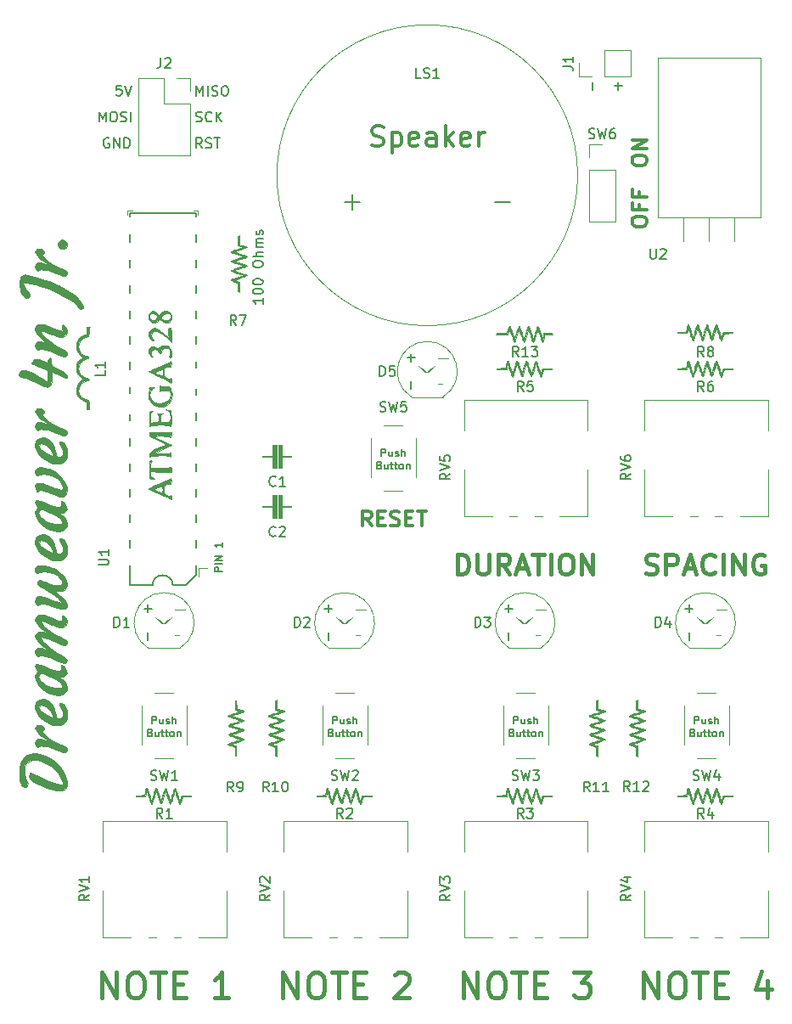
<source format=gbr>
G04 #@! TF.GenerationSoftware,KiCad,Pcbnew,(5.1.6)-1*
G04 #@! TF.CreationDate,2020-12-01T12:35:28-05:00*
G04 #@! TF.ProjectId,Synth,53796e74-682e-46b6-9963-61645f706362,rev?*
G04 #@! TF.SameCoordinates,Original*
G04 #@! TF.FileFunction,Legend,Top*
G04 #@! TF.FilePolarity,Positive*
%FSLAX46Y46*%
G04 Gerber Fmt 4.6, Leading zero omitted, Abs format (unit mm)*
G04 Created by KiCad (PCBNEW (5.1.6)-1) date 2020-12-01 12:35:28*
%MOMM*%
%LPD*%
G01*
G04 APERTURE LIST*
%ADD10C,0.300000*%
%ADD11C,0.400000*%
%ADD12C,0.120000*%
%ADD13C,0.010000*%
%ADD14C,0.100000*%
%ADD15C,0.150000*%
%ADD16C,0.200000*%
%ADD17C,4.900000*%
%ADD18C,2.305000*%
%ADD19O,2.400000X2.305000*%
%ADD20C,2.600000*%
%ADD21C,3.100000*%
%ADD22C,2.000000*%
%ADD23C,4.400000*%
%ADD24C,2.200000*%
%ADD25R,2.200000X2.200000*%
%ADD26O,2.100000X2.100000*%
%ADD27R,2.100000X2.100000*%
%ADD28C,1.924000*%
%ADD29C,2.900000*%
%ADD30R,2.900000X2.900000*%
%ADD31R,2.000000X2.000000*%
G04 APERTURE END LIST*
D10*
X88840571Y-44862571D02*
X88840571Y-44576857D01*
X88912000Y-44434000D01*
X89054857Y-44291142D01*
X89340571Y-44219714D01*
X89840571Y-44219714D01*
X90126285Y-44291142D01*
X90269142Y-44434000D01*
X90340571Y-44576857D01*
X90340571Y-44862571D01*
X90269142Y-45005428D01*
X90126285Y-45148285D01*
X89840571Y-45219714D01*
X89340571Y-45219714D01*
X89054857Y-45148285D01*
X88912000Y-45005428D01*
X88840571Y-44862571D01*
X89554857Y-43076857D02*
X89554857Y-43576857D01*
X90340571Y-43576857D02*
X88840571Y-43576857D01*
X88840571Y-42862571D01*
X89554857Y-41791142D02*
X89554857Y-42291142D01*
X90340571Y-42291142D02*
X88840571Y-42291142D01*
X88840571Y-41576857D01*
X88840571Y-38774571D02*
X88840571Y-38488857D01*
X88912000Y-38346000D01*
X89054857Y-38203142D01*
X89340571Y-38131714D01*
X89840571Y-38131714D01*
X90126285Y-38203142D01*
X90269142Y-38346000D01*
X90340571Y-38488857D01*
X90340571Y-38774571D01*
X90269142Y-38917428D01*
X90126285Y-39060285D01*
X89840571Y-39131714D01*
X89340571Y-39131714D01*
X89054857Y-39060285D01*
X88912000Y-38917428D01*
X88840571Y-38774571D01*
X90340571Y-37488857D02*
X88840571Y-37488857D01*
X90340571Y-36631714D01*
X88840571Y-36631714D01*
D11*
X90213619Y-79809523D02*
X90499333Y-79904761D01*
X90975523Y-79904761D01*
X91166000Y-79809523D01*
X91261238Y-79714285D01*
X91356476Y-79523809D01*
X91356476Y-79333333D01*
X91261238Y-79142857D01*
X91166000Y-79047619D01*
X90975523Y-78952380D01*
X90594571Y-78857142D01*
X90404095Y-78761904D01*
X90308857Y-78666666D01*
X90213619Y-78476190D01*
X90213619Y-78285714D01*
X90308857Y-78095238D01*
X90404095Y-78000000D01*
X90594571Y-77904761D01*
X91070761Y-77904761D01*
X91356476Y-78000000D01*
X92213619Y-79904761D02*
X92213619Y-77904761D01*
X92975523Y-77904761D01*
X93166000Y-78000000D01*
X93261238Y-78095238D01*
X93356476Y-78285714D01*
X93356476Y-78571428D01*
X93261238Y-78761904D01*
X93166000Y-78857142D01*
X92975523Y-78952380D01*
X92213619Y-78952380D01*
X94118380Y-79333333D02*
X95070761Y-79333333D01*
X93927904Y-79904761D02*
X94594571Y-77904761D01*
X95261238Y-79904761D01*
X97070761Y-79714285D02*
X96975523Y-79809523D01*
X96689809Y-79904761D01*
X96499333Y-79904761D01*
X96213619Y-79809523D01*
X96023142Y-79619047D01*
X95927904Y-79428571D01*
X95832666Y-79047619D01*
X95832666Y-78761904D01*
X95927904Y-78380952D01*
X96023142Y-78190476D01*
X96213619Y-78000000D01*
X96499333Y-77904761D01*
X96689809Y-77904761D01*
X96975523Y-78000000D01*
X97070761Y-78095238D01*
X97927904Y-79904761D02*
X97927904Y-77904761D01*
X98880285Y-79904761D02*
X98880285Y-77904761D01*
X100023142Y-79904761D01*
X100023142Y-77904761D01*
X102023142Y-78000000D02*
X101832666Y-77904761D01*
X101546952Y-77904761D01*
X101261238Y-78000000D01*
X101070761Y-78190476D01*
X100975523Y-78380952D01*
X100880285Y-78761904D01*
X100880285Y-79047619D01*
X100975523Y-79428571D01*
X101070761Y-79619047D01*
X101261238Y-79809523D01*
X101546952Y-79904761D01*
X101737428Y-79904761D01*
X102023142Y-79809523D01*
X102118380Y-79714285D01*
X102118380Y-79047619D01*
X101737428Y-79047619D01*
X71404095Y-79904761D02*
X71404095Y-77904761D01*
X71880285Y-77904761D01*
X72166000Y-78000000D01*
X72356476Y-78190476D01*
X72451714Y-78380952D01*
X72546952Y-78761904D01*
X72546952Y-79047619D01*
X72451714Y-79428571D01*
X72356476Y-79619047D01*
X72166000Y-79809523D01*
X71880285Y-79904761D01*
X71404095Y-79904761D01*
X73404095Y-77904761D02*
X73404095Y-79523809D01*
X73499333Y-79714285D01*
X73594571Y-79809523D01*
X73785047Y-79904761D01*
X74166000Y-79904761D01*
X74356476Y-79809523D01*
X74451714Y-79714285D01*
X74546952Y-79523809D01*
X74546952Y-77904761D01*
X76642190Y-79904761D02*
X75975523Y-78952380D01*
X75499333Y-79904761D02*
X75499333Y-77904761D01*
X76261238Y-77904761D01*
X76451714Y-78000000D01*
X76546952Y-78095238D01*
X76642190Y-78285714D01*
X76642190Y-78571428D01*
X76546952Y-78761904D01*
X76451714Y-78857142D01*
X76261238Y-78952380D01*
X75499333Y-78952380D01*
X77404095Y-79333333D02*
X78356476Y-79333333D01*
X77213619Y-79904761D02*
X77880285Y-77904761D01*
X78546952Y-79904761D01*
X78927904Y-77904761D02*
X80070761Y-77904761D01*
X79499333Y-79904761D02*
X79499333Y-77904761D01*
X80737428Y-79904761D02*
X80737428Y-77904761D01*
X82070761Y-77904761D02*
X82451714Y-77904761D01*
X82642190Y-78000000D01*
X82832666Y-78190476D01*
X82927904Y-78571428D01*
X82927904Y-79238095D01*
X82832666Y-79619047D01*
X82642190Y-79809523D01*
X82451714Y-79904761D01*
X82070761Y-79904761D01*
X81880285Y-79809523D01*
X81689809Y-79619047D01*
X81594571Y-79238095D01*
X81594571Y-78571428D01*
X81689809Y-78190476D01*
X81880285Y-78000000D01*
X82070761Y-77904761D01*
X83785047Y-79904761D02*
X83785047Y-77904761D01*
X84927904Y-79904761D01*
X84927904Y-77904761D01*
X89996000Y-122130952D02*
X89996000Y-119630952D01*
X91424571Y-122130952D01*
X91424571Y-119630952D01*
X93091238Y-119630952D02*
X93567428Y-119630952D01*
X93805523Y-119750000D01*
X94043619Y-119988095D01*
X94162666Y-120464285D01*
X94162666Y-121297619D01*
X94043619Y-121773809D01*
X93805523Y-122011904D01*
X93567428Y-122130952D01*
X93091238Y-122130952D01*
X92853142Y-122011904D01*
X92615047Y-121773809D01*
X92496000Y-121297619D01*
X92496000Y-120464285D01*
X92615047Y-119988095D01*
X92853142Y-119750000D01*
X93091238Y-119630952D01*
X94876952Y-119630952D02*
X96305523Y-119630952D01*
X95591238Y-122130952D02*
X95591238Y-119630952D01*
X97138857Y-120821428D02*
X97972190Y-120821428D01*
X98329333Y-122130952D02*
X97138857Y-122130952D01*
X97138857Y-119630952D01*
X98329333Y-119630952D01*
X102376952Y-120464285D02*
X102376952Y-122130952D01*
X101781714Y-119511904D02*
X101186476Y-121297619D01*
X102734095Y-121297619D01*
X71996000Y-122130952D02*
X71996000Y-119630952D01*
X73424571Y-122130952D01*
X73424571Y-119630952D01*
X75091238Y-119630952D02*
X75567428Y-119630952D01*
X75805523Y-119750000D01*
X76043619Y-119988095D01*
X76162666Y-120464285D01*
X76162666Y-121297619D01*
X76043619Y-121773809D01*
X75805523Y-122011904D01*
X75567428Y-122130952D01*
X75091238Y-122130952D01*
X74853142Y-122011904D01*
X74615047Y-121773809D01*
X74496000Y-121297619D01*
X74496000Y-120464285D01*
X74615047Y-119988095D01*
X74853142Y-119750000D01*
X75091238Y-119630952D01*
X76876952Y-119630952D02*
X78305523Y-119630952D01*
X77591238Y-122130952D02*
X77591238Y-119630952D01*
X79138857Y-120821428D02*
X79972190Y-120821428D01*
X80329333Y-122130952D02*
X79138857Y-122130952D01*
X79138857Y-119630952D01*
X80329333Y-119630952D01*
X83067428Y-119630952D02*
X84615047Y-119630952D01*
X83781714Y-120583333D01*
X84138857Y-120583333D01*
X84376952Y-120702380D01*
X84496000Y-120821428D01*
X84615047Y-121059523D01*
X84615047Y-121654761D01*
X84496000Y-121892857D01*
X84376952Y-122011904D01*
X84138857Y-122130952D01*
X83424571Y-122130952D01*
X83186476Y-122011904D01*
X83067428Y-121892857D01*
X53996000Y-122130952D02*
X53996000Y-119630952D01*
X55424571Y-122130952D01*
X55424571Y-119630952D01*
X57091238Y-119630952D02*
X57567428Y-119630952D01*
X57805523Y-119750000D01*
X58043619Y-119988095D01*
X58162666Y-120464285D01*
X58162666Y-121297619D01*
X58043619Y-121773809D01*
X57805523Y-122011904D01*
X57567428Y-122130952D01*
X57091238Y-122130952D01*
X56853142Y-122011904D01*
X56615047Y-121773809D01*
X56496000Y-121297619D01*
X56496000Y-120464285D01*
X56615047Y-119988095D01*
X56853142Y-119750000D01*
X57091238Y-119630952D01*
X58876952Y-119630952D02*
X60305523Y-119630952D01*
X59591238Y-122130952D02*
X59591238Y-119630952D01*
X61138857Y-120821428D02*
X61972190Y-120821428D01*
X62329333Y-122130952D02*
X61138857Y-122130952D01*
X61138857Y-119630952D01*
X62329333Y-119630952D01*
X65186476Y-119869047D02*
X65305523Y-119750000D01*
X65543619Y-119630952D01*
X66138857Y-119630952D01*
X66376952Y-119750000D01*
X66496000Y-119869047D01*
X66615047Y-120107142D01*
X66615047Y-120345238D01*
X66496000Y-120702380D01*
X65067428Y-122130952D01*
X66615047Y-122130952D01*
X35996000Y-122130952D02*
X35996000Y-119630952D01*
X37424571Y-122130952D01*
X37424571Y-119630952D01*
X39091238Y-119630952D02*
X39567428Y-119630952D01*
X39805523Y-119750000D01*
X40043619Y-119988095D01*
X40162666Y-120464285D01*
X40162666Y-121297619D01*
X40043619Y-121773809D01*
X39805523Y-122011904D01*
X39567428Y-122130952D01*
X39091238Y-122130952D01*
X38853142Y-122011904D01*
X38615047Y-121773809D01*
X38496000Y-121297619D01*
X38496000Y-120464285D01*
X38615047Y-119988095D01*
X38853142Y-119750000D01*
X39091238Y-119630952D01*
X40876952Y-119630952D02*
X42305523Y-119630952D01*
X41591238Y-122130952D02*
X41591238Y-119630952D01*
X43138857Y-120821428D02*
X43972190Y-120821428D01*
X44329333Y-122130952D02*
X43138857Y-122130952D01*
X43138857Y-119630952D01*
X44329333Y-119630952D01*
X48615047Y-122130952D02*
X47186476Y-122130952D01*
X47900761Y-122130952D02*
X47900761Y-119630952D01*
X47662666Y-119988095D01*
X47424571Y-120226190D01*
X47186476Y-120345238D01*
D10*
X62845428Y-75100571D02*
X62345428Y-74386285D01*
X61988285Y-75100571D02*
X61988285Y-73600571D01*
X62559714Y-73600571D01*
X62702571Y-73672000D01*
X62774000Y-73743428D01*
X62845428Y-73886285D01*
X62845428Y-74100571D01*
X62774000Y-74243428D01*
X62702571Y-74314857D01*
X62559714Y-74386285D01*
X61988285Y-74386285D01*
X63488285Y-74314857D02*
X63988285Y-74314857D01*
X64202571Y-75100571D02*
X63488285Y-75100571D01*
X63488285Y-73600571D01*
X64202571Y-73600571D01*
X64774000Y-75029142D02*
X64988285Y-75100571D01*
X65345428Y-75100571D01*
X65488285Y-75029142D01*
X65559714Y-74957714D01*
X65631142Y-74814857D01*
X65631142Y-74672000D01*
X65559714Y-74529142D01*
X65488285Y-74457714D01*
X65345428Y-74386285D01*
X65059714Y-74314857D01*
X64916857Y-74243428D01*
X64845428Y-74172000D01*
X64774000Y-74029142D01*
X64774000Y-73886285D01*
X64845428Y-73743428D01*
X64916857Y-73672000D01*
X65059714Y-73600571D01*
X65416857Y-73600571D01*
X65631142Y-73672000D01*
X66274000Y-74314857D02*
X66774000Y-74314857D01*
X66988285Y-75100571D02*
X66274000Y-75100571D01*
X66274000Y-73600571D01*
X66988285Y-73600571D01*
X67416857Y-73600571D02*
X68274000Y-73600571D01*
X67845428Y-75100571D02*
X67845428Y-73600571D01*
D12*
X91400000Y-44316000D02*
X101640000Y-44316000D01*
X91400000Y-28426000D02*
X101640000Y-28426000D01*
X91400000Y-28426000D02*
X91400000Y-44316000D01*
X101640000Y-28426000D02*
X101640000Y-44316000D01*
X93980000Y-44316000D02*
X93980000Y-46856000D01*
X96520000Y-44316000D02*
X96520000Y-46856000D01*
X99060000Y-44316000D02*
X99060000Y-46856000D01*
D13*
G36*
X27790900Y-50406202D02*
G01*
X27942943Y-50166080D01*
X28159489Y-50046952D01*
X28238599Y-50039334D01*
X28476210Y-50067171D01*
X28834330Y-50143495D01*
X29274844Y-50257526D01*
X29759639Y-50398484D01*
X30250599Y-50555588D01*
X30709612Y-50718059D01*
X30902287Y-50792733D01*
X31847745Y-51217904D01*
X32649378Y-51675689D01*
X33300028Y-52161139D01*
X33792541Y-52669300D01*
X33965883Y-52912247D01*
X34123615Y-53222434D01*
X34198448Y-53505156D01*
X34183739Y-53720399D01*
X34115033Y-53810482D01*
X34018741Y-53843573D01*
X34005678Y-53836645D01*
X33952889Y-53754285D01*
X33839176Y-53576783D01*
X33757524Y-53449304D01*
X33461571Y-53081917D01*
X33041807Y-52718519D01*
X32483410Y-52347848D01*
X31845831Y-51996536D01*
X31372785Y-51769442D01*
X30861218Y-51551065D01*
X30334043Y-51348255D01*
X29814174Y-51167858D01*
X29324523Y-51016725D01*
X28888003Y-50901702D01*
X28527526Y-50829638D01*
X28266005Y-50807381D01*
X28126353Y-50841779D01*
X28109333Y-50879773D01*
X28173100Y-51095741D01*
X28360117Y-51409173D01*
X28556142Y-51674358D01*
X28706818Y-51885847D01*
X28758134Y-52033178D01*
X28727616Y-52174718D01*
X28715040Y-52203524D01*
X28577363Y-52378714D01*
X28406821Y-52403471D01*
X28219559Y-52289447D01*
X28031723Y-52048295D01*
X27859457Y-51691667D01*
X27808267Y-51549087D01*
X27714913Y-51128050D01*
X27712006Y-50736973D01*
X27790900Y-50406202D01*
G37*
X27790900Y-50406202D02*
X27942943Y-50166080D01*
X28159489Y-50046952D01*
X28238599Y-50039334D01*
X28476210Y-50067171D01*
X28834330Y-50143495D01*
X29274844Y-50257526D01*
X29759639Y-50398484D01*
X30250599Y-50555588D01*
X30709612Y-50718059D01*
X30902287Y-50792733D01*
X31847745Y-51217904D01*
X32649378Y-51675689D01*
X33300028Y-52161139D01*
X33792541Y-52669300D01*
X33965883Y-52912247D01*
X34123615Y-53222434D01*
X34198448Y-53505156D01*
X34183739Y-53720399D01*
X34115033Y-53810482D01*
X34018741Y-53843573D01*
X34005678Y-53836645D01*
X33952889Y-53754285D01*
X33839176Y-53576783D01*
X33757524Y-53449304D01*
X33461571Y-53081917D01*
X33041807Y-52718519D01*
X32483410Y-52347848D01*
X31845831Y-51996536D01*
X31372785Y-51769442D01*
X30861218Y-51551065D01*
X30334043Y-51348255D01*
X29814174Y-51167858D01*
X29324523Y-51016725D01*
X28888003Y-50901702D01*
X28527526Y-50829638D01*
X28266005Y-50807381D01*
X28126353Y-50841779D01*
X28109333Y-50879773D01*
X28173100Y-51095741D01*
X28360117Y-51409173D01*
X28556142Y-51674358D01*
X28706818Y-51885847D01*
X28758134Y-52033178D01*
X28727616Y-52174718D01*
X28715040Y-52203524D01*
X28577363Y-52378714D01*
X28406821Y-52403471D01*
X28219559Y-52289447D01*
X28031723Y-52048295D01*
X27859457Y-51691667D01*
X27808267Y-51549087D01*
X27714913Y-51128050D01*
X27712006Y-50736973D01*
X27790900Y-50406202D01*
G36*
X27714223Y-99327667D02*
G01*
X27830948Y-98801839D01*
X28045940Y-98380199D01*
X28367979Y-98041403D01*
X28775228Y-97833852D01*
X29248300Y-97755632D01*
X29767804Y-97804826D01*
X30314350Y-97979518D01*
X30868549Y-98277791D01*
X31411011Y-98697729D01*
X31429540Y-98714601D01*
X31815627Y-99130521D01*
X32129096Y-99591715D01*
X32355952Y-100065621D01*
X32482199Y-100519676D01*
X32493840Y-100921318D01*
X32451934Y-101093334D01*
X32274330Y-101366063D01*
X31999830Y-101502586D01*
X31854932Y-101516667D01*
X31482561Y-101476071D01*
X31009552Y-101364704D01*
X30480895Y-101198200D01*
X29941584Y-100992191D01*
X29436608Y-100762311D01*
X29025905Y-100533682D01*
X28816808Y-100379398D01*
X28722560Y-100228515D01*
X28702000Y-100038935D01*
X28722498Y-99829917D01*
X28772531Y-99706187D01*
X28779319Y-99700874D01*
X28884197Y-99716767D01*
X29096912Y-99800494D01*
X29378291Y-99935852D01*
X29490729Y-99995112D01*
X29958018Y-100227046D01*
X30476689Y-100451771D01*
X30994916Y-100649305D01*
X31460876Y-100799667D01*
X31771166Y-100874392D01*
X31978486Y-100901276D01*
X32068676Y-100868592D01*
X32088660Y-100758715D01*
X32088666Y-100755131D01*
X32021845Y-100464107D01*
X31838863Y-100114255D01*
X31565939Y-99738407D01*
X31229293Y-99369391D01*
X30855145Y-99040039D01*
X30551184Y-98830017D01*
X30026392Y-98576845D01*
X29523022Y-98452069D01*
X29064140Y-98456327D01*
X28672810Y-98590256D01*
X28441712Y-98771693D01*
X28290894Y-99042950D01*
X28226447Y-99411565D01*
X28248537Y-99829146D01*
X28357331Y-100247304D01*
X28436034Y-100425541D01*
X28557455Y-100752923D01*
X28550627Y-100995820D01*
X28419184Y-101141032D01*
X28229034Y-101178001D01*
X28033930Y-101096374D01*
X27880901Y-100853755D01*
X27771386Y-100453537D01*
X27710794Y-99955741D01*
X27714223Y-99327667D01*
G37*
X27714223Y-99327667D02*
X27830948Y-98801839D01*
X28045940Y-98380199D01*
X28367979Y-98041403D01*
X28775228Y-97833852D01*
X29248300Y-97755632D01*
X29767804Y-97804826D01*
X30314350Y-97979518D01*
X30868549Y-98277791D01*
X31411011Y-98697729D01*
X31429540Y-98714601D01*
X31815627Y-99130521D01*
X32129096Y-99591715D01*
X32355952Y-100065621D01*
X32482199Y-100519676D01*
X32493840Y-100921318D01*
X32451934Y-101093334D01*
X32274330Y-101366063D01*
X31999830Y-101502586D01*
X31854932Y-101516667D01*
X31482561Y-101476071D01*
X31009552Y-101364704D01*
X30480895Y-101198200D01*
X29941584Y-100992191D01*
X29436608Y-100762311D01*
X29025905Y-100533682D01*
X28816808Y-100379398D01*
X28722560Y-100228515D01*
X28702000Y-100038935D01*
X28722498Y-99829917D01*
X28772531Y-99706187D01*
X28779319Y-99700874D01*
X28884197Y-99716767D01*
X29096912Y-99800494D01*
X29378291Y-99935852D01*
X29490729Y-99995112D01*
X29958018Y-100227046D01*
X30476689Y-100451771D01*
X30994916Y-100649305D01*
X31460876Y-100799667D01*
X31771166Y-100874392D01*
X31978486Y-100901276D01*
X32068676Y-100868592D01*
X32088660Y-100758715D01*
X32088666Y-100755131D01*
X32021845Y-100464107D01*
X31838863Y-100114255D01*
X31565939Y-99738407D01*
X31229293Y-99369391D01*
X30855145Y-99040039D01*
X30551184Y-98830017D01*
X30026392Y-98576845D01*
X29523022Y-98452069D01*
X29064140Y-98456327D01*
X28672810Y-98590256D01*
X28441712Y-98771693D01*
X28290894Y-99042950D01*
X28226447Y-99411565D01*
X28248537Y-99829146D01*
X28357331Y-100247304D01*
X28436034Y-100425541D01*
X28557455Y-100752923D01*
X28550627Y-100995820D01*
X28419184Y-101141032D01*
X28229034Y-101178001D01*
X28033930Y-101096374D01*
X27880901Y-100853755D01*
X27771386Y-100453537D01*
X27710794Y-99955741D01*
X27714223Y-99327667D01*
G36*
X29405989Y-95033189D02*
G01*
X29458433Y-95000313D01*
X29705920Y-94919192D01*
X29931242Y-94979382D01*
X30068453Y-95075991D01*
X30198025Y-95207741D01*
X30195767Y-95306586D01*
X30162500Y-95346924D01*
X30068881Y-95520622D01*
X30056666Y-95601265D01*
X30129853Y-95759276D01*
X30330726Y-95964876D01*
X30631256Y-96199124D01*
X31003413Y-96443080D01*
X31419167Y-96677804D01*
X31850487Y-96884355D01*
X32109833Y-96988635D01*
X32393628Y-97130863D01*
X32511020Y-97289835D01*
X32464569Y-97471118D01*
X32378952Y-97573620D01*
X32306881Y-97648131D01*
X32246926Y-97686279D01*
X32159865Y-97683590D01*
X32006479Y-97635591D01*
X31747546Y-97537808D01*
X31611913Y-97486134D01*
X30992917Y-97262735D01*
X30507768Y-97114903D01*
X30140254Y-97039747D01*
X29874163Y-97034374D01*
X29693283Y-97095892D01*
X29644566Y-97135167D01*
X29541759Y-97188576D01*
X29435942Y-97102924D01*
X29415966Y-97076652D01*
X29303983Y-96807362D01*
X29348708Y-96545087D01*
X29465917Y-96392599D01*
X29574917Y-96307342D01*
X29685608Y-96279954D01*
X29853351Y-96309265D01*
X30087192Y-96379476D01*
X30404529Y-96475095D01*
X30565129Y-96508942D01*
X30571602Y-96476533D01*
X30426560Y-96373383D01*
X30178685Y-96222329D01*
X29774360Y-95946114D01*
X29485835Y-95673667D01*
X29322203Y-95420412D01*
X29292557Y-95201777D01*
X29405989Y-95033189D01*
G37*
X29405989Y-95033189D02*
X29458433Y-95000313D01*
X29705920Y-94919192D01*
X29931242Y-94979382D01*
X30068453Y-95075991D01*
X30198025Y-95207741D01*
X30195767Y-95306586D01*
X30162500Y-95346924D01*
X30068881Y-95520622D01*
X30056666Y-95601265D01*
X30129853Y-95759276D01*
X30330726Y-95964876D01*
X30631256Y-96199124D01*
X31003413Y-96443080D01*
X31419167Y-96677804D01*
X31850487Y-96884355D01*
X32109833Y-96988635D01*
X32393628Y-97130863D01*
X32511020Y-97289835D01*
X32464569Y-97471118D01*
X32378952Y-97573620D01*
X32306881Y-97648131D01*
X32246926Y-97686279D01*
X32159865Y-97683590D01*
X32006479Y-97635591D01*
X31747546Y-97537808D01*
X31611913Y-97486134D01*
X30992917Y-97262735D01*
X30507768Y-97114903D01*
X30140254Y-97039747D01*
X29874163Y-97034374D01*
X29693283Y-97095892D01*
X29644566Y-97135167D01*
X29541759Y-97188576D01*
X29435942Y-97102924D01*
X29415966Y-97076652D01*
X29303983Y-96807362D01*
X29348708Y-96545087D01*
X29465917Y-96392599D01*
X29574917Y-96307342D01*
X29685608Y-96279954D01*
X29853351Y-96309265D01*
X30087192Y-96379476D01*
X30404529Y-96475095D01*
X30565129Y-96508942D01*
X30571602Y-96476533D01*
X30426560Y-96373383D01*
X30178685Y-96222329D01*
X29774360Y-95946114D01*
X29485835Y-95673667D01*
X29322203Y-95420412D01*
X29292557Y-95201777D01*
X29405989Y-95033189D01*
G36*
X29361643Y-92770478D02*
G01*
X29541308Y-92541247D01*
X29801760Y-92408178D01*
X30111098Y-92375286D01*
X30437421Y-92446584D01*
X30748829Y-92626084D01*
X30986798Y-92878980D01*
X31099303Y-93093269D01*
X31216243Y-93404665D01*
X31307467Y-93726924D01*
X31402184Y-94070768D01*
X31501075Y-94262453D01*
X31625721Y-94318260D01*
X31797705Y-94254466D01*
X31910096Y-94181474D01*
X32040523Y-94056798D01*
X32078932Y-93892958D01*
X32064523Y-93719772D01*
X31981835Y-93422133D01*
X31840906Y-93143667D01*
X31832844Y-93132109D01*
X31720577Y-92911230D01*
X31739263Y-92769719D01*
X31879850Y-92727687D01*
X32003279Y-92753439D01*
X32194930Y-92895275D01*
X32347512Y-93158590D01*
X32451325Y-93498095D01*
X32496665Y-93868501D01*
X32473830Y-94224519D01*
X32379463Y-94509436D01*
X32147738Y-94772080D01*
X31812236Y-94944054D01*
X31472953Y-94997334D01*
X31093811Y-94942194D01*
X31093811Y-94246441D01*
X31035380Y-94008054D01*
X30946095Y-93772235D01*
X30807861Y-93520589D01*
X30795844Y-93502538D01*
X30581822Y-93258671D01*
X30331202Y-93077628D01*
X30082530Y-92976028D01*
X29874354Y-92970490D01*
X29757359Y-93054813D01*
X29722161Y-93258534D01*
X29835196Y-93487959D01*
X30080703Y-93726592D01*
X30442924Y-93957941D01*
X30765739Y-94110158D01*
X31093811Y-94246441D01*
X31093811Y-94942194D01*
X30996824Y-94928088D01*
X30527641Y-94737587D01*
X30094964Y-94451690D01*
X29728352Y-94096253D01*
X29457365Y-93697135D01*
X29311562Y-93280192D01*
X29294666Y-93091858D01*
X29361643Y-92770478D01*
G37*
X29361643Y-92770478D02*
X29541308Y-92541247D01*
X29801760Y-92408178D01*
X30111098Y-92375286D01*
X30437421Y-92446584D01*
X30748829Y-92626084D01*
X30986798Y-92878980D01*
X31099303Y-93093269D01*
X31216243Y-93404665D01*
X31307467Y-93726924D01*
X31402184Y-94070768D01*
X31501075Y-94262453D01*
X31625721Y-94318260D01*
X31797705Y-94254466D01*
X31910096Y-94181474D01*
X32040523Y-94056798D01*
X32078932Y-93892958D01*
X32064523Y-93719772D01*
X31981835Y-93422133D01*
X31840906Y-93143667D01*
X31832844Y-93132109D01*
X31720577Y-92911230D01*
X31739263Y-92769719D01*
X31879850Y-92727687D01*
X32003279Y-92753439D01*
X32194930Y-92895275D01*
X32347512Y-93158590D01*
X32451325Y-93498095D01*
X32496665Y-93868501D01*
X32473830Y-94224519D01*
X32379463Y-94509436D01*
X32147738Y-94772080D01*
X31812236Y-94944054D01*
X31472953Y-94997334D01*
X31093811Y-94942194D01*
X31093811Y-94246441D01*
X31035380Y-94008054D01*
X30946095Y-93772235D01*
X30807861Y-93520589D01*
X30795844Y-93502538D01*
X30581822Y-93258671D01*
X30331202Y-93077628D01*
X30082530Y-92976028D01*
X29874354Y-92970490D01*
X29757359Y-93054813D01*
X29722161Y-93258534D01*
X29835196Y-93487959D01*
X30080703Y-93726592D01*
X30442924Y-93957941D01*
X30765739Y-94110158D01*
X31093811Y-94246441D01*
X31093811Y-94942194D01*
X30996824Y-94928088D01*
X30527641Y-94737587D01*
X30094964Y-94451690D01*
X29728352Y-94096253D01*
X29457365Y-93697135D01*
X29311562Y-93280192D01*
X29294666Y-93091858D01*
X29361643Y-92770478D01*
G36*
X29314220Y-88938133D02*
G01*
X29387341Y-88850787D01*
X29535722Y-88840842D01*
X29781055Y-88909078D01*
X30145031Y-89056277D01*
X30333190Y-89139452D01*
X30815639Y-89339439D01*
X31216473Y-89472530D01*
X31505964Y-89529054D01*
X31534098Y-89530277D01*
X31752235Y-89525834D01*
X31847807Y-89476760D01*
X31867452Y-89345072D01*
X31864516Y-89261167D01*
X31877893Y-89074159D01*
X31927206Y-88986850D01*
X31933582Y-88986000D01*
X32157155Y-89061410D01*
X32337375Y-89251747D01*
X32444774Y-89503179D01*
X32449887Y-89761872D01*
X32413166Y-89862188D01*
X32267070Y-90066056D01*
X32072320Y-90155337D01*
X31877000Y-90170354D01*
X31623000Y-90171967D01*
X31898940Y-90340210D01*
X32204575Y-90592637D01*
X32406508Y-90894893D01*
X32492776Y-91211025D01*
X32451415Y-91505084D01*
X32343217Y-91675237D01*
X32040943Y-91882359D01*
X31654420Y-91971599D01*
X31536790Y-91965459D01*
X31536790Y-91277185D01*
X31797493Y-91269577D01*
X31947555Y-91215556D01*
X32001094Y-91054500D01*
X31896369Y-90839494D01*
X31728833Y-90657859D01*
X31511697Y-90494636D01*
X31189511Y-90299789D01*
X30815682Y-90101403D01*
X30443617Y-89927565D01*
X30126723Y-89806360D01*
X30086754Y-89794313D01*
X29883181Y-89811307D01*
X29708969Y-89939816D01*
X29633364Y-90128254D01*
X29633333Y-90132102D01*
X29700594Y-90305322D01*
X29877199Y-90525884D01*
X30125381Y-90757272D01*
X30407374Y-90962971D01*
X30606383Y-91072923D01*
X30889989Y-91173408D01*
X31217207Y-91243312D01*
X31536790Y-91277185D01*
X31536790Y-91965459D01*
X31215151Y-91948668D01*
X30754639Y-91819277D01*
X30304387Y-91589139D01*
X29895896Y-91263965D01*
X29856578Y-91224404D01*
X29528836Y-90817768D01*
X29345592Y-90428527D01*
X29311190Y-90071581D01*
X29429976Y-89761830D01*
X29430098Y-89761656D01*
X29517991Y-89609346D01*
X29497327Y-89501137D01*
X29430098Y-89418650D01*
X29321286Y-89230587D01*
X29294666Y-89102100D01*
X29314220Y-88938133D01*
G37*
X29314220Y-88938133D02*
X29387341Y-88850787D01*
X29535722Y-88840842D01*
X29781055Y-88909078D01*
X30145031Y-89056277D01*
X30333190Y-89139452D01*
X30815639Y-89339439D01*
X31216473Y-89472530D01*
X31505964Y-89529054D01*
X31534098Y-89530277D01*
X31752235Y-89525834D01*
X31847807Y-89476760D01*
X31867452Y-89345072D01*
X31864516Y-89261167D01*
X31877893Y-89074159D01*
X31927206Y-88986850D01*
X31933582Y-88986000D01*
X32157155Y-89061410D01*
X32337375Y-89251747D01*
X32444774Y-89503179D01*
X32449887Y-89761872D01*
X32413166Y-89862188D01*
X32267070Y-90066056D01*
X32072320Y-90155337D01*
X31877000Y-90170354D01*
X31623000Y-90171967D01*
X31898940Y-90340210D01*
X32204575Y-90592637D01*
X32406508Y-90894893D01*
X32492776Y-91211025D01*
X32451415Y-91505084D01*
X32343217Y-91675237D01*
X32040943Y-91882359D01*
X31654420Y-91971599D01*
X31536790Y-91965459D01*
X31536790Y-91277185D01*
X31797493Y-91269577D01*
X31947555Y-91215556D01*
X32001094Y-91054500D01*
X31896369Y-90839494D01*
X31728833Y-90657859D01*
X31511697Y-90494636D01*
X31189511Y-90299789D01*
X30815682Y-90101403D01*
X30443617Y-89927565D01*
X30126723Y-89806360D01*
X30086754Y-89794313D01*
X29883181Y-89811307D01*
X29708969Y-89939816D01*
X29633364Y-90128254D01*
X29633333Y-90132102D01*
X29700594Y-90305322D01*
X29877199Y-90525884D01*
X30125381Y-90757272D01*
X30407374Y-90962971D01*
X30606383Y-91072923D01*
X30889989Y-91173408D01*
X31217207Y-91243312D01*
X31536790Y-91277185D01*
X31536790Y-91965459D01*
X31215151Y-91948668D01*
X30754639Y-91819277D01*
X30304387Y-91589139D01*
X29895896Y-91263965D01*
X29856578Y-91224404D01*
X29528836Y-90817768D01*
X29345592Y-90428527D01*
X29311190Y-90071581D01*
X29429976Y-89761830D01*
X29430098Y-89761656D01*
X29517991Y-89609346D01*
X29497327Y-89501137D01*
X29430098Y-89418650D01*
X29321286Y-89230587D01*
X29294666Y-89102100D01*
X29314220Y-88938133D01*
G36*
X29343099Y-84256289D02*
G01*
X29426467Y-84094173D01*
X29589787Y-83955514D01*
X29830091Y-83912801D01*
X30163876Y-83967727D01*
X30607641Y-84121984D01*
X30893233Y-84244667D01*
X31238521Y-84391667D01*
X31543994Y-84506464D01*
X31765186Y-84573054D01*
X31834105Y-84583334D01*
X31956545Y-84565007D01*
X31992762Y-84477665D01*
X31967252Y-84287000D01*
X31952056Y-84067920D01*
X32017488Y-83996486D01*
X32165150Y-84072277D01*
X32304181Y-84198485D01*
X32481207Y-84470352D01*
X32502081Y-84752382D01*
X32367748Y-85010472D01*
X32279411Y-85092664D01*
X32062087Y-85206924D01*
X31795229Y-85231632D01*
X31454348Y-85163342D01*
X31014951Y-84998609D01*
X30746378Y-84876983D01*
X30440904Y-84739447D01*
X30185649Y-84636405D01*
X30025697Y-84585728D01*
X30005545Y-84583334D01*
X29893182Y-84625305D01*
X29906605Y-84740746D01*
X30027653Y-84913944D01*
X30238165Y-85129189D01*
X30519981Y-85370769D01*
X30854939Y-85622974D01*
X31224878Y-85870092D01*
X31611637Y-86096412D01*
X31949351Y-86264931D01*
X32223317Y-86401324D01*
X32423519Y-86524198D01*
X32510940Y-86609235D01*
X32512000Y-86615590D01*
X32467628Y-86788632D01*
X32365899Y-86953952D01*
X32253890Y-87037621D01*
X32242584Y-87038667D01*
X32134346Y-87005554D01*
X31903405Y-86914801D01*
X31581008Y-86779289D01*
X31198402Y-86611898D01*
X31093586Y-86565044D01*
X30576394Y-86347364D01*
X30201070Y-86221958D01*
X29967890Y-86188220D01*
X29877132Y-86245547D01*
X29929075Y-86393334D01*
X30123996Y-86630977D01*
X30462173Y-86957872D01*
X30783787Y-87239057D01*
X31130314Y-87508545D01*
X31514897Y-87769782D01*
X31863890Y-87973346D01*
X31919333Y-88001057D01*
X32252223Y-88179516D01*
X32437548Y-88332262D01*
X32490387Y-88480698D01*
X32425821Y-88646230D01*
X32400054Y-88683397D01*
X32343465Y-88747278D01*
X32270627Y-88775537D01*
X32152520Y-88761622D01*
X31960126Y-88698980D01*
X31664425Y-88581058D01*
X31334855Y-88442886D01*
X30792614Y-88222534D01*
X30691666Y-88186829D01*
X30691666Y-87631334D01*
X30734000Y-87589000D01*
X30691666Y-87546667D01*
X30649333Y-87589000D01*
X30691666Y-87631334D01*
X30691666Y-88186829D01*
X30379318Y-88076351D01*
X30074101Y-87999567D01*
X29856100Y-87987415D01*
X29704450Y-88035123D01*
X29667221Y-88061676D01*
X29524062Y-88110074D01*
X29406859Y-88031960D01*
X29329352Y-87869711D01*
X29305282Y-87665707D01*
X29348389Y-87462328D01*
X29432140Y-87336621D01*
X29636873Y-87247532D01*
X29937988Y-87276998D01*
X30313313Y-87422666D01*
X30331833Y-87432039D01*
X30500123Y-87510543D01*
X30547169Y-87509945D01*
X30468567Y-87424743D01*
X30259913Y-87249439D01*
X30055435Y-87086906D01*
X29653780Y-86727565D01*
X29401256Y-86400879D01*
X29300473Y-86113477D01*
X29354041Y-85871991D01*
X29514741Y-85713039D01*
X29690477Y-85625285D01*
X29875635Y-85616843D01*
X30085498Y-85662442D01*
X30304848Y-85714749D01*
X30441232Y-85735463D01*
X30459623Y-85732600D01*
X30410647Y-85675919D01*
X30259720Y-85556966D01*
X30139446Y-85471026D01*
X29803645Y-85204679D01*
X29532129Y-84924840D01*
X29353194Y-84664962D01*
X29294666Y-84472227D01*
X29343099Y-84256289D01*
G37*
X29343099Y-84256289D02*
X29426467Y-84094173D01*
X29589787Y-83955514D01*
X29830091Y-83912801D01*
X30163876Y-83967727D01*
X30607641Y-84121984D01*
X30893233Y-84244667D01*
X31238521Y-84391667D01*
X31543994Y-84506464D01*
X31765186Y-84573054D01*
X31834105Y-84583334D01*
X31956545Y-84565007D01*
X31992762Y-84477665D01*
X31967252Y-84287000D01*
X31952056Y-84067920D01*
X32017488Y-83996486D01*
X32165150Y-84072277D01*
X32304181Y-84198485D01*
X32481207Y-84470352D01*
X32502081Y-84752382D01*
X32367748Y-85010472D01*
X32279411Y-85092664D01*
X32062087Y-85206924D01*
X31795229Y-85231632D01*
X31454348Y-85163342D01*
X31014951Y-84998609D01*
X30746378Y-84876983D01*
X30440904Y-84739447D01*
X30185649Y-84636405D01*
X30025697Y-84585728D01*
X30005545Y-84583334D01*
X29893182Y-84625305D01*
X29906605Y-84740746D01*
X30027653Y-84913944D01*
X30238165Y-85129189D01*
X30519981Y-85370769D01*
X30854939Y-85622974D01*
X31224878Y-85870092D01*
X31611637Y-86096412D01*
X31949351Y-86264931D01*
X32223317Y-86401324D01*
X32423519Y-86524198D01*
X32510940Y-86609235D01*
X32512000Y-86615590D01*
X32467628Y-86788632D01*
X32365899Y-86953952D01*
X32253890Y-87037621D01*
X32242584Y-87038667D01*
X32134346Y-87005554D01*
X31903405Y-86914801D01*
X31581008Y-86779289D01*
X31198402Y-86611898D01*
X31093586Y-86565044D01*
X30576394Y-86347364D01*
X30201070Y-86221958D01*
X29967890Y-86188220D01*
X29877132Y-86245547D01*
X29929075Y-86393334D01*
X30123996Y-86630977D01*
X30462173Y-86957872D01*
X30783787Y-87239057D01*
X31130314Y-87508545D01*
X31514897Y-87769782D01*
X31863890Y-87973346D01*
X31919333Y-88001057D01*
X32252223Y-88179516D01*
X32437548Y-88332262D01*
X32490387Y-88480698D01*
X32425821Y-88646230D01*
X32400054Y-88683397D01*
X32343465Y-88747278D01*
X32270627Y-88775537D01*
X32152520Y-88761622D01*
X31960126Y-88698980D01*
X31664425Y-88581058D01*
X31334855Y-88442886D01*
X30792614Y-88222534D01*
X30691666Y-88186829D01*
X30691666Y-87631334D01*
X30734000Y-87589000D01*
X30691666Y-87546667D01*
X30649333Y-87589000D01*
X30691666Y-87631334D01*
X30691666Y-88186829D01*
X30379318Y-88076351D01*
X30074101Y-87999567D01*
X29856100Y-87987415D01*
X29704450Y-88035123D01*
X29667221Y-88061676D01*
X29524062Y-88110074D01*
X29406859Y-88031960D01*
X29329352Y-87869711D01*
X29305282Y-87665707D01*
X29348389Y-87462328D01*
X29432140Y-87336621D01*
X29636873Y-87247532D01*
X29937988Y-87276998D01*
X30313313Y-87422666D01*
X30331833Y-87432039D01*
X30500123Y-87510543D01*
X30547169Y-87509945D01*
X30468567Y-87424743D01*
X30259913Y-87249439D01*
X30055435Y-87086906D01*
X29653780Y-86727565D01*
X29401256Y-86400879D01*
X29300473Y-86113477D01*
X29354041Y-85871991D01*
X29514741Y-85713039D01*
X29690477Y-85625285D01*
X29875635Y-85616843D01*
X30085498Y-85662442D01*
X30304848Y-85714749D01*
X30441232Y-85735463D01*
X30459623Y-85732600D01*
X30410647Y-85675919D01*
X30259720Y-85556966D01*
X30139446Y-85471026D01*
X29803645Y-85204679D01*
X29532129Y-84924840D01*
X29353194Y-84664962D01*
X29294666Y-84472227D01*
X29343099Y-84256289D01*
G36*
X29365927Y-79226680D02*
G01*
X29562245Y-79076378D01*
X29858780Y-79004403D01*
X30229394Y-79013108D01*
X30647950Y-79104847D01*
X31088309Y-79281974D01*
X31104514Y-79290112D01*
X31450513Y-79505061D01*
X31800511Y-79788923D01*
X32112188Y-80100953D01*
X32343223Y-80400407D01*
X32428540Y-80564842D01*
X32505744Y-80946283D01*
X32434040Y-81258758D01*
X32226009Y-81484251D01*
X31894229Y-81604746D01*
X31691802Y-81620000D01*
X31287241Y-81620000D01*
X31724088Y-82002143D01*
X32113891Y-82382073D01*
X32370234Y-82719591D01*
X32487862Y-83004789D01*
X32461521Y-83227757D01*
X32410400Y-83296400D01*
X32224118Y-83383389D01*
X31925058Y-83377696D01*
X31504161Y-83278072D01*
X30999688Y-83101667D01*
X30560080Y-82939750D01*
X30242433Y-82846319D01*
X30015472Y-82817792D01*
X29847925Y-82850588D01*
X29708519Y-82941127D01*
X29695853Y-82952377D01*
X29568330Y-83049842D01*
X29483567Y-83023264D01*
X29414019Y-82936194D01*
X29310207Y-82680444D01*
X29316312Y-82400735D01*
X29430176Y-82174038D01*
X29435525Y-82168570D01*
X29536079Y-82096923D01*
X29670165Y-82069398D01*
X29862608Y-82090927D01*
X30138236Y-82166441D01*
X30521875Y-82300871D01*
X30975184Y-82474420D01*
X31330888Y-82607636D01*
X31626472Y-82707423D01*
X31828149Y-82763082D01*
X31900730Y-82767492D01*
X31888585Y-82670610D01*
X31756960Y-82504949D01*
X31530607Y-82290448D01*
X31234276Y-82047047D01*
X30892719Y-81794687D01*
X30530688Y-81553307D01*
X30172933Y-81342848D01*
X30056666Y-81281877D01*
X29778133Y-81127100D01*
X29623910Y-80993223D01*
X29559694Y-80841859D01*
X29549963Y-80714831D01*
X29576029Y-80553242D01*
X29671516Y-80483046D01*
X29858003Y-80503649D01*
X30157074Y-80614458D01*
X30333507Y-80693305D01*
X30816557Y-80884694D01*
X31237128Y-80991834D01*
X31579676Y-81018172D01*
X31828660Y-80967160D01*
X31968540Y-80842245D01*
X31983773Y-80646877D01*
X31858818Y-80384506D01*
X31840897Y-80358751D01*
X31529049Y-80053122D01*
X31111113Y-79825013D01*
X30638202Y-79689005D01*
X30161430Y-79659677D01*
X29731911Y-79751609D01*
X29723918Y-79754882D01*
X29488326Y-79810780D01*
X29350724Y-79732632D01*
X29297609Y-79510913D01*
X29295963Y-79452956D01*
X29365927Y-79226680D01*
G37*
X29365927Y-79226680D02*
X29562245Y-79076378D01*
X29858780Y-79004403D01*
X30229394Y-79013108D01*
X30647950Y-79104847D01*
X31088309Y-79281974D01*
X31104514Y-79290112D01*
X31450513Y-79505061D01*
X31800511Y-79788923D01*
X32112188Y-80100953D01*
X32343223Y-80400407D01*
X32428540Y-80564842D01*
X32505744Y-80946283D01*
X32434040Y-81258758D01*
X32226009Y-81484251D01*
X31894229Y-81604746D01*
X31691802Y-81620000D01*
X31287241Y-81620000D01*
X31724088Y-82002143D01*
X32113891Y-82382073D01*
X32370234Y-82719591D01*
X32487862Y-83004789D01*
X32461521Y-83227757D01*
X32410400Y-83296400D01*
X32224118Y-83383389D01*
X31925058Y-83377696D01*
X31504161Y-83278072D01*
X30999688Y-83101667D01*
X30560080Y-82939750D01*
X30242433Y-82846319D01*
X30015472Y-82817792D01*
X29847925Y-82850588D01*
X29708519Y-82941127D01*
X29695853Y-82952377D01*
X29568330Y-83049842D01*
X29483567Y-83023264D01*
X29414019Y-82936194D01*
X29310207Y-82680444D01*
X29316312Y-82400735D01*
X29430176Y-82174038D01*
X29435525Y-82168570D01*
X29536079Y-82096923D01*
X29670165Y-82069398D01*
X29862608Y-82090927D01*
X30138236Y-82166441D01*
X30521875Y-82300871D01*
X30975184Y-82474420D01*
X31330888Y-82607636D01*
X31626472Y-82707423D01*
X31828149Y-82763082D01*
X31900730Y-82767492D01*
X31888585Y-82670610D01*
X31756960Y-82504949D01*
X31530607Y-82290448D01*
X31234276Y-82047047D01*
X30892719Y-81794687D01*
X30530688Y-81553307D01*
X30172933Y-81342848D01*
X30056666Y-81281877D01*
X29778133Y-81127100D01*
X29623910Y-80993223D01*
X29559694Y-80841859D01*
X29549963Y-80714831D01*
X29576029Y-80553242D01*
X29671516Y-80483046D01*
X29858003Y-80503649D01*
X30157074Y-80614458D01*
X30333507Y-80693305D01*
X30816557Y-80884694D01*
X31237128Y-80991834D01*
X31579676Y-81018172D01*
X31828660Y-80967160D01*
X31968540Y-80842245D01*
X31983773Y-80646877D01*
X31858818Y-80384506D01*
X31840897Y-80358751D01*
X31529049Y-80053122D01*
X31111113Y-79825013D01*
X30638202Y-79689005D01*
X30161430Y-79659677D01*
X29731911Y-79751609D01*
X29723918Y-79754882D01*
X29488326Y-79810780D01*
X29350724Y-79732632D01*
X29297609Y-79510913D01*
X29295963Y-79452956D01*
X29365927Y-79226680D01*
G36*
X29361643Y-76345144D02*
G01*
X29541308Y-76115913D01*
X29801760Y-75982845D01*
X30111098Y-75949953D01*
X30437421Y-76021251D01*
X30748829Y-76200751D01*
X30986798Y-76453647D01*
X31099303Y-76667935D01*
X31216243Y-76979331D01*
X31307467Y-77301591D01*
X31402184Y-77645434D01*
X31501075Y-77837120D01*
X31625721Y-77892927D01*
X31797705Y-77829133D01*
X31910096Y-77756141D01*
X32040523Y-77631465D01*
X32078932Y-77467624D01*
X32064523Y-77294439D01*
X31981835Y-76996800D01*
X31840906Y-76718333D01*
X31832844Y-76706775D01*
X31720577Y-76485897D01*
X31739263Y-76344386D01*
X31879850Y-76302354D01*
X32003279Y-76328105D01*
X32194930Y-76469942D01*
X32347512Y-76733257D01*
X32451325Y-77072762D01*
X32496665Y-77443168D01*
X32473830Y-77799186D01*
X32379463Y-78084103D01*
X32147738Y-78346747D01*
X31812236Y-78518720D01*
X31472953Y-78572000D01*
X31093811Y-78516860D01*
X31093811Y-77821108D01*
X31035380Y-77582721D01*
X30946095Y-77346902D01*
X30807861Y-77095256D01*
X30795844Y-77077205D01*
X30581822Y-76833338D01*
X30331202Y-76652295D01*
X30082530Y-76550695D01*
X29874354Y-76545157D01*
X29757359Y-76629479D01*
X29722161Y-76833201D01*
X29835196Y-77062625D01*
X30080703Y-77301259D01*
X30442924Y-77532607D01*
X30765739Y-77684825D01*
X31093811Y-77821108D01*
X31093811Y-78516860D01*
X30996824Y-78502754D01*
X30527641Y-78312254D01*
X30094964Y-78026357D01*
X29728352Y-77670920D01*
X29457365Y-77271802D01*
X29311562Y-76854859D01*
X29294666Y-76666525D01*
X29361643Y-76345144D01*
G37*
X29361643Y-76345144D02*
X29541308Y-76115913D01*
X29801760Y-75982845D01*
X30111098Y-75949953D01*
X30437421Y-76021251D01*
X30748829Y-76200751D01*
X30986798Y-76453647D01*
X31099303Y-76667935D01*
X31216243Y-76979331D01*
X31307467Y-77301591D01*
X31402184Y-77645434D01*
X31501075Y-77837120D01*
X31625721Y-77892927D01*
X31797705Y-77829133D01*
X31910096Y-77756141D01*
X32040523Y-77631465D01*
X32078932Y-77467624D01*
X32064523Y-77294439D01*
X31981835Y-76996800D01*
X31840906Y-76718333D01*
X31832844Y-76706775D01*
X31720577Y-76485897D01*
X31739263Y-76344386D01*
X31879850Y-76302354D01*
X32003279Y-76328105D01*
X32194930Y-76469942D01*
X32347512Y-76733257D01*
X32451325Y-77072762D01*
X32496665Y-77443168D01*
X32473830Y-77799186D01*
X32379463Y-78084103D01*
X32147738Y-78346747D01*
X31812236Y-78518720D01*
X31472953Y-78572000D01*
X31093811Y-78516860D01*
X31093811Y-77821108D01*
X31035380Y-77582721D01*
X30946095Y-77346902D01*
X30807861Y-77095256D01*
X30795844Y-77077205D01*
X30581822Y-76833338D01*
X30331202Y-76652295D01*
X30082530Y-76550695D01*
X29874354Y-76545157D01*
X29757359Y-76629479D01*
X29722161Y-76833201D01*
X29835196Y-77062625D01*
X30080703Y-77301259D01*
X30442924Y-77532607D01*
X30765739Y-77684825D01*
X31093811Y-77821108D01*
X31093811Y-78516860D01*
X30996824Y-78502754D01*
X30527641Y-78312254D01*
X30094964Y-78026357D01*
X29728352Y-77670920D01*
X29457365Y-77271802D01*
X29311562Y-76854859D01*
X29294666Y-76666525D01*
X29361643Y-76345144D01*
G36*
X29314220Y-72597466D02*
G01*
X29387341Y-72510120D01*
X29535722Y-72500175D01*
X29781055Y-72568412D01*
X30145031Y-72715610D01*
X30333190Y-72798786D01*
X30815639Y-72998772D01*
X31216473Y-73131864D01*
X31505964Y-73188387D01*
X31534098Y-73189611D01*
X31752235Y-73185167D01*
X31847807Y-73136093D01*
X31867452Y-73004405D01*
X31864516Y-72920500D01*
X31877893Y-72733492D01*
X31927206Y-72646183D01*
X31933582Y-72645334D01*
X32157155Y-72720743D01*
X32337375Y-72911081D01*
X32444774Y-73162513D01*
X32449887Y-73421205D01*
X32413166Y-73521521D01*
X32267070Y-73725389D01*
X32072320Y-73814671D01*
X31877000Y-73829687D01*
X31623000Y-73831300D01*
X31898940Y-73999543D01*
X32204575Y-74251971D01*
X32406508Y-74554226D01*
X32492776Y-74870358D01*
X32451415Y-75164417D01*
X32343217Y-75334570D01*
X32040943Y-75541692D01*
X31654420Y-75630932D01*
X31536790Y-75624792D01*
X31536790Y-74936519D01*
X31797493Y-74928910D01*
X31947555Y-74874889D01*
X32001094Y-74713833D01*
X31896369Y-74498827D01*
X31728833Y-74317192D01*
X31511697Y-74153969D01*
X31189511Y-73959122D01*
X30815682Y-73760736D01*
X30443617Y-73586898D01*
X30126723Y-73465694D01*
X30086754Y-73453647D01*
X29883181Y-73470641D01*
X29708969Y-73599149D01*
X29633364Y-73787587D01*
X29633333Y-73791435D01*
X29700594Y-73964655D01*
X29877199Y-74185218D01*
X30125381Y-74416606D01*
X30407374Y-74622304D01*
X30606383Y-74732256D01*
X30889989Y-74832742D01*
X31217207Y-74902646D01*
X31536790Y-74936519D01*
X31536790Y-75624792D01*
X31215151Y-75608001D01*
X30754639Y-75478610D01*
X30304387Y-75248472D01*
X29895896Y-74923298D01*
X29856578Y-74883738D01*
X29528836Y-74477102D01*
X29345592Y-74087861D01*
X29311190Y-73730915D01*
X29429976Y-73421163D01*
X29430098Y-73420989D01*
X29517991Y-73268679D01*
X29497327Y-73160470D01*
X29430098Y-73077984D01*
X29321286Y-72889920D01*
X29294666Y-72761434D01*
X29314220Y-72597466D01*
G37*
X29314220Y-72597466D02*
X29387341Y-72510120D01*
X29535722Y-72500175D01*
X29781055Y-72568412D01*
X30145031Y-72715610D01*
X30333190Y-72798786D01*
X30815639Y-72998772D01*
X31216473Y-73131864D01*
X31505964Y-73188387D01*
X31534098Y-73189611D01*
X31752235Y-73185167D01*
X31847807Y-73136093D01*
X31867452Y-73004405D01*
X31864516Y-72920500D01*
X31877893Y-72733492D01*
X31927206Y-72646183D01*
X31933582Y-72645334D01*
X32157155Y-72720743D01*
X32337375Y-72911081D01*
X32444774Y-73162513D01*
X32449887Y-73421205D01*
X32413166Y-73521521D01*
X32267070Y-73725389D01*
X32072320Y-73814671D01*
X31877000Y-73829687D01*
X31623000Y-73831300D01*
X31898940Y-73999543D01*
X32204575Y-74251971D01*
X32406508Y-74554226D01*
X32492776Y-74870358D01*
X32451415Y-75164417D01*
X32343217Y-75334570D01*
X32040943Y-75541692D01*
X31654420Y-75630932D01*
X31536790Y-75624792D01*
X31536790Y-74936519D01*
X31797493Y-74928910D01*
X31947555Y-74874889D01*
X32001094Y-74713833D01*
X31896369Y-74498827D01*
X31728833Y-74317192D01*
X31511697Y-74153969D01*
X31189511Y-73959122D01*
X30815682Y-73760736D01*
X30443617Y-73586898D01*
X30126723Y-73465694D01*
X30086754Y-73453647D01*
X29883181Y-73470641D01*
X29708969Y-73599149D01*
X29633364Y-73787587D01*
X29633333Y-73791435D01*
X29700594Y-73964655D01*
X29877199Y-74185218D01*
X30125381Y-74416606D01*
X30407374Y-74622304D01*
X30606383Y-74732256D01*
X30889989Y-74832742D01*
X31217207Y-74902646D01*
X31536790Y-74936519D01*
X31536790Y-75624792D01*
X31215151Y-75608001D01*
X30754639Y-75478610D01*
X30304387Y-75248472D01*
X29895896Y-74923298D01*
X29856578Y-74883738D01*
X29528836Y-74477102D01*
X29345592Y-74087861D01*
X29311190Y-73730915D01*
X29429976Y-73421163D01*
X29430098Y-73420989D01*
X29517991Y-73268679D01*
X29497327Y-73160470D01*
X29430098Y-73077984D01*
X29321286Y-72889920D01*
X29294666Y-72761434D01*
X29314220Y-72597466D01*
G36*
X29365916Y-69490388D02*
G01*
X29562861Y-69333979D01*
X29860293Y-69261330D01*
X30233003Y-69275909D01*
X30655782Y-69381184D01*
X30945666Y-69499971D01*
X31380761Y-69758413D01*
X31762682Y-70083357D01*
X32078871Y-70450810D01*
X32316771Y-70836776D01*
X32463827Y-71217264D01*
X32507482Y-71568280D01*
X32435179Y-71865830D01*
X32281441Y-72052401D01*
X32113727Y-72153251D01*
X31923640Y-72190388D01*
X31679885Y-72159689D01*
X31351165Y-72057028D01*
X30906186Y-71878281D01*
X30881897Y-71867944D01*
X30454664Y-71689864D01*
X30152272Y-71577268D01*
X29946096Y-71524071D01*
X29807513Y-71524187D01*
X29707898Y-71571529D01*
X29665445Y-71609317D01*
X29550621Y-71699156D01*
X29463330Y-71654120D01*
X29411338Y-71587194D01*
X29315260Y-71358049D01*
X29304694Y-71102420D01*
X29381365Y-70900773D01*
X29396266Y-70884267D01*
X29535715Y-70804993D01*
X29742886Y-70794921D01*
X30038598Y-70858094D01*
X30443671Y-70998553D01*
X30857267Y-71167920D01*
X31296564Y-71344461D01*
X31639209Y-71459141D01*
X31863745Y-71505262D01*
X31923911Y-71500881D01*
X32064571Y-71388065D01*
X32085553Y-71197881D01*
X32000369Y-70957523D01*
X31822531Y-70694186D01*
X31565552Y-70435065D01*
X31297347Y-70239897D01*
X30942155Y-70074188D01*
X30540723Y-69969842D01*
X30149146Y-69934800D01*
X29823520Y-69977005D01*
X29724434Y-70017223D01*
X29512253Y-70059786D01*
X29357236Y-69958295D01*
X29294743Y-69736620D01*
X29294666Y-69727089D01*
X29365916Y-69490388D01*
G37*
X29365916Y-69490388D02*
X29562861Y-69333979D01*
X29860293Y-69261330D01*
X30233003Y-69275909D01*
X30655782Y-69381184D01*
X30945666Y-69499971D01*
X31380761Y-69758413D01*
X31762682Y-70083357D01*
X32078871Y-70450810D01*
X32316771Y-70836776D01*
X32463827Y-71217264D01*
X32507482Y-71568280D01*
X32435179Y-71865830D01*
X32281441Y-72052401D01*
X32113727Y-72153251D01*
X31923640Y-72190388D01*
X31679885Y-72159689D01*
X31351165Y-72057028D01*
X30906186Y-71878281D01*
X30881897Y-71867944D01*
X30454664Y-71689864D01*
X30152272Y-71577268D01*
X29946096Y-71524071D01*
X29807513Y-71524187D01*
X29707898Y-71571529D01*
X29665445Y-71609317D01*
X29550621Y-71699156D01*
X29463330Y-71654120D01*
X29411338Y-71587194D01*
X29315260Y-71358049D01*
X29304694Y-71102420D01*
X29381365Y-70900773D01*
X29396266Y-70884267D01*
X29535715Y-70804993D01*
X29742886Y-70794921D01*
X30038598Y-70858094D01*
X30443671Y-70998553D01*
X30857267Y-71167920D01*
X31296564Y-71344461D01*
X31639209Y-71459141D01*
X31863745Y-71505262D01*
X31923911Y-71500881D01*
X32064571Y-71388065D01*
X32085553Y-71197881D01*
X32000369Y-70957523D01*
X31822531Y-70694186D01*
X31565552Y-70435065D01*
X31297347Y-70239897D01*
X30942155Y-70074188D01*
X30540723Y-69969842D01*
X30149146Y-69934800D01*
X29823520Y-69977005D01*
X29724434Y-70017223D01*
X29512253Y-70059786D01*
X29357236Y-69958295D01*
X29294743Y-69736620D01*
X29294666Y-69727089D01*
X29365916Y-69490388D01*
G36*
X29361643Y-66693144D02*
G01*
X29541308Y-66463913D01*
X29801760Y-66330845D01*
X30111098Y-66297953D01*
X30437421Y-66369251D01*
X30748829Y-66548751D01*
X30986798Y-66801647D01*
X31099303Y-67015935D01*
X31216243Y-67327331D01*
X31307467Y-67649591D01*
X31402184Y-67993434D01*
X31501075Y-68185120D01*
X31625721Y-68240927D01*
X31797705Y-68177133D01*
X31910096Y-68104141D01*
X32040523Y-67979465D01*
X32078932Y-67815624D01*
X32064523Y-67642439D01*
X31981835Y-67344800D01*
X31840906Y-67066333D01*
X31832844Y-67054775D01*
X31720577Y-66833897D01*
X31739263Y-66692386D01*
X31879850Y-66650354D01*
X32003279Y-66676105D01*
X32194930Y-66817942D01*
X32347512Y-67081257D01*
X32451325Y-67420762D01*
X32496665Y-67791168D01*
X32473830Y-68147186D01*
X32379463Y-68432103D01*
X32147738Y-68694747D01*
X31812236Y-68866720D01*
X31472953Y-68920000D01*
X31093811Y-68864860D01*
X31093811Y-68169108D01*
X31035380Y-67930721D01*
X30946095Y-67694902D01*
X30807861Y-67443256D01*
X30795844Y-67425205D01*
X30581822Y-67181338D01*
X30331202Y-67000295D01*
X30082530Y-66898695D01*
X29874354Y-66893157D01*
X29757359Y-66977479D01*
X29722161Y-67181201D01*
X29835196Y-67410625D01*
X30080703Y-67649259D01*
X30442924Y-67880607D01*
X30765739Y-68032825D01*
X31093811Y-68169108D01*
X31093811Y-68864860D01*
X30996824Y-68850754D01*
X30527641Y-68660254D01*
X30094964Y-68374357D01*
X29728352Y-68018920D01*
X29457365Y-67619802D01*
X29311562Y-67202859D01*
X29294666Y-67014525D01*
X29361643Y-66693144D01*
G37*
X29361643Y-66693144D02*
X29541308Y-66463913D01*
X29801760Y-66330845D01*
X30111098Y-66297953D01*
X30437421Y-66369251D01*
X30748829Y-66548751D01*
X30986798Y-66801647D01*
X31099303Y-67015935D01*
X31216243Y-67327331D01*
X31307467Y-67649591D01*
X31402184Y-67993434D01*
X31501075Y-68185120D01*
X31625721Y-68240927D01*
X31797705Y-68177133D01*
X31910096Y-68104141D01*
X32040523Y-67979465D01*
X32078932Y-67815624D01*
X32064523Y-67642439D01*
X31981835Y-67344800D01*
X31840906Y-67066333D01*
X31832844Y-67054775D01*
X31720577Y-66833897D01*
X31739263Y-66692386D01*
X31879850Y-66650354D01*
X32003279Y-66676105D01*
X32194930Y-66817942D01*
X32347512Y-67081257D01*
X32451325Y-67420762D01*
X32496665Y-67791168D01*
X32473830Y-68147186D01*
X32379463Y-68432103D01*
X32147738Y-68694747D01*
X31812236Y-68866720D01*
X31472953Y-68920000D01*
X31093811Y-68864860D01*
X31093811Y-68169108D01*
X31035380Y-67930721D01*
X30946095Y-67694902D01*
X30807861Y-67443256D01*
X30795844Y-67425205D01*
X30581822Y-67181338D01*
X30331202Y-67000295D01*
X30082530Y-66898695D01*
X29874354Y-66893157D01*
X29757359Y-66977479D01*
X29722161Y-67181201D01*
X29835196Y-67410625D01*
X30080703Y-67649259D01*
X30442924Y-67880607D01*
X30765739Y-68032825D01*
X31093811Y-68169108D01*
X31093811Y-68864860D01*
X30996824Y-68850754D01*
X30527641Y-68660254D01*
X30094964Y-68374357D01*
X29728352Y-68018920D01*
X29457365Y-67619802D01*
X29311562Y-67202859D01*
X29294666Y-67014525D01*
X29361643Y-66693144D01*
G36*
X29405989Y-63452522D02*
G01*
X29458433Y-63419646D01*
X29705920Y-63338525D01*
X29931242Y-63398715D01*
X30068453Y-63495324D01*
X30198025Y-63627074D01*
X30195767Y-63725920D01*
X30162500Y-63766257D01*
X30068881Y-63939956D01*
X30056666Y-64020599D01*
X30129853Y-64178610D01*
X30330726Y-64384210D01*
X30631256Y-64618458D01*
X31003413Y-64862414D01*
X31419167Y-65097137D01*
X31850487Y-65303688D01*
X32109833Y-65407968D01*
X32393628Y-65550196D01*
X32511020Y-65709169D01*
X32464569Y-65890451D01*
X32378952Y-65992953D01*
X32306881Y-66067464D01*
X32246926Y-66105612D01*
X32159865Y-66102923D01*
X32006479Y-66054924D01*
X31747546Y-65957142D01*
X31611913Y-65905468D01*
X30992917Y-65682068D01*
X30507768Y-65534237D01*
X30140254Y-65459080D01*
X29874163Y-65453707D01*
X29693283Y-65515225D01*
X29644566Y-65554500D01*
X29541759Y-65607909D01*
X29435942Y-65522258D01*
X29415966Y-65495985D01*
X29303983Y-65226695D01*
X29348708Y-64964421D01*
X29465917Y-64811932D01*
X29574917Y-64726676D01*
X29685608Y-64699288D01*
X29853351Y-64728599D01*
X30087192Y-64798810D01*
X30404529Y-64894428D01*
X30565129Y-64928276D01*
X30571602Y-64895867D01*
X30426560Y-64792716D01*
X30178685Y-64641662D01*
X29774360Y-64365448D01*
X29485835Y-64093000D01*
X29322203Y-63839746D01*
X29292557Y-63621111D01*
X29405989Y-63452522D01*
G37*
X29405989Y-63452522D02*
X29458433Y-63419646D01*
X29705920Y-63338525D01*
X29931242Y-63398715D01*
X30068453Y-63495324D01*
X30198025Y-63627074D01*
X30195767Y-63725920D01*
X30162500Y-63766257D01*
X30068881Y-63939956D01*
X30056666Y-64020599D01*
X30129853Y-64178610D01*
X30330726Y-64384210D01*
X30631256Y-64618458D01*
X31003413Y-64862414D01*
X31419167Y-65097137D01*
X31850487Y-65303688D01*
X32109833Y-65407968D01*
X32393628Y-65550196D01*
X32511020Y-65709169D01*
X32464569Y-65890451D01*
X32378952Y-65992953D01*
X32306881Y-66067464D01*
X32246926Y-66105612D01*
X32159865Y-66102923D01*
X32006479Y-66054924D01*
X31747546Y-65957142D01*
X31611913Y-65905468D01*
X30992917Y-65682068D01*
X30507768Y-65534237D01*
X30140254Y-65459080D01*
X29874163Y-65453707D01*
X29693283Y-65515225D01*
X29644566Y-65554500D01*
X29541759Y-65607909D01*
X29435942Y-65522258D01*
X29415966Y-65495985D01*
X29303983Y-65226695D01*
X29348708Y-64964421D01*
X29465917Y-64811932D01*
X29574917Y-64726676D01*
X29685608Y-64699288D01*
X29853351Y-64728599D01*
X30087192Y-64798810D01*
X30404529Y-64894428D01*
X30565129Y-64928276D01*
X30571602Y-64895867D01*
X30426560Y-64792716D01*
X30178685Y-64641662D01*
X29774360Y-64365448D01*
X29485835Y-64093000D01*
X29322203Y-63839746D01*
X29292557Y-63621111D01*
X29405989Y-63452522D01*
G36*
X27750345Y-59860655D02*
G01*
X27865781Y-59691676D01*
X27982333Y-59605964D01*
X28246481Y-59587279D01*
X28620433Y-59675032D01*
X29087924Y-59862609D01*
X29632687Y-60143398D01*
X30238458Y-60510784D01*
X30289500Y-60544000D01*
X30564666Y-60723963D01*
X30564666Y-59541667D01*
X30120166Y-59366571D01*
X29790212Y-59246135D01*
X29455089Y-59138350D01*
X29315833Y-59099474D01*
X29064233Y-59009816D01*
X28968929Y-58893009D01*
X29016889Y-58721048D01*
X29087800Y-58609506D01*
X29224449Y-58477763D01*
X29409149Y-58434109D01*
X29673059Y-58479050D01*
X30047336Y-58613089D01*
X30077833Y-58625558D01*
X30344614Y-58730459D01*
X30491616Y-58769720D01*
X30553381Y-58747402D01*
X30564666Y-58682816D01*
X30619653Y-58507661D01*
X30744140Y-58369689D01*
X30835600Y-58336667D01*
X30876808Y-58412154D01*
X30900822Y-58602182D01*
X30903333Y-58700030D01*
X30911535Y-58907761D01*
X30960559Y-59040548D01*
X31087030Y-59146484D01*
X31327576Y-59273666D01*
X31347833Y-59283715D01*
X31800058Y-59530033D01*
X32151781Y-59766854D01*
X32389703Y-59981563D01*
X32500526Y-60161543D01*
X32470951Y-60294180D01*
X32439194Y-60319003D01*
X32335540Y-60304337D01*
X32119314Y-60227209D01*
X31828788Y-60102099D01*
X31677194Y-60030712D01*
X30988000Y-59697425D01*
X30988000Y-60250279D01*
X30968010Y-60663402D01*
X30900009Y-60945287D01*
X30771952Y-61130169D01*
X30648192Y-61215945D01*
X30549359Y-61241169D01*
X30404658Y-61219829D01*
X30187041Y-61142741D01*
X29869459Y-61000720D01*
X29528299Y-60835685D01*
X29120216Y-60645019D01*
X28724978Y-60478346D01*
X28389174Y-60354262D01*
X28168922Y-60293001D01*
X27920905Y-60239793D01*
X27748484Y-60187183D01*
X27708659Y-60165549D01*
X27687110Y-60040820D01*
X27750345Y-59860655D01*
G37*
X27750345Y-59860655D02*
X27865781Y-59691676D01*
X27982333Y-59605964D01*
X28246481Y-59587279D01*
X28620433Y-59675032D01*
X29087924Y-59862609D01*
X29632687Y-60143398D01*
X30238458Y-60510784D01*
X30289500Y-60544000D01*
X30564666Y-60723963D01*
X30564666Y-59541667D01*
X30120166Y-59366571D01*
X29790212Y-59246135D01*
X29455089Y-59138350D01*
X29315833Y-59099474D01*
X29064233Y-59009816D01*
X28968929Y-58893009D01*
X29016889Y-58721048D01*
X29087800Y-58609506D01*
X29224449Y-58477763D01*
X29409149Y-58434109D01*
X29673059Y-58479050D01*
X30047336Y-58613089D01*
X30077833Y-58625558D01*
X30344614Y-58730459D01*
X30491616Y-58769720D01*
X30553381Y-58747402D01*
X30564666Y-58682816D01*
X30619653Y-58507661D01*
X30744140Y-58369689D01*
X30835600Y-58336667D01*
X30876808Y-58412154D01*
X30900822Y-58602182D01*
X30903333Y-58700030D01*
X30911535Y-58907761D01*
X30960559Y-59040548D01*
X31087030Y-59146484D01*
X31327576Y-59273666D01*
X31347833Y-59283715D01*
X31800058Y-59530033D01*
X32151781Y-59766854D01*
X32389703Y-59981563D01*
X32500526Y-60161543D01*
X32470951Y-60294180D01*
X32439194Y-60319003D01*
X32335540Y-60304337D01*
X32119314Y-60227209D01*
X31828788Y-60102099D01*
X31677194Y-60030712D01*
X30988000Y-59697425D01*
X30988000Y-60250279D01*
X30968010Y-60663402D01*
X30900009Y-60945287D01*
X30771952Y-61130169D01*
X30648192Y-61215945D01*
X30549359Y-61241169D01*
X30404658Y-61219829D01*
X30187041Y-61142741D01*
X29869459Y-61000720D01*
X29528299Y-60835685D01*
X29120216Y-60645019D01*
X28724978Y-60478346D01*
X28389174Y-60354262D01*
X28168922Y-60293001D01*
X27920905Y-60239793D01*
X27748484Y-60187183D01*
X27708659Y-60165549D01*
X27687110Y-60040820D01*
X27750345Y-59860655D01*
G36*
X29392878Y-55203063D02*
G01*
X29463999Y-55119334D01*
X29649509Y-54996098D01*
X29888872Y-54962012D01*
X30207370Y-55019484D01*
X30630282Y-55170921D01*
X30809729Y-55247483D01*
X31154633Y-55391680D01*
X31473730Y-55512180D01*
X31711218Y-55588270D01*
X31757016Y-55599104D01*
X32027705Y-55653242D01*
X31969682Y-55343954D01*
X31960576Y-55116060D01*
X32034163Y-55029535D01*
X32174462Y-55088135D01*
X32336521Y-55257752D01*
X32491176Y-55558224D01*
X32487231Y-55846332D01*
X32326350Y-56096500D01*
X32279411Y-56136664D01*
X32062087Y-56250924D01*
X31795229Y-56275632D01*
X31454348Y-56207342D01*
X31014951Y-56042609D01*
X30746378Y-55920983D01*
X30366706Y-55749739D01*
X30112932Y-55657584D01*
X29963458Y-55640430D01*
X29896685Y-55694187D01*
X29887333Y-55758377D01*
X29954279Y-55901028D01*
X30136612Y-56111367D01*
X30406574Y-56366617D01*
X30736409Y-56644003D01*
X31098358Y-56920751D01*
X31464665Y-57174083D01*
X31807572Y-57381226D01*
X31961666Y-57460401D01*
X32282088Y-57633120D01*
X32452741Y-57785601D01*
X32487960Y-57939370D01*
X32402078Y-58115952D01*
X32400054Y-58118731D01*
X32343465Y-58182612D01*
X32270627Y-58210870D01*
X32152520Y-58196955D01*
X31960126Y-58134313D01*
X31664425Y-58016392D01*
X31334855Y-57878220D01*
X30792614Y-57657867D01*
X30691666Y-57622162D01*
X30691666Y-57066667D01*
X30734000Y-57024334D01*
X30691666Y-56982000D01*
X30649333Y-57024334D01*
X30691666Y-57066667D01*
X30691666Y-57622162D01*
X30379318Y-57511684D01*
X30074101Y-57434901D01*
X29856100Y-57422748D01*
X29704450Y-57470456D01*
X29667221Y-57497010D01*
X29546644Y-57562213D01*
X29445214Y-57492118D01*
X29412504Y-57449456D01*
X29303847Y-57183847D01*
X29344977Y-56924507D01*
X29454256Y-56779151D01*
X29554777Y-56702536D01*
X29662770Y-56679628D01*
X29829291Y-56711862D01*
X30094982Y-56797155D01*
X30334716Y-56873066D01*
X30482244Y-56909777D01*
X30506892Y-56901909D01*
X30409774Y-56822102D01*
X30222310Y-56668816D01*
X29989811Y-56479090D01*
X29599831Y-56110638D01*
X29369473Y-55772885D01*
X29300051Y-55469228D01*
X29392878Y-55203063D01*
G37*
X29392878Y-55203063D02*
X29463999Y-55119334D01*
X29649509Y-54996098D01*
X29888872Y-54962012D01*
X30207370Y-55019484D01*
X30630282Y-55170921D01*
X30809729Y-55247483D01*
X31154633Y-55391680D01*
X31473730Y-55512180D01*
X31711218Y-55588270D01*
X31757016Y-55599104D01*
X32027705Y-55653242D01*
X31969682Y-55343954D01*
X31960576Y-55116060D01*
X32034163Y-55029535D01*
X32174462Y-55088135D01*
X32336521Y-55257752D01*
X32491176Y-55558224D01*
X32487231Y-55846332D01*
X32326350Y-56096500D01*
X32279411Y-56136664D01*
X32062087Y-56250924D01*
X31795229Y-56275632D01*
X31454348Y-56207342D01*
X31014951Y-56042609D01*
X30746378Y-55920983D01*
X30366706Y-55749739D01*
X30112932Y-55657584D01*
X29963458Y-55640430D01*
X29896685Y-55694187D01*
X29887333Y-55758377D01*
X29954279Y-55901028D01*
X30136612Y-56111367D01*
X30406574Y-56366617D01*
X30736409Y-56644003D01*
X31098358Y-56920751D01*
X31464665Y-57174083D01*
X31807572Y-57381226D01*
X31961666Y-57460401D01*
X32282088Y-57633120D01*
X32452741Y-57785601D01*
X32487960Y-57939370D01*
X32402078Y-58115952D01*
X32400054Y-58118731D01*
X32343465Y-58182612D01*
X32270627Y-58210870D01*
X32152520Y-58196955D01*
X31960126Y-58134313D01*
X31664425Y-58016392D01*
X31334855Y-57878220D01*
X30792614Y-57657867D01*
X30691666Y-57622162D01*
X30691666Y-57066667D01*
X30734000Y-57024334D01*
X30691666Y-56982000D01*
X30649333Y-57024334D01*
X30691666Y-57066667D01*
X30691666Y-57622162D01*
X30379318Y-57511684D01*
X30074101Y-57434901D01*
X29856100Y-57422748D01*
X29704450Y-57470456D01*
X29667221Y-57497010D01*
X29546644Y-57562213D01*
X29445214Y-57492118D01*
X29412504Y-57449456D01*
X29303847Y-57183847D01*
X29344977Y-56924507D01*
X29454256Y-56779151D01*
X29554777Y-56702536D01*
X29662770Y-56679628D01*
X29829291Y-56711862D01*
X30094982Y-56797155D01*
X30334716Y-56873066D01*
X30482244Y-56909777D01*
X30506892Y-56901909D01*
X30409774Y-56822102D01*
X30222310Y-56668816D01*
X29989811Y-56479090D01*
X29599831Y-56110638D01*
X29369473Y-55772885D01*
X29300051Y-55469228D01*
X29392878Y-55203063D01*
G36*
X29405989Y-47535189D02*
G01*
X29458433Y-47502313D01*
X29705920Y-47421192D01*
X29931242Y-47481382D01*
X30068453Y-47577991D01*
X30198025Y-47709741D01*
X30195767Y-47808586D01*
X30162500Y-47848924D01*
X30068881Y-48022622D01*
X30056666Y-48103265D01*
X30129853Y-48261276D01*
X30330726Y-48466876D01*
X30631256Y-48701124D01*
X31003413Y-48945080D01*
X31419167Y-49179804D01*
X31850487Y-49386355D01*
X32109833Y-49490635D01*
X32393628Y-49632863D01*
X32511020Y-49791835D01*
X32464569Y-49973118D01*
X32378952Y-50075620D01*
X32306881Y-50150131D01*
X32246926Y-50188279D01*
X32159865Y-50185590D01*
X32006479Y-50137591D01*
X31747546Y-50039808D01*
X31611913Y-49988134D01*
X30992917Y-49764735D01*
X30507768Y-49616903D01*
X30140254Y-49541747D01*
X29874163Y-49536374D01*
X29693283Y-49597892D01*
X29644566Y-49637167D01*
X29541759Y-49690576D01*
X29435942Y-49604924D01*
X29415966Y-49578652D01*
X29303983Y-49309362D01*
X29348708Y-49047087D01*
X29465917Y-48894599D01*
X29574917Y-48809342D01*
X29685608Y-48781954D01*
X29853351Y-48811265D01*
X30087192Y-48881476D01*
X30404529Y-48977095D01*
X30565129Y-49010942D01*
X30571602Y-48978533D01*
X30426560Y-48875383D01*
X30178685Y-48724329D01*
X29774360Y-48448114D01*
X29485835Y-48175667D01*
X29322203Y-47922412D01*
X29292557Y-47703777D01*
X29405989Y-47535189D01*
G37*
X29405989Y-47535189D02*
X29458433Y-47502313D01*
X29705920Y-47421192D01*
X29931242Y-47481382D01*
X30068453Y-47577991D01*
X30198025Y-47709741D01*
X30195767Y-47808586D01*
X30162500Y-47848924D01*
X30068881Y-48022622D01*
X30056666Y-48103265D01*
X30129853Y-48261276D01*
X30330726Y-48466876D01*
X30631256Y-48701124D01*
X31003413Y-48945080D01*
X31419167Y-49179804D01*
X31850487Y-49386355D01*
X32109833Y-49490635D01*
X32393628Y-49632863D01*
X32511020Y-49791835D01*
X32464569Y-49973118D01*
X32378952Y-50075620D01*
X32306881Y-50150131D01*
X32246926Y-50188279D01*
X32159865Y-50185590D01*
X32006479Y-50137591D01*
X31747546Y-50039808D01*
X31611913Y-49988134D01*
X30992917Y-49764735D01*
X30507768Y-49616903D01*
X30140254Y-49541747D01*
X29874163Y-49536374D01*
X29693283Y-49597892D01*
X29644566Y-49637167D01*
X29541759Y-49690576D01*
X29435942Y-49604924D01*
X29415966Y-49578652D01*
X29303983Y-49309362D01*
X29348708Y-49047087D01*
X29465917Y-48894599D01*
X29574917Y-48809342D01*
X29685608Y-48781954D01*
X29853351Y-48811265D01*
X30087192Y-48881476D01*
X30404529Y-48977095D01*
X30565129Y-49010942D01*
X30571602Y-48978533D01*
X30426560Y-48875383D01*
X30178685Y-48724329D01*
X29774360Y-48448114D01*
X29485835Y-48175667D01*
X29322203Y-47922412D01*
X29292557Y-47703777D01*
X29405989Y-47535189D01*
G36*
X31637560Y-46792853D02*
G01*
X31780061Y-46603055D01*
X31965898Y-46512023D01*
X32072254Y-46520458D01*
X32332803Y-46667993D01*
X32482840Y-46884889D01*
X32506851Y-47128359D01*
X32389320Y-47355618D01*
X32378952Y-47366286D01*
X32157620Y-47487932D01*
X31918290Y-47477019D01*
X31712801Y-47354928D01*
X31592990Y-47143043D01*
X31580666Y-47036999D01*
X31637560Y-46792853D01*
G37*
X31637560Y-46792853D02*
X31780061Y-46603055D01*
X31965898Y-46512023D01*
X32072254Y-46520458D01*
X32332803Y-46667993D01*
X32482840Y-46884889D01*
X32506851Y-47128359D01*
X32389320Y-47355618D01*
X32378952Y-47366286D01*
X32157620Y-47487932D01*
X31918290Y-47477019D01*
X31712801Y-47354928D01*
X31592990Y-47143043D01*
X31580666Y-47036999D01*
X31637560Y-46792853D01*
D14*
X62774000Y-71576000D02*
X62774000Y-65076000D01*
X62774000Y-65076000D02*
X67274000Y-65076000D01*
X67274000Y-71576000D02*
X67274000Y-65076000D01*
X62774000Y-71576000D02*
X67274000Y-71576000D01*
D13*
G36*
X55836601Y-68311819D02*
G01*
X55751919Y-68363832D01*
X55646865Y-68373026D01*
X55561839Y-68339736D01*
X55540222Y-68309345D01*
X55517942Y-68284727D01*
X55464897Y-68266742D01*
X55369249Y-68254430D01*
X55219161Y-68246828D01*
X55002797Y-68242976D01*
X54709951Y-68241911D01*
X53905558Y-68241911D01*
X53905558Y-69320849D01*
X53590867Y-69320849D01*
X53590867Y-67028106D01*
X53905558Y-67028106D01*
X53905558Y-68107044D01*
X54692283Y-68107044D01*
X54977598Y-68106400D01*
X55186957Y-68103484D01*
X55334313Y-68096818D01*
X55433619Y-68084924D01*
X55498827Y-68066323D01*
X55543891Y-68039539D01*
X55572216Y-68013837D01*
X55647216Y-67952233D01*
X55706441Y-67954244D01*
X55706441Y-68152000D01*
X55660662Y-68184633D01*
X55658832Y-68196955D01*
X55674170Y-68240742D01*
X55678657Y-68241911D01*
X55717039Y-68210409D01*
X55726266Y-68196955D01*
X55722701Y-68155529D01*
X55706441Y-68152000D01*
X55706441Y-67954244D01*
X55710233Y-67954373D01*
X55763278Y-67985272D01*
X55851266Y-68085021D01*
X55876923Y-68207083D01*
X55836601Y-68311819D01*
G37*
X55836601Y-68311819D02*
X55751919Y-68363832D01*
X55646865Y-68373026D01*
X55561839Y-68339736D01*
X55540222Y-68309345D01*
X55517942Y-68284727D01*
X55464897Y-68266742D01*
X55369249Y-68254430D01*
X55219161Y-68246828D01*
X55002797Y-68242976D01*
X54709951Y-68241911D01*
X53905558Y-68241911D01*
X53905558Y-69320849D01*
X53590867Y-69320849D01*
X53590867Y-67028106D01*
X53905558Y-67028106D01*
X53905558Y-68107044D01*
X54692283Y-68107044D01*
X54977598Y-68106400D01*
X55186957Y-68103484D01*
X55334313Y-68096818D01*
X55433619Y-68084924D01*
X55498827Y-68066323D01*
X55543891Y-68039539D01*
X55572216Y-68013837D01*
X55647216Y-67952233D01*
X55706441Y-67954244D01*
X55706441Y-68152000D01*
X55660662Y-68184633D01*
X55658832Y-68196955D01*
X55674170Y-68240742D01*
X55678657Y-68241911D01*
X55717039Y-68210409D01*
X55726266Y-68196955D01*
X55722701Y-68155529D01*
X55706441Y-68152000D01*
X55706441Y-67954244D01*
X55710233Y-67954373D01*
X55763278Y-67985272D01*
X55851266Y-68085021D01*
X55876923Y-68207083D01*
X55836601Y-68311819D01*
G36*
X53006443Y-69320849D02*
G01*
X53006443Y-68241911D01*
X52218306Y-68241911D01*
X51927498Y-68243020D01*
X51714630Y-68247006D01*
X51567750Y-68254860D01*
X51474906Y-68267572D01*
X51424145Y-68286132D01*
X51404293Y-68309345D01*
X51342249Y-68364052D01*
X51240521Y-68376031D01*
X51137270Y-68347543D01*
X51074927Y-68289822D01*
X51032504Y-68178233D01*
X51055389Y-68093654D01*
X51099034Y-68042821D01*
X51211806Y-67979286D01*
X51253168Y-67983757D01*
X51253168Y-68152000D01*
X51209519Y-68186210D01*
X51208213Y-68196955D01*
X51242423Y-68240605D01*
X51253168Y-68241911D01*
X51296818Y-68207701D01*
X51298124Y-68196955D01*
X51263914Y-68153306D01*
X51253168Y-68152000D01*
X51253168Y-67983757D01*
X51327074Y-67991746D01*
X51388036Y-68039610D01*
X51423943Y-68064840D01*
X51491708Y-68083144D01*
X51603660Y-68095513D01*
X51772129Y-68102942D01*
X52009444Y-68106424D01*
X52225222Y-68107044D01*
X53006443Y-68107044D01*
X53006443Y-67028106D01*
X53366089Y-67028106D01*
X53366089Y-69320849D01*
X53006443Y-69320849D01*
G37*
X53006443Y-69320849D02*
X53006443Y-68241911D01*
X52218306Y-68241911D01*
X51927498Y-68243020D01*
X51714630Y-68247006D01*
X51567750Y-68254860D01*
X51474906Y-68267572D01*
X51424145Y-68286132D01*
X51404293Y-68309345D01*
X51342249Y-68364052D01*
X51240521Y-68376031D01*
X51137270Y-68347543D01*
X51074927Y-68289822D01*
X51032504Y-68178233D01*
X51055389Y-68093654D01*
X51099034Y-68042821D01*
X51211806Y-67979286D01*
X51253168Y-67983757D01*
X51253168Y-68152000D01*
X51209519Y-68186210D01*
X51208213Y-68196955D01*
X51242423Y-68240605D01*
X51253168Y-68241911D01*
X51296818Y-68207701D01*
X51298124Y-68196955D01*
X51263914Y-68153306D01*
X51253168Y-68152000D01*
X51253168Y-67983757D01*
X51327074Y-67991746D01*
X51388036Y-68039610D01*
X51423943Y-68064840D01*
X51491708Y-68083144D01*
X51603660Y-68095513D01*
X51772129Y-68102942D01*
X52009444Y-68106424D01*
X52225222Y-68107044D01*
X53006443Y-68107044D01*
X53006443Y-67028106D01*
X53366089Y-67028106D01*
X53366089Y-69320849D01*
X53006443Y-69320849D01*
G36*
X53006443Y-74320849D02*
G01*
X53006443Y-73241911D01*
X52218306Y-73241911D01*
X51927498Y-73243020D01*
X51714630Y-73247006D01*
X51567750Y-73254860D01*
X51474906Y-73267572D01*
X51424145Y-73286132D01*
X51404293Y-73309345D01*
X51342249Y-73364052D01*
X51240521Y-73376031D01*
X51137270Y-73347543D01*
X51074927Y-73289822D01*
X51032504Y-73178233D01*
X51055389Y-73093654D01*
X51099034Y-73042821D01*
X51211806Y-72979286D01*
X51253168Y-72983757D01*
X51253168Y-73152000D01*
X51209519Y-73186210D01*
X51208213Y-73196955D01*
X51242423Y-73240605D01*
X51253168Y-73241911D01*
X51296818Y-73207701D01*
X51298124Y-73196955D01*
X51263914Y-73153306D01*
X51253168Y-73152000D01*
X51253168Y-72983757D01*
X51327074Y-72991746D01*
X51388036Y-73039610D01*
X51423943Y-73064840D01*
X51491708Y-73083144D01*
X51603660Y-73095513D01*
X51772129Y-73102942D01*
X52009444Y-73106424D01*
X52225222Y-73107044D01*
X53006443Y-73107044D01*
X53006443Y-72028106D01*
X53366089Y-72028106D01*
X53366089Y-74320849D01*
X53006443Y-74320849D01*
G37*
X53006443Y-74320849D02*
X53006443Y-73241911D01*
X52218306Y-73241911D01*
X51927498Y-73243020D01*
X51714630Y-73247006D01*
X51567750Y-73254860D01*
X51474906Y-73267572D01*
X51424145Y-73286132D01*
X51404293Y-73309345D01*
X51342249Y-73364052D01*
X51240521Y-73376031D01*
X51137270Y-73347543D01*
X51074927Y-73289822D01*
X51032504Y-73178233D01*
X51055389Y-73093654D01*
X51099034Y-73042821D01*
X51211806Y-72979286D01*
X51253168Y-72983757D01*
X51253168Y-73152000D01*
X51209519Y-73186210D01*
X51208213Y-73196955D01*
X51242423Y-73240605D01*
X51253168Y-73241911D01*
X51296818Y-73207701D01*
X51298124Y-73196955D01*
X51263914Y-73153306D01*
X51253168Y-73152000D01*
X51253168Y-72983757D01*
X51327074Y-72991746D01*
X51388036Y-73039610D01*
X51423943Y-73064840D01*
X51491708Y-73083144D01*
X51603660Y-73095513D01*
X51772129Y-73102942D01*
X52009444Y-73106424D01*
X52225222Y-73107044D01*
X53006443Y-73107044D01*
X53006443Y-72028106D01*
X53366089Y-72028106D01*
X53366089Y-74320849D01*
X53006443Y-74320849D01*
G36*
X55836601Y-73311819D02*
G01*
X55751919Y-73363832D01*
X55646865Y-73373026D01*
X55561839Y-73339736D01*
X55540222Y-73309345D01*
X55517942Y-73284727D01*
X55464897Y-73266742D01*
X55369249Y-73254430D01*
X55219161Y-73246828D01*
X55002797Y-73242976D01*
X54709951Y-73241911D01*
X53905558Y-73241911D01*
X53905558Y-74320849D01*
X53590867Y-74320849D01*
X53590867Y-72028106D01*
X53905558Y-72028106D01*
X53905558Y-73107044D01*
X54692283Y-73107044D01*
X54977598Y-73106400D01*
X55186957Y-73103484D01*
X55334313Y-73096818D01*
X55433619Y-73084924D01*
X55498827Y-73066323D01*
X55543891Y-73039539D01*
X55572216Y-73013837D01*
X55647216Y-72952233D01*
X55706441Y-72954244D01*
X55706441Y-73152000D01*
X55660662Y-73184633D01*
X55658832Y-73196955D01*
X55674170Y-73240742D01*
X55678657Y-73241911D01*
X55717039Y-73210409D01*
X55726266Y-73196955D01*
X55722701Y-73155529D01*
X55706441Y-73152000D01*
X55706441Y-72954244D01*
X55710233Y-72954373D01*
X55763278Y-72985272D01*
X55851266Y-73085021D01*
X55876923Y-73207083D01*
X55836601Y-73311819D01*
G37*
X55836601Y-73311819D02*
X55751919Y-73363832D01*
X55646865Y-73373026D01*
X55561839Y-73339736D01*
X55540222Y-73309345D01*
X55517942Y-73284727D01*
X55464897Y-73266742D01*
X55369249Y-73254430D01*
X55219161Y-73246828D01*
X55002797Y-73242976D01*
X54709951Y-73241911D01*
X53905558Y-73241911D01*
X53905558Y-74320849D01*
X53590867Y-74320849D01*
X53590867Y-72028106D01*
X53905558Y-72028106D01*
X53905558Y-73107044D01*
X54692283Y-73107044D01*
X54977598Y-73106400D01*
X55186957Y-73103484D01*
X55334313Y-73096818D01*
X55433619Y-73084924D01*
X55498827Y-73066323D01*
X55543891Y-73039539D01*
X55572216Y-73013837D01*
X55647216Y-72952233D01*
X55706441Y-72954244D01*
X55706441Y-73152000D01*
X55660662Y-73184633D01*
X55658832Y-73196955D01*
X55674170Y-73240742D01*
X55678657Y-73241911D01*
X55717039Y-73210409D01*
X55726266Y-73196955D01*
X55722701Y-73155529D01*
X55706441Y-73152000D01*
X55706441Y-72954244D01*
X55710233Y-72954373D01*
X55763278Y-72985272D01*
X55851266Y-73085021D01*
X55876923Y-73207083D01*
X55836601Y-73311819D01*
D12*
X36076000Y-104530000D02*
X48416000Y-104530000D01*
X45616000Y-116120000D02*
X48416000Y-116120000D01*
X43117000Y-116120000D02*
X43876000Y-116120000D01*
X40617000Y-116120000D02*
X41376000Y-116120000D01*
X36076000Y-116120000D02*
X38875000Y-116120000D01*
X48416000Y-107545000D02*
X48416000Y-104530000D01*
X48416000Y-116120000D02*
X48416000Y-111454000D01*
X36076000Y-107545000D02*
X36076000Y-104530000D01*
X36076000Y-116120000D02*
X36076000Y-111454000D01*
X54076000Y-116120000D02*
X54076000Y-111454000D01*
X54076000Y-107545000D02*
X54076000Y-104530000D01*
X66416000Y-116120000D02*
X66416000Y-111454000D01*
X66416000Y-107545000D02*
X66416000Y-104530000D01*
X54076000Y-116120000D02*
X56875000Y-116120000D01*
X58617000Y-116120000D02*
X59376000Y-116120000D01*
X61117000Y-116120000D02*
X61876000Y-116120000D01*
X63616000Y-116120000D02*
X66416000Y-116120000D01*
X54076000Y-104530000D02*
X66416000Y-104530000D01*
X72076000Y-104530000D02*
X84416000Y-104530000D01*
X81616000Y-116120000D02*
X84416000Y-116120000D01*
X79117000Y-116120000D02*
X79876000Y-116120000D01*
X76617000Y-116120000D02*
X77376000Y-116120000D01*
X72076000Y-116120000D02*
X74875000Y-116120000D01*
X84416000Y-107545000D02*
X84416000Y-104530000D01*
X84416000Y-116120000D02*
X84416000Y-111454000D01*
X72076000Y-107545000D02*
X72076000Y-104530000D01*
X72076000Y-116120000D02*
X72076000Y-111454000D01*
X90076000Y-116120000D02*
X90076000Y-111454000D01*
X90076000Y-107545000D02*
X90076000Y-104530000D01*
X102416000Y-116120000D02*
X102416000Y-111454000D01*
X102416000Y-107545000D02*
X102416000Y-104530000D01*
X90076000Y-116120000D02*
X92875000Y-116120000D01*
X94617000Y-116120000D02*
X95376000Y-116120000D01*
X97117000Y-116120000D02*
X97876000Y-116120000D01*
X99616000Y-116120000D02*
X102416000Y-116120000D01*
X90076000Y-104530000D02*
X102416000Y-104530000D01*
X72076000Y-62530000D02*
X84416000Y-62530000D01*
X81616000Y-74120000D02*
X84416000Y-74120000D01*
X79117000Y-74120000D02*
X79876000Y-74120000D01*
X76617000Y-74120000D02*
X77376000Y-74120000D01*
X72076000Y-74120000D02*
X74875000Y-74120000D01*
X84416000Y-65545000D02*
X84416000Y-62530000D01*
X84416000Y-74120000D02*
X84416000Y-69454000D01*
X72076000Y-65545000D02*
X72076000Y-62530000D01*
X72076000Y-74120000D02*
X72076000Y-69454000D01*
X90076000Y-74120000D02*
X90076000Y-69454000D01*
X90076000Y-65545000D02*
X90076000Y-62530000D01*
X102416000Y-74120000D02*
X102416000Y-69454000D01*
X102416000Y-65545000D02*
X102416000Y-62530000D01*
X90076000Y-74120000D02*
X92875000Y-74120000D01*
X94617000Y-74120000D02*
X95376000Y-74120000D01*
X97117000Y-74120000D02*
X97876000Y-74120000D01*
X99616000Y-74120000D02*
X102416000Y-74120000D01*
X90076000Y-62530000D02*
X102416000Y-62530000D01*
X42166000Y-86008000D02*
X43666000Y-86008000D01*
X42166000Y-83468000D02*
X44266000Y-83468000D01*
X40621000Y-87298000D02*
X43711000Y-87298000D01*
D15*
X41404000Y-84230000D02*
X42928000Y-84230000D01*
X42928000Y-84230000D02*
X42166000Y-84992000D01*
X42166000Y-84992000D02*
X41404000Y-84230000D01*
X41404000Y-84992000D02*
X42928000Y-84992000D01*
X42166000Y-84992000D02*
X42166000Y-85500000D01*
X42166000Y-84230000D02*
X42166000Y-83722000D01*
D12*
X42165538Y-81748000D02*
G75*
G02*
X43710830Y-87298000I462J-2990000D01*
G01*
X42166462Y-81748000D02*
G75*
G03*
X40621170Y-87298000I-462J-2990000D01*
G01*
X60166000Y-86008000D02*
X61666000Y-86008000D01*
X60166000Y-83468000D02*
X62266000Y-83468000D01*
X58621000Y-87298000D02*
X61711000Y-87298000D01*
D15*
X59404000Y-84230000D02*
X60928000Y-84230000D01*
X60928000Y-84230000D02*
X60166000Y-84992000D01*
X60166000Y-84992000D02*
X59404000Y-84230000D01*
X59404000Y-84992000D02*
X60928000Y-84992000D01*
X60166000Y-84992000D02*
X60166000Y-85500000D01*
X60166000Y-84230000D02*
X60166000Y-83722000D01*
D12*
X60165538Y-81748000D02*
G75*
G02*
X61710830Y-87298000I462J-2990000D01*
G01*
X60166462Y-81748000D02*
G75*
G03*
X58621170Y-87298000I-462J-2990000D01*
G01*
X78166000Y-86008000D02*
X79666000Y-86008000D01*
X78166000Y-83468000D02*
X80266000Y-83468000D01*
X76621000Y-87298000D02*
X79711000Y-87298000D01*
D15*
X77404000Y-84230000D02*
X78928000Y-84230000D01*
X78928000Y-84230000D02*
X78166000Y-84992000D01*
X78166000Y-84992000D02*
X77404000Y-84230000D01*
X77404000Y-84992000D02*
X78928000Y-84992000D01*
X78166000Y-84992000D02*
X78166000Y-85500000D01*
X78166000Y-84230000D02*
X78166000Y-83722000D01*
D12*
X78165538Y-81748000D02*
G75*
G02*
X79710830Y-87298000I462J-2990000D01*
G01*
X78166462Y-81748000D02*
G75*
G03*
X76621170Y-87298000I-462J-2990000D01*
G01*
D15*
X96166000Y-84230000D02*
X96166000Y-83722000D01*
X96166000Y-84992000D02*
X96166000Y-85500000D01*
X95404000Y-84992000D02*
X96928000Y-84992000D01*
X96166000Y-84992000D02*
X95404000Y-84230000D01*
X96928000Y-84230000D02*
X96166000Y-84992000D01*
X95404000Y-84230000D02*
X96928000Y-84230000D01*
D12*
X94621000Y-87298000D02*
X97711000Y-87298000D01*
X96166000Y-83468000D02*
X98266000Y-83468000D01*
X96166000Y-86008000D02*
X97666000Y-86008000D01*
X96166462Y-81748000D02*
G75*
G03*
X94621170Y-87298000I-462J-2990000D01*
G01*
X96165538Y-81748000D02*
G75*
G02*
X97710830Y-87298000I462J-2990000D01*
G01*
D15*
X68420000Y-59182000D02*
X68420000Y-58674000D01*
X68420000Y-59944000D02*
X68420000Y-60452000D01*
X67658000Y-59944000D02*
X69182000Y-59944000D01*
X68420000Y-59944000D02*
X67658000Y-59182000D01*
X69182000Y-59182000D02*
X68420000Y-59944000D01*
X67658000Y-59182000D02*
X69182000Y-59182000D01*
D12*
X66875000Y-62250000D02*
X69965000Y-62250000D01*
X68420000Y-58420000D02*
X70520000Y-58420000D01*
X68420000Y-60960000D02*
X69920000Y-60960000D01*
X68420462Y-56700000D02*
G75*
G03*
X66875170Y-62250000I-462J-2990000D01*
G01*
X68419538Y-56700000D02*
G75*
G02*
X69964830Y-62250000I462J-2990000D01*
G01*
X83506000Y-30286000D02*
X83506000Y-28956000D01*
X84836000Y-30286000D02*
X83506000Y-30286000D01*
X86106000Y-30286000D02*
X86106000Y-27626000D01*
X86106000Y-27626000D02*
X88706000Y-27626000D01*
X86106000Y-30286000D02*
X88706000Y-30286000D01*
X88706000Y-30286000D02*
X88706000Y-27626000D01*
D13*
G36*
X34359383Y-64174053D02*
G01*
X34264318Y-64032043D01*
X34258158Y-63855282D01*
X34358256Y-63685470D01*
X34433123Y-63521417D01*
X34463384Y-63223744D01*
X34464090Y-63156869D01*
X34460428Y-62921629D01*
X34438211Y-62790407D01*
X34380591Y-62726117D01*
X34270722Y-62691677D01*
X34250733Y-62687241D01*
X33987846Y-62573852D01*
X33730377Y-62371678D01*
X33532075Y-62124508D01*
X33509055Y-62082990D01*
X33418868Y-61778171D01*
X33419361Y-61430225D01*
X33500327Y-61082936D01*
X33651556Y-60780086D01*
X33862840Y-60565458D01*
X33862897Y-60565421D01*
X34036000Y-60452000D01*
X33824177Y-60273763D01*
X33563864Y-59981706D01*
X33430239Y-59639951D01*
X33405756Y-59371501D01*
X33459951Y-58986418D01*
X33631450Y-58666319D01*
X33831969Y-58462683D01*
X34051583Y-58277890D01*
X33831969Y-58093097D01*
X33581402Y-57821122D01*
X33445569Y-57507758D01*
X33407719Y-57134866D01*
X33427939Y-56867402D01*
X33502193Y-56660393D01*
X33622596Y-56479488D01*
X33873479Y-56203907D01*
X34118002Y-56056217D01*
X34305340Y-56022613D01*
X34391510Y-56010266D01*
X34439172Y-55955237D01*
X34459603Y-55825380D01*
X34464082Y-55588551D01*
X34464090Y-55570141D01*
X34450056Y-55275604D01*
X34404825Y-55096450D01*
X34354689Y-55029374D01*
X34269134Y-54887191D01*
X34278574Y-54720080D01*
X34359581Y-54566482D01*
X34488728Y-54464843D01*
X34642587Y-54453604D01*
X34692530Y-54474989D01*
X34864343Y-54627802D01*
X34897275Y-54789554D01*
X34605201Y-54789554D01*
X34581949Y-54687613D01*
X34520855Y-54718172D01*
X34502380Y-54745237D01*
X34511228Y-54835854D01*
X34533494Y-54855235D01*
X34594852Y-54839905D01*
X34605201Y-54789554D01*
X34897275Y-54789554D01*
X34900967Y-54807683D01*
X34818622Y-54978802D01*
X34735592Y-55132858D01*
X34685606Y-55358521D01*
X34661425Y-55673278D01*
X34640478Y-56194539D01*
X34376126Y-56237293D01*
X34068335Y-56351549D01*
X33830387Y-56564741D01*
X33675169Y-56846697D01*
X33615569Y-57167246D01*
X33664476Y-57496216D01*
X33755022Y-57691304D01*
X33966451Y-57936842D01*
X34257370Y-58089218D01*
X34428812Y-58134285D01*
X34577297Y-58193758D01*
X34640457Y-58276452D01*
X34640478Y-58277890D01*
X34579299Y-58360664D01*
X34431845Y-58420862D01*
X34428812Y-58421496D01*
X34069749Y-58556138D01*
X33807617Y-58784672D01*
X33654328Y-59093141D01*
X33617950Y-59371501D01*
X33681059Y-59731048D01*
X33861950Y-60021846D01*
X34147975Y-60228995D01*
X34423537Y-60320428D01*
X34598710Y-60385215D01*
X34652589Y-60468092D01*
X34579592Y-60546289D01*
X34486741Y-60578245D01*
X34117037Y-60724847D01*
X33839914Y-60952623D01*
X33666538Y-61240443D01*
X33608077Y-61567175D01*
X33675700Y-61911686D01*
X33724710Y-62020146D01*
X33873209Y-62197165D01*
X34102234Y-62361476D01*
X34353089Y-62477368D01*
X34531834Y-62511224D01*
X34603931Y-62522531D01*
X34646920Y-62575562D01*
X34668223Y-62698979D01*
X34675264Y-62921444D01*
X34675756Y-63067029D01*
X34684748Y-63385376D01*
X34714372Y-63587770D01*
X34768604Y-63698386D01*
X34781590Y-63710668D01*
X34879038Y-63868057D01*
X34874146Y-63961776D01*
X34605201Y-63961776D01*
X34581949Y-63859836D01*
X34520855Y-63890395D01*
X34502380Y-63917459D01*
X34511228Y-64008076D01*
X34533494Y-64027457D01*
X34594852Y-64012128D01*
X34605201Y-63961776D01*
X34874146Y-63961776D01*
X34869680Y-64047313D01*
X34760611Y-64190548D01*
X34719959Y-64213328D01*
X34519285Y-64246189D01*
X34359383Y-64174053D01*
G37*
X34359383Y-64174053D02*
X34264318Y-64032043D01*
X34258158Y-63855282D01*
X34358256Y-63685470D01*
X34433123Y-63521417D01*
X34463384Y-63223744D01*
X34464090Y-63156869D01*
X34460428Y-62921629D01*
X34438211Y-62790407D01*
X34380591Y-62726117D01*
X34270722Y-62691677D01*
X34250733Y-62687241D01*
X33987846Y-62573852D01*
X33730377Y-62371678D01*
X33532075Y-62124508D01*
X33509055Y-62082990D01*
X33418868Y-61778171D01*
X33419361Y-61430225D01*
X33500327Y-61082936D01*
X33651556Y-60780086D01*
X33862840Y-60565458D01*
X33862897Y-60565421D01*
X34036000Y-60452000D01*
X33824177Y-60273763D01*
X33563864Y-59981706D01*
X33430239Y-59639951D01*
X33405756Y-59371501D01*
X33459951Y-58986418D01*
X33631450Y-58666319D01*
X33831969Y-58462683D01*
X34051583Y-58277890D01*
X33831969Y-58093097D01*
X33581402Y-57821122D01*
X33445569Y-57507758D01*
X33407719Y-57134866D01*
X33427939Y-56867402D01*
X33502193Y-56660393D01*
X33622596Y-56479488D01*
X33873479Y-56203907D01*
X34118002Y-56056217D01*
X34305340Y-56022613D01*
X34391510Y-56010266D01*
X34439172Y-55955237D01*
X34459603Y-55825380D01*
X34464082Y-55588551D01*
X34464090Y-55570141D01*
X34450056Y-55275604D01*
X34404825Y-55096450D01*
X34354689Y-55029374D01*
X34269134Y-54887191D01*
X34278574Y-54720080D01*
X34359581Y-54566482D01*
X34488728Y-54464843D01*
X34642587Y-54453604D01*
X34692530Y-54474989D01*
X34864343Y-54627802D01*
X34897275Y-54789554D01*
X34605201Y-54789554D01*
X34581949Y-54687613D01*
X34520855Y-54718172D01*
X34502380Y-54745237D01*
X34511228Y-54835854D01*
X34533494Y-54855235D01*
X34594852Y-54839905D01*
X34605201Y-54789554D01*
X34897275Y-54789554D01*
X34900967Y-54807683D01*
X34818622Y-54978802D01*
X34735592Y-55132858D01*
X34685606Y-55358521D01*
X34661425Y-55673278D01*
X34640478Y-56194539D01*
X34376126Y-56237293D01*
X34068335Y-56351549D01*
X33830387Y-56564741D01*
X33675169Y-56846697D01*
X33615569Y-57167246D01*
X33664476Y-57496216D01*
X33755022Y-57691304D01*
X33966451Y-57936842D01*
X34257370Y-58089218D01*
X34428812Y-58134285D01*
X34577297Y-58193758D01*
X34640457Y-58276452D01*
X34640478Y-58277890D01*
X34579299Y-58360664D01*
X34431845Y-58420862D01*
X34428812Y-58421496D01*
X34069749Y-58556138D01*
X33807617Y-58784672D01*
X33654328Y-59093141D01*
X33617950Y-59371501D01*
X33681059Y-59731048D01*
X33861950Y-60021846D01*
X34147975Y-60228995D01*
X34423537Y-60320428D01*
X34598710Y-60385215D01*
X34652589Y-60468092D01*
X34579592Y-60546289D01*
X34486741Y-60578245D01*
X34117037Y-60724847D01*
X33839914Y-60952623D01*
X33666538Y-61240443D01*
X33608077Y-61567175D01*
X33675700Y-61911686D01*
X33724710Y-62020146D01*
X33873209Y-62197165D01*
X34102234Y-62361476D01*
X34353089Y-62477368D01*
X34531834Y-62511224D01*
X34603931Y-62522531D01*
X34646920Y-62575562D01*
X34668223Y-62698979D01*
X34675264Y-62921444D01*
X34675756Y-63067029D01*
X34684748Y-63385376D01*
X34714372Y-63587770D01*
X34768604Y-63698386D01*
X34781590Y-63710668D01*
X34879038Y-63868057D01*
X34874146Y-63961776D01*
X34605201Y-63961776D01*
X34581949Y-63859836D01*
X34520855Y-63890395D01*
X34502380Y-63917459D01*
X34511228Y-64008076D01*
X34533494Y-64027457D01*
X34594852Y-64012128D01*
X34605201Y-63961776D01*
X34874146Y-63961776D01*
X34869680Y-64047313D01*
X34760611Y-64190548D01*
X34719959Y-64213328D01*
X34519285Y-64246189D01*
X34359383Y-64174053D01*
D12*
X83420000Y-40132000D02*
G75*
G03*
X83420000Y-40132000I-15000000J0D01*
G01*
D13*
G36*
X42300607Y-101193592D02*
G01*
X42327912Y-101237210D01*
X42374003Y-101345729D01*
X42432936Y-101501577D01*
X42498764Y-101687181D01*
X42565544Y-101884968D01*
X42627329Y-102077367D01*
X42678175Y-102246804D01*
X42712138Y-102375707D01*
X42723359Y-102443170D01*
X42743929Y-102507067D01*
X42766712Y-102518509D01*
X42805345Y-102483832D01*
X42809763Y-102456591D01*
X42824082Y-102380200D01*
X42866475Y-102225542D01*
X42936093Y-101995447D01*
X43032089Y-101692747D01*
X43113148Y-101443382D01*
X43161801Y-101313298D01*
X43207342Y-101221890D01*
X43232410Y-101193728D01*
X43257646Y-101227572D01*
X43302205Y-101327057D01*
X43360321Y-101475458D01*
X43426228Y-101656049D01*
X43494159Y-101852107D01*
X43558348Y-102046907D01*
X43613029Y-102223724D01*
X43652434Y-102365833D01*
X43670798Y-102456510D01*
X43671439Y-102467057D01*
X43683202Y-102509543D01*
X43713550Y-102478813D01*
X43757301Y-102384410D01*
X43809273Y-102235875D01*
X43825130Y-102184079D01*
X43892600Y-101957277D01*
X44879535Y-101968825D01*
X45244538Y-101975416D01*
X45526396Y-101985199D01*
X45724767Y-101997451D01*
X45839313Y-102011453D01*
X45869695Y-102026483D01*
X45815571Y-102041822D01*
X45676604Y-102056748D01*
X45452452Y-102070541D01*
X45142776Y-102082481D01*
X44935714Y-102088000D01*
X44004851Y-102109526D01*
X43886641Y-102444570D01*
X43828751Y-102602781D01*
X43778968Y-102728274D01*
X43745836Y-102799842D01*
X43740414Y-102807632D01*
X43702258Y-102816302D01*
X43658617Y-102763488D01*
X43605167Y-102641516D01*
X43541155Y-102453932D01*
X43478429Y-102259382D01*
X43411967Y-102056442D01*
X43364170Y-101912930D01*
X43319954Y-101769990D01*
X43290589Y-101652294D01*
X43283322Y-101600812D01*
X43261329Y-101537414D01*
X43219734Y-101538078D01*
X43195113Y-101601618D01*
X43195040Y-101603678D01*
X43179931Y-101690200D01*
X43141944Y-101828962D01*
X43087350Y-102002481D01*
X43022421Y-102193273D01*
X42953427Y-102383854D01*
X42886640Y-102556741D01*
X42828331Y-102694451D01*
X42784771Y-102779500D01*
X42766522Y-102798339D01*
X42730742Y-102759491D01*
X42679496Y-102653696D01*
X42619960Y-102497078D01*
X42584475Y-102389356D01*
X42491052Y-102092932D01*
X42419174Y-101870713D01*
X42365725Y-101714410D01*
X42327590Y-101615732D01*
X42301653Y-101566390D01*
X42284797Y-101558094D01*
X42277027Y-101571390D01*
X42218159Y-101751443D01*
X42144764Y-101986442D01*
X42065520Y-102248420D01*
X42036539Y-102346305D01*
X41967828Y-102569974D01*
X41911440Y-102718215D01*
X41861645Y-102789781D01*
X41812714Y-102783421D01*
X41758915Y-102697888D01*
X41694518Y-102531932D01*
X41613793Y-102284305D01*
X41603650Y-102251961D01*
X41535843Y-102036522D01*
X41474927Y-101845255D01*
X41426614Y-101695934D01*
X41396616Y-101606333D01*
X41392447Y-101594813D01*
X41371647Y-101581225D01*
X41338851Y-101628146D01*
X41291095Y-101742091D01*
X41225418Y-101929576D01*
X41186901Y-102046846D01*
X41118922Y-102259141D01*
X41058753Y-102451401D01*
X41012533Y-102603715D01*
X40986398Y-102696172D01*
X40985098Y-102701475D01*
X40945808Y-102799791D01*
X40895745Y-102813911D01*
X40836160Y-102744898D01*
X40768308Y-102593814D01*
X40731155Y-102486220D01*
X40666556Y-102281799D01*
X40600240Y-102065722D01*
X40546494Y-101884543D01*
X40546196Y-101883509D01*
X40502683Y-101746135D01*
X40464412Y-101649171D01*
X40440669Y-101614441D01*
X40416867Y-101652696D01*
X40384558Y-101751540D01*
X40359628Y-101851220D01*
X40306639Y-102088000D01*
X39341082Y-102088000D01*
X39024509Y-102087325D01*
X38784074Y-102084855D01*
X38609823Y-102079924D01*
X38491799Y-102071867D01*
X38420049Y-102060018D01*
X38384616Y-102043710D01*
X38375526Y-102023424D01*
X38385856Y-102001597D01*
X38423700Y-101985200D01*
X38499338Y-101973497D01*
X38623050Y-101965752D01*
X38805116Y-101961229D01*
X39055816Y-101959190D01*
X39277053Y-101958848D01*
X39588407Y-101956835D01*
X39844919Y-101951043D01*
X40038602Y-101941838D01*
X40161467Y-101929590D01*
X40204986Y-101916122D01*
X40225384Y-101853416D01*
X40251765Y-101733533D01*
X40274099Y-101608205D01*
X40316125Y-101399882D01*
X40362704Y-101262463D01*
X40411427Y-101201795D01*
X40440487Y-101204544D01*
X40471650Y-101254824D01*
X40516496Y-101363572D01*
X40561777Y-101496343D01*
X40614863Y-101666337D01*
X40681302Y-101879385D01*
X40748883Y-102096324D01*
X40766047Y-102151466D01*
X40823400Y-102333110D01*
X40864125Y-102436033D01*
X40897329Y-102459497D01*
X40932119Y-102402760D01*
X40977600Y-102265085D01*
X41017445Y-102131051D01*
X41088686Y-101896727D01*
X41159566Y-101674163D01*
X41224419Y-101480207D01*
X41277578Y-101331710D01*
X41313376Y-101245523D01*
X41318079Y-101237044D01*
X41355320Y-101200484D01*
X41393469Y-101220391D01*
X41437968Y-101304942D01*
X41494259Y-101462317D01*
X41518375Y-101538109D01*
X41616029Y-101850947D01*
X41691285Y-102090158D01*
X41747470Y-102264284D01*
X41787911Y-102381865D01*
X41815934Y-102451445D01*
X41834867Y-102481564D01*
X41848036Y-102480765D01*
X41858767Y-102457588D01*
X41866677Y-102432407D01*
X41981016Y-102063936D01*
X42073597Y-101771036D01*
X42146889Y-101546657D01*
X42203364Y-101383747D01*
X42245489Y-101275255D01*
X42275737Y-101214130D01*
X42296575Y-101193321D01*
X42300607Y-101193592D01*
G37*
X42300607Y-101193592D02*
X42327912Y-101237210D01*
X42374003Y-101345729D01*
X42432936Y-101501577D01*
X42498764Y-101687181D01*
X42565544Y-101884968D01*
X42627329Y-102077367D01*
X42678175Y-102246804D01*
X42712138Y-102375707D01*
X42723359Y-102443170D01*
X42743929Y-102507067D01*
X42766712Y-102518509D01*
X42805345Y-102483832D01*
X42809763Y-102456591D01*
X42824082Y-102380200D01*
X42866475Y-102225542D01*
X42936093Y-101995447D01*
X43032089Y-101692747D01*
X43113148Y-101443382D01*
X43161801Y-101313298D01*
X43207342Y-101221890D01*
X43232410Y-101193728D01*
X43257646Y-101227572D01*
X43302205Y-101327057D01*
X43360321Y-101475458D01*
X43426228Y-101656049D01*
X43494159Y-101852107D01*
X43558348Y-102046907D01*
X43613029Y-102223724D01*
X43652434Y-102365833D01*
X43670798Y-102456510D01*
X43671439Y-102467057D01*
X43683202Y-102509543D01*
X43713550Y-102478813D01*
X43757301Y-102384410D01*
X43809273Y-102235875D01*
X43825130Y-102184079D01*
X43892600Y-101957277D01*
X44879535Y-101968825D01*
X45244538Y-101975416D01*
X45526396Y-101985199D01*
X45724767Y-101997451D01*
X45839313Y-102011453D01*
X45869695Y-102026483D01*
X45815571Y-102041822D01*
X45676604Y-102056748D01*
X45452452Y-102070541D01*
X45142776Y-102082481D01*
X44935714Y-102088000D01*
X44004851Y-102109526D01*
X43886641Y-102444570D01*
X43828751Y-102602781D01*
X43778968Y-102728274D01*
X43745836Y-102799842D01*
X43740414Y-102807632D01*
X43702258Y-102816302D01*
X43658617Y-102763488D01*
X43605167Y-102641516D01*
X43541155Y-102453932D01*
X43478429Y-102259382D01*
X43411967Y-102056442D01*
X43364170Y-101912930D01*
X43319954Y-101769990D01*
X43290589Y-101652294D01*
X43283322Y-101600812D01*
X43261329Y-101537414D01*
X43219734Y-101538078D01*
X43195113Y-101601618D01*
X43195040Y-101603678D01*
X43179931Y-101690200D01*
X43141944Y-101828962D01*
X43087350Y-102002481D01*
X43022421Y-102193273D01*
X42953427Y-102383854D01*
X42886640Y-102556741D01*
X42828331Y-102694451D01*
X42784771Y-102779500D01*
X42766522Y-102798339D01*
X42730742Y-102759491D01*
X42679496Y-102653696D01*
X42619960Y-102497078D01*
X42584475Y-102389356D01*
X42491052Y-102092932D01*
X42419174Y-101870713D01*
X42365725Y-101714410D01*
X42327590Y-101615732D01*
X42301653Y-101566390D01*
X42284797Y-101558094D01*
X42277027Y-101571390D01*
X42218159Y-101751443D01*
X42144764Y-101986442D01*
X42065520Y-102248420D01*
X42036539Y-102346305D01*
X41967828Y-102569974D01*
X41911440Y-102718215D01*
X41861645Y-102789781D01*
X41812714Y-102783421D01*
X41758915Y-102697888D01*
X41694518Y-102531932D01*
X41613793Y-102284305D01*
X41603650Y-102251961D01*
X41535843Y-102036522D01*
X41474927Y-101845255D01*
X41426614Y-101695934D01*
X41396616Y-101606333D01*
X41392447Y-101594813D01*
X41371647Y-101581225D01*
X41338851Y-101628146D01*
X41291095Y-101742091D01*
X41225418Y-101929576D01*
X41186901Y-102046846D01*
X41118922Y-102259141D01*
X41058753Y-102451401D01*
X41012533Y-102603715D01*
X40986398Y-102696172D01*
X40985098Y-102701475D01*
X40945808Y-102799791D01*
X40895745Y-102813911D01*
X40836160Y-102744898D01*
X40768308Y-102593814D01*
X40731155Y-102486220D01*
X40666556Y-102281799D01*
X40600240Y-102065722D01*
X40546494Y-101884543D01*
X40546196Y-101883509D01*
X40502683Y-101746135D01*
X40464412Y-101649171D01*
X40440669Y-101614441D01*
X40416867Y-101652696D01*
X40384558Y-101751540D01*
X40359628Y-101851220D01*
X40306639Y-102088000D01*
X39341082Y-102088000D01*
X39024509Y-102087325D01*
X38784074Y-102084855D01*
X38609823Y-102079924D01*
X38491799Y-102071867D01*
X38420049Y-102060018D01*
X38384616Y-102043710D01*
X38375526Y-102023424D01*
X38385856Y-102001597D01*
X38423700Y-101985200D01*
X38499338Y-101973497D01*
X38623050Y-101965752D01*
X38805116Y-101961229D01*
X39055816Y-101959190D01*
X39277053Y-101958848D01*
X39588407Y-101956835D01*
X39844919Y-101951043D01*
X40038602Y-101941838D01*
X40161467Y-101929590D01*
X40204986Y-101916122D01*
X40225384Y-101853416D01*
X40251765Y-101733533D01*
X40274099Y-101608205D01*
X40316125Y-101399882D01*
X40362704Y-101262463D01*
X40411427Y-101201795D01*
X40440487Y-101204544D01*
X40471650Y-101254824D01*
X40516496Y-101363572D01*
X40561777Y-101496343D01*
X40614863Y-101666337D01*
X40681302Y-101879385D01*
X40748883Y-102096324D01*
X40766047Y-102151466D01*
X40823400Y-102333110D01*
X40864125Y-102436033D01*
X40897329Y-102459497D01*
X40932119Y-102402760D01*
X40977600Y-102265085D01*
X41017445Y-102131051D01*
X41088686Y-101896727D01*
X41159566Y-101674163D01*
X41224419Y-101480207D01*
X41277578Y-101331710D01*
X41313376Y-101245523D01*
X41318079Y-101237044D01*
X41355320Y-101200484D01*
X41393469Y-101220391D01*
X41437968Y-101304942D01*
X41494259Y-101462317D01*
X41518375Y-101538109D01*
X41616029Y-101850947D01*
X41691285Y-102090158D01*
X41747470Y-102264284D01*
X41787911Y-102381865D01*
X41815934Y-102451445D01*
X41834867Y-102481564D01*
X41848036Y-102480765D01*
X41858767Y-102457588D01*
X41866677Y-102432407D01*
X41981016Y-102063936D01*
X42073597Y-101771036D01*
X42146889Y-101546657D01*
X42203364Y-101383747D01*
X42245489Y-101275255D01*
X42275737Y-101214130D01*
X42296575Y-101193321D01*
X42300607Y-101193592D01*
G36*
X60302607Y-101193592D02*
G01*
X60329912Y-101237210D01*
X60376003Y-101345729D01*
X60434936Y-101501577D01*
X60500764Y-101687181D01*
X60567544Y-101884968D01*
X60629329Y-102077367D01*
X60680175Y-102246804D01*
X60714138Y-102375707D01*
X60725359Y-102443170D01*
X60745929Y-102507067D01*
X60768712Y-102518509D01*
X60807345Y-102483832D01*
X60811763Y-102456591D01*
X60826082Y-102380200D01*
X60868475Y-102225542D01*
X60938093Y-101995447D01*
X61034089Y-101692747D01*
X61115148Y-101443382D01*
X61163801Y-101313298D01*
X61209342Y-101221890D01*
X61234410Y-101193728D01*
X61259646Y-101227572D01*
X61304205Y-101327057D01*
X61362321Y-101475458D01*
X61428228Y-101656049D01*
X61496159Y-101852107D01*
X61560348Y-102046907D01*
X61615029Y-102223724D01*
X61654434Y-102365833D01*
X61672798Y-102456510D01*
X61673439Y-102467057D01*
X61685202Y-102509543D01*
X61715550Y-102478813D01*
X61759301Y-102384410D01*
X61811273Y-102235875D01*
X61827130Y-102184079D01*
X61894600Y-101957277D01*
X62881535Y-101968825D01*
X63246538Y-101975416D01*
X63528396Y-101985199D01*
X63726767Y-101997451D01*
X63841313Y-102011453D01*
X63871695Y-102026483D01*
X63817571Y-102041822D01*
X63678604Y-102056748D01*
X63454452Y-102070541D01*
X63144776Y-102082481D01*
X62937714Y-102088000D01*
X62006851Y-102109526D01*
X61888641Y-102444570D01*
X61830751Y-102602781D01*
X61780968Y-102728274D01*
X61747836Y-102799842D01*
X61742414Y-102807632D01*
X61704258Y-102816302D01*
X61660617Y-102763488D01*
X61607167Y-102641516D01*
X61543155Y-102453932D01*
X61480429Y-102259382D01*
X61413967Y-102056442D01*
X61366170Y-101912930D01*
X61321954Y-101769990D01*
X61292589Y-101652294D01*
X61285322Y-101600812D01*
X61263329Y-101537414D01*
X61221734Y-101538078D01*
X61197113Y-101601618D01*
X61197040Y-101603678D01*
X61181931Y-101690200D01*
X61143944Y-101828962D01*
X61089350Y-102002481D01*
X61024421Y-102193273D01*
X60955427Y-102383854D01*
X60888640Y-102556741D01*
X60830331Y-102694451D01*
X60786771Y-102779500D01*
X60768522Y-102798339D01*
X60732742Y-102759491D01*
X60681496Y-102653696D01*
X60621960Y-102497078D01*
X60586475Y-102389356D01*
X60493052Y-102092932D01*
X60421174Y-101870713D01*
X60367725Y-101714410D01*
X60329590Y-101615732D01*
X60303653Y-101566390D01*
X60286797Y-101558094D01*
X60279027Y-101571390D01*
X60220159Y-101751443D01*
X60146764Y-101986442D01*
X60067520Y-102248420D01*
X60038539Y-102346305D01*
X59969828Y-102569974D01*
X59913440Y-102718215D01*
X59863645Y-102789781D01*
X59814714Y-102783421D01*
X59760915Y-102697888D01*
X59696518Y-102531932D01*
X59615793Y-102284305D01*
X59605650Y-102251961D01*
X59537843Y-102036522D01*
X59476927Y-101845255D01*
X59428614Y-101695934D01*
X59398616Y-101606333D01*
X59394447Y-101594813D01*
X59373647Y-101581225D01*
X59340851Y-101628146D01*
X59293095Y-101742091D01*
X59227418Y-101929576D01*
X59188901Y-102046846D01*
X59120922Y-102259141D01*
X59060753Y-102451401D01*
X59014533Y-102603715D01*
X58988398Y-102696172D01*
X58987098Y-102701475D01*
X58947808Y-102799791D01*
X58897745Y-102813911D01*
X58838160Y-102744898D01*
X58770308Y-102593814D01*
X58733155Y-102486220D01*
X58668556Y-102281799D01*
X58602240Y-102065722D01*
X58548494Y-101884543D01*
X58548196Y-101883509D01*
X58504683Y-101746135D01*
X58466412Y-101649171D01*
X58442669Y-101614441D01*
X58418867Y-101652696D01*
X58386558Y-101751540D01*
X58361628Y-101851220D01*
X58308639Y-102088000D01*
X57343082Y-102088000D01*
X57026509Y-102087325D01*
X56786074Y-102084855D01*
X56611823Y-102079924D01*
X56493799Y-102071867D01*
X56422049Y-102060018D01*
X56386616Y-102043710D01*
X56377526Y-102023424D01*
X56387856Y-102001597D01*
X56425700Y-101985200D01*
X56501338Y-101973497D01*
X56625050Y-101965752D01*
X56807116Y-101961229D01*
X57057816Y-101959190D01*
X57279053Y-101958848D01*
X57590407Y-101956835D01*
X57846919Y-101951043D01*
X58040602Y-101941838D01*
X58163467Y-101929590D01*
X58206986Y-101916122D01*
X58227384Y-101853416D01*
X58253765Y-101733533D01*
X58276099Y-101608205D01*
X58318125Y-101399882D01*
X58364704Y-101262463D01*
X58413427Y-101201795D01*
X58442487Y-101204544D01*
X58473650Y-101254824D01*
X58518496Y-101363572D01*
X58563777Y-101496343D01*
X58616863Y-101666337D01*
X58683302Y-101879385D01*
X58750883Y-102096324D01*
X58768047Y-102151466D01*
X58825400Y-102333110D01*
X58866125Y-102436033D01*
X58899329Y-102459497D01*
X58934119Y-102402760D01*
X58979600Y-102265085D01*
X59019445Y-102131051D01*
X59090686Y-101896727D01*
X59161566Y-101674163D01*
X59226419Y-101480207D01*
X59279578Y-101331710D01*
X59315376Y-101245523D01*
X59320079Y-101237044D01*
X59357320Y-101200484D01*
X59395469Y-101220391D01*
X59439968Y-101304942D01*
X59496259Y-101462317D01*
X59520375Y-101538109D01*
X59618029Y-101850947D01*
X59693285Y-102090158D01*
X59749470Y-102264284D01*
X59789911Y-102381865D01*
X59817934Y-102451445D01*
X59836867Y-102481564D01*
X59850036Y-102480765D01*
X59860767Y-102457588D01*
X59868677Y-102432407D01*
X59983016Y-102063936D01*
X60075597Y-101771036D01*
X60148889Y-101546657D01*
X60205364Y-101383747D01*
X60247489Y-101275255D01*
X60277737Y-101214130D01*
X60298575Y-101193321D01*
X60302607Y-101193592D01*
G37*
X60302607Y-101193592D02*
X60329912Y-101237210D01*
X60376003Y-101345729D01*
X60434936Y-101501577D01*
X60500764Y-101687181D01*
X60567544Y-101884968D01*
X60629329Y-102077367D01*
X60680175Y-102246804D01*
X60714138Y-102375707D01*
X60725359Y-102443170D01*
X60745929Y-102507067D01*
X60768712Y-102518509D01*
X60807345Y-102483832D01*
X60811763Y-102456591D01*
X60826082Y-102380200D01*
X60868475Y-102225542D01*
X60938093Y-101995447D01*
X61034089Y-101692747D01*
X61115148Y-101443382D01*
X61163801Y-101313298D01*
X61209342Y-101221890D01*
X61234410Y-101193728D01*
X61259646Y-101227572D01*
X61304205Y-101327057D01*
X61362321Y-101475458D01*
X61428228Y-101656049D01*
X61496159Y-101852107D01*
X61560348Y-102046907D01*
X61615029Y-102223724D01*
X61654434Y-102365833D01*
X61672798Y-102456510D01*
X61673439Y-102467057D01*
X61685202Y-102509543D01*
X61715550Y-102478813D01*
X61759301Y-102384410D01*
X61811273Y-102235875D01*
X61827130Y-102184079D01*
X61894600Y-101957277D01*
X62881535Y-101968825D01*
X63246538Y-101975416D01*
X63528396Y-101985199D01*
X63726767Y-101997451D01*
X63841313Y-102011453D01*
X63871695Y-102026483D01*
X63817571Y-102041822D01*
X63678604Y-102056748D01*
X63454452Y-102070541D01*
X63144776Y-102082481D01*
X62937714Y-102088000D01*
X62006851Y-102109526D01*
X61888641Y-102444570D01*
X61830751Y-102602781D01*
X61780968Y-102728274D01*
X61747836Y-102799842D01*
X61742414Y-102807632D01*
X61704258Y-102816302D01*
X61660617Y-102763488D01*
X61607167Y-102641516D01*
X61543155Y-102453932D01*
X61480429Y-102259382D01*
X61413967Y-102056442D01*
X61366170Y-101912930D01*
X61321954Y-101769990D01*
X61292589Y-101652294D01*
X61285322Y-101600812D01*
X61263329Y-101537414D01*
X61221734Y-101538078D01*
X61197113Y-101601618D01*
X61197040Y-101603678D01*
X61181931Y-101690200D01*
X61143944Y-101828962D01*
X61089350Y-102002481D01*
X61024421Y-102193273D01*
X60955427Y-102383854D01*
X60888640Y-102556741D01*
X60830331Y-102694451D01*
X60786771Y-102779500D01*
X60768522Y-102798339D01*
X60732742Y-102759491D01*
X60681496Y-102653696D01*
X60621960Y-102497078D01*
X60586475Y-102389356D01*
X60493052Y-102092932D01*
X60421174Y-101870713D01*
X60367725Y-101714410D01*
X60329590Y-101615732D01*
X60303653Y-101566390D01*
X60286797Y-101558094D01*
X60279027Y-101571390D01*
X60220159Y-101751443D01*
X60146764Y-101986442D01*
X60067520Y-102248420D01*
X60038539Y-102346305D01*
X59969828Y-102569974D01*
X59913440Y-102718215D01*
X59863645Y-102789781D01*
X59814714Y-102783421D01*
X59760915Y-102697888D01*
X59696518Y-102531932D01*
X59615793Y-102284305D01*
X59605650Y-102251961D01*
X59537843Y-102036522D01*
X59476927Y-101845255D01*
X59428614Y-101695934D01*
X59398616Y-101606333D01*
X59394447Y-101594813D01*
X59373647Y-101581225D01*
X59340851Y-101628146D01*
X59293095Y-101742091D01*
X59227418Y-101929576D01*
X59188901Y-102046846D01*
X59120922Y-102259141D01*
X59060753Y-102451401D01*
X59014533Y-102603715D01*
X58988398Y-102696172D01*
X58987098Y-102701475D01*
X58947808Y-102799791D01*
X58897745Y-102813911D01*
X58838160Y-102744898D01*
X58770308Y-102593814D01*
X58733155Y-102486220D01*
X58668556Y-102281799D01*
X58602240Y-102065722D01*
X58548494Y-101884543D01*
X58548196Y-101883509D01*
X58504683Y-101746135D01*
X58466412Y-101649171D01*
X58442669Y-101614441D01*
X58418867Y-101652696D01*
X58386558Y-101751540D01*
X58361628Y-101851220D01*
X58308639Y-102088000D01*
X57343082Y-102088000D01*
X57026509Y-102087325D01*
X56786074Y-102084855D01*
X56611823Y-102079924D01*
X56493799Y-102071867D01*
X56422049Y-102060018D01*
X56386616Y-102043710D01*
X56377526Y-102023424D01*
X56387856Y-102001597D01*
X56425700Y-101985200D01*
X56501338Y-101973497D01*
X56625050Y-101965752D01*
X56807116Y-101961229D01*
X57057816Y-101959190D01*
X57279053Y-101958848D01*
X57590407Y-101956835D01*
X57846919Y-101951043D01*
X58040602Y-101941838D01*
X58163467Y-101929590D01*
X58206986Y-101916122D01*
X58227384Y-101853416D01*
X58253765Y-101733533D01*
X58276099Y-101608205D01*
X58318125Y-101399882D01*
X58364704Y-101262463D01*
X58413427Y-101201795D01*
X58442487Y-101204544D01*
X58473650Y-101254824D01*
X58518496Y-101363572D01*
X58563777Y-101496343D01*
X58616863Y-101666337D01*
X58683302Y-101879385D01*
X58750883Y-102096324D01*
X58768047Y-102151466D01*
X58825400Y-102333110D01*
X58866125Y-102436033D01*
X58899329Y-102459497D01*
X58934119Y-102402760D01*
X58979600Y-102265085D01*
X59019445Y-102131051D01*
X59090686Y-101896727D01*
X59161566Y-101674163D01*
X59226419Y-101480207D01*
X59279578Y-101331710D01*
X59315376Y-101245523D01*
X59320079Y-101237044D01*
X59357320Y-101200484D01*
X59395469Y-101220391D01*
X59439968Y-101304942D01*
X59496259Y-101462317D01*
X59520375Y-101538109D01*
X59618029Y-101850947D01*
X59693285Y-102090158D01*
X59749470Y-102264284D01*
X59789911Y-102381865D01*
X59817934Y-102451445D01*
X59836867Y-102481564D01*
X59850036Y-102480765D01*
X59860767Y-102457588D01*
X59868677Y-102432407D01*
X59983016Y-102063936D01*
X60075597Y-101771036D01*
X60148889Y-101546657D01*
X60205364Y-101383747D01*
X60247489Y-101275255D01*
X60277737Y-101214130D01*
X60298575Y-101193321D01*
X60302607Y-101193592D01*
G36*
X78302607Y-101193592D02*
G01*
X78329912Y-101237210D01*
X78376003Y-101345729D01*
X78434936Y-101501577D01*
X78500764Y-101687181D01*
X78567544Y-101884968D01*
X78629329Y-102077367D01*
X78680175Y-102246804D01*
X78714138Y-102375707D01*
X78725359Y-102443170D01*
X78745929Y-102507067D01*
X78768712Y-102518509D01*
X78807345Y-102483832D01*
X78811763Y-102456591D01*
X78826082Y-102380200D01*
X78868475Y-102225542D01*
X78938093Y-101995447D01*
X79034089Y-101692747D01*
X79115148Y-101443382D01*
X79163801Y-101313298D01*
X79209342Y-101221890D01*
X79234410Y-101193728D01*
X79259646Y-101227572D01*
X79304205Y-101327057D01*
X79362321Y-101475458D01*
X79428228Y-101656049D01*
X79496159Y-101852107D01*
X79560348Y-102046907D01*
X79615029Y-102223724D01*
X79654434Y-102365833D01*
X79672798Y-102456510D01*
X79673439Y-102467057D01*
X79685202Y-102509543D01*
X79715550Y-102478813D01*
X79759301Y-102384410D01*
X79811273Y-102235875D01*
X79827130Y-102184079D01*
X79894600Y-101957277D01*
X80881535Y-101968825D01*
X81246538Y-101975416D01*
X81528396Y-101985199D01*
X81726767Y-101997451D01*
X81841313Y-102011453D01*
X81871695Y-102026483D01*
X81817571Y-102041822D01*
X81678604Y-102056748D01*
X81454452Y-102070541D01*
X81144776Y-102082481D01*
X80937714Y-102088000D01*
X80006851Y-102109526D01*
X79888641Y-102444570D01*
X79830751Y-102602781D01*
X79780968Y-102728274D01*
X79747836Y-102799842D01*
X79742414Y-102807632D01*
X79704258Y-102816302D01*
X79660617Y-102763488D01*
X79607167Y-102641516D01*
X79543155Y-102453932D01*
X79480429Y-102259382D01*
X79413967Y-102056442D01*
X79366170Y-101912930D01*
X79321954Y-101769990D01*
X79292589Y-101652294D01*
X79285322Y-101600812D01*
X79263329Y-101537414D01*
X79221734Y-101538078D01*
X79197113Y-101601618D01*
X79197040Y-101603678D01*
X79181931Y-101690200D01*
X79143944Y-101828962D01*
X79089350Y-102002481D01*
X79024421Y-102193273D01*
X78955427Y-102383854D01*
X78888640Y-102556741D01*
X78830331Y-102694451D01*
X78786771Y-102779500D01*
X78768522Y-102798339D01*
X78732742Y-102759491D01*
X78681496Y-102653696D01*
X78621960Y-102497078D01*
X78586475Y-102389356D01*
X78493052Y-102092932D01*
X78421174Y-101870713D01*
X78367725Y-101714410D01*
X78329590Y-101615732D01*
X78303653Y-101566390D01*
X78286797Y-101558094D01*
X78279027Y-101571390D01*
X78220159Y-101751443D01*
X78146764Y-101986442D01*
X78067520Y-102248420D01*
X78038539Y-102346305D01*
X77969828Y-102569974D01*
X77913440Y-102718215D01*
X77863645Y-102789781D01*
X77814714Y-102783421D01*
X77760915Y-102697888D01*
X77696518Y-102531932D01*
X77615793Y-102284305D01*
X77605650Y-102251961D01*
X77537843Y-102036522D01*
X77476927Y-101845255D01*
X77428614Y-101695934D01*
X77398616Y-101606333D01*
X77394447Y-101594813D01*
X77373647Y-101581225D01*
X77340851Y-101628146D01*
X77293095Y-101742091D01*
X77227418Y-101929576D01*
X77188901Y-102046846D01*
X77120922Y-102259141D01*
X77060753Y-102451401D01*
X77014533Y-102603715D01*
X76988398Y-102696172D01*
X76987098Y-102701475D01*
X76947808Y-102799791D01*
X76897745Y-102813911D01*
X76838160Y-102744898D01*
X76770308Y-102593814D01*
X76733155Y-102486220D01*
X76668556Y-102281799D01*
X76602240Y-102065722D01*
X76548494Y-101884543D01*
X76548196Y-101883509D01*
X76504683Y-101746135D01*
X76466412Y-101649171D01*
X76442669Y-101614441D01*
X76418867Y-101652696D01*
X76386558Y-101751540D01*
X76361628Y-101851220D01*
X76308639Y-102088000D01*
X75343082Y-102088000D01*
X75026509Y-102087325D01*
X74786074Y-102084855D01*
X74611823Y-102079924D01*
X74493799Y-102071867D01*
X74422049Y-102060018D01*
X74386616Y-102043710D01*
X74377526Y-102023424D01*
X74387856Y-102001597D01*
X74425700Y-101985200D01*
X74501338Y-101973497D01*
X74625050Y-101965752D01*
X74807116Y-101961229D01*
X75057816Y-101959190D01*
X75279053Y-101958848D01*
X75590407Y-101956835D01*
X75846919Y-101951043D01*
X76040602Y-101941838D01*
X76163467Y-101929590D01*
X76206986Y-101916122D01*
X76227384Y-101853416D01*
X76253765Y-101733533D01*
X76276099Y-101608205D01*
X76318125Y-101399882D01*
X76364704Y-101262463D01*
X76413427Y-101201795D01*
X76442487Y-101204544D01*
X76473650Y-101254824D01*
X76518496Y-101363572D01*
X76563777Y-101496343D01*
X76616863Y-101666337D01*
X76683302Y-101879385D01*
X76750883Y-102096324D01*
X76768047Y-102151466D01*
X76825400Y-102333110D01*
X76866125Y-102436033D01*
X76899329Y-102459497D01*
X76934119Y-102402760D01*
X76979600Y-102265085D01*
X77019445Y-102131051D01*
X77090686Y-101896727D01*
X77161566Y-101674163D01*
X77226419Y-101480207D01*
X77279578Y-101331710D01*
X77315376Y-101245523D01*
X77320079Y-101237044D01*
X77357320Y-101200484D01*
X77395469Y-101220391D01*
X77439968Y-101304942D01*
X77496259Y-101462317D01*
X77520375Y-101538109D01*
X77618029Y-101850947D01*
X77693285Y-102090158D01*
X77749470Y-102264284D01*
X77789911Y-102381865D01*
X77817934Y-102451445D01*
X77836867Y-102481564D01*
X77850036Y-102480765D01*
X77860767Y-102457588D01*
X77868677Y-102432407D01*
X77983016Y-102063936D01*
X78075597Y-101771036D01*
X78148889Y-101546657D01*
X78205364Y-101383747D01*
X78247489Y-101275255D01*
X78277737Y-101214130D01*
X78298575Y-101193321D01*
X78302607Y-101193592D01*
G37*
X78302607Y-101193592D02*
X78329912Y-101237210D01*
X78376003Y-101345729D01*
X78434936Y-101501577D01*
X78500764Y-101687181D01*
X78567544Y-101884968D01*
X78629329Y-102077367D01*
X78680175Y-102246804D01*
X78714138Y-102375707D01*
X78725359Y-102443170D01*
X78745929Y-102507067D01*
X78768712Y-102518509D01*
X78807345Y-102483832D01*
X78811763Y-102456591D01*
X78826082Y-102380200D01*
X78868475Y-102225542D01*
X78938093Y-101995447D01*
X79034089Y-101692747D01*
X79115148Y-101443382D01*
X79163801Y-101313298D01*
X79209342Y-101221890D01*
X79234410Y-101193728D01*
X79259646Y-101227572D01*
X79304205Y-101327057D01*
X79362321Y-101475458D01*
X79428228Y-101656049D01*
X79496159Y-101852107D01*
X79560348Y-102046907D01*
X79615029Y-102223724D01*
X79654434Y-102365833D01*
X79672798Y-102456510D01*
X79673439Y-102467057D01*
X79685202Y-102509543D01*
X79715550Y-102478813D01*
X79759301Y-102384410D01*
X79811273Y-102235875D01*
X79827130Y-102184079D01*
X79894600Y-101957277D01*
X80881535Y-101968825D01*
X81246538Y-101975416D01*
X81528396Y-101985199D01*
X81726767Y-101997451D01*
X81841313Y-102011453D01*
X81871695Y-102026483D01*
X81817571Y-102041822D01*
X81678604Y-102056748D01*
X81454452Y-102070541D01*
X81144776Y-102082481D01*
X80937714Y-102088000D01*
X80006851Y-102109526D01*
X79888641Y-102444570D01*
X79830751Y-102602781D01*
X79780968Y-102728274D01*
X79747836Y-102799842D01*
X79742414Y-102807632D01*
X79704258Y-102816302D01*
X79660617Y-102763488D01*
X79607167Y-102641516D01*
X79543155Y-102453932D01*
X79480429Y-102259382D01*
X79413967Y-102056442D01*
X79366170Y-101912930D01*
X79321954Y-101769990D01*
X79292589Y-101652294D01*
X79285322Y-101600812D01*
X79263329Y-101537414D01*
X79221734Y-101538078D01*
X79197113Y-101601618D01*
X79197040Y-101603678D01*
X79181931Y-101690200D01*
X79143944Y-101828962D01*
X79089350Y-102002481D01*
X79024421Y-102193273D01*
X78955427Y-102383854D01*
X78888640Y-102556741D01*
X78830331Y-102694451D01*
X78786771Y-102779500D01*
X78768522Y-102798339D01*
X78732742Y-102759491D01*
X78681496Y-102653696D01*
X78621960Y-102497078D01*
X78586475Y-102389356D01*
X78493052Y-102092932D01*
X78421174Y-101870713D01*
X78367725Y-101714410D01*
X78329590Y-101615732D01*
X78303653Y-101566390D01*
X78286797Y-101558094D01*
X78279027Y-101571390D01*
X78220159Y-101751443D01*
X78146764Y-101986442D01*
X78067520Y-102248420D01*
X78038539Y-102346305D01*
X77969828Y-102569974D01*
X77913440Y-102718215D01*
X77863645Y-102789781D01*
X77814714Y-102783421D01*
X77760915Y-102697888D01*
X77696518Y-102531932D01*
X77615793Y-102284305D01*
X77605650Y-102251961D01*
X77537843Y-102036522D01*
X77476927Y-101845255D01*
X77428614Y-101695934D01*
X77398616Y-101606333D01*
X77394447Y-101594813D01*
X77373647Y-101581225D01*
X77340851Y-101628146D01*
X77293095Y-101742091D01*
X77227418Y-101929576D01*
X77188901Y-102046846D01*
X77120922Y-102259141D01*
X77060753Y-102451401D01*
X77014533Y-102603715D01*
X76988398Y-102696172D01*
X76987098Y-102701475D01*
X76947808Y-102799791D01*
X76897745Y-102813911D01*
X76838160Y-102744898D01*
X76770308Y-102593814D01*
X76733155Y-102486220D01*
X76668556Y-102281799D01*
X76602240Y-102065722D01*
X76548494Y-101884543D01*
X76548196Y-101883509D01*
X76504683Y-101746135D01*
X76466412Y-101649171D01*
X76442669Y-101614441D01*
X76418867Y-101652696D01*
X76386558Y-101751540D01*
X76361628Y-101851220D01*
X76308639Y-102088000D01*
X75343082Y-102088000D01*
X75026509Y-102087325D01*
X74786074Y-102084855D01*
X74611823Y-102079924D01*
X74493799Y-102071867D01*
X74422049Y-102060018D01*
X74386616Y-102043710D01*
X74377526Y-102023424D01*
X74387856Y-102001597D01*
X74425700Y-101985200D01*
X74501338Y-101973497D01*
X74625050Y-101965752D01*
X74807116Y-101961229D01*
X75057816Y-101959190D01*
X75279053Y-101958848D01*
X75590407Y-101956835D01*
X75846919Y-101951043D01*
X76040602Y-101941838D01*
X76163467Y-101929590D01*
X76206986Y-101916122D01*
X76227384Y-101853416D01*
X76253765Y-101733533D01*
X76276099Y-101608205D01*
X76318125Y-101399882D01*
X76364704Y-101262463D01*
X76413427Y-101201795D01*
X76442487Y-101204544D01*
X76473650Y-101254824D01*
X76518496Y-101363572D01*
X76563777Y-101496343D01*
X76616863Y-101666337D01*
X76683302Y-101879385D01*
X76750883Y-102096324D01*
X76768047Y-102151466D01*
X76825400Y-102333110D01*
X76866125Y-102436033D01*
X76899329Y-102459497D01*
X76934119Y-102402760D01*
X76979600Y-102265085D01*
X77019445Y-102131051D01*
X77090686Y-101896727D01*
X77161566Y-101674163D01*
X77226419Y-101480207D01*
X77279578Y-101331710D01*
X77315376Y-101245523D01*
X77320079Y-101237044D01*
X77357320Y-101200484D01*
X77395469Y-101220391D01*
X77439968Y-101304942D01*
X77496259Y-101462317D01*
X77520375Y-101538109D01*
X77618029Y-101850947D01*
X77693285Y-102090158D01*
X77749470Y-102264284D01*
X77789911Y-102381865D01*
X77817934Y-102451445D01*
X77836867Y-102481564D01*
X77850036Y-102480765D01*
X77860767Y-102457588D01*
X77868677Y-102432407D01*
X77983016Y-102063936D01*
X78075597Y-101771036D01*
X78148889Y-101546657D01*
X78205364Y-101383747D01*
X78247489Y-101275255D01*
X78277737Y-101214130D01*
X78298575Y-101193321D01*
X78302607Y-101193592D01*
G36*
X96302607Y-101193592D02*
G01*
X96329912Y-101237210D01*
X96376003Y-101345729D01*
X96434936Y-101501577D01*
X96500764Y-101687181D01*
X96567544Y-101884968D01*
X96629329Y-102077367D01*
X96680175Y-102246804D01*
X96714138Y-102375707D01*
X96725359Y-102443170D01*
X96745929Y-102507067D01*
X96768712Y-102518509D01*
X96807345Y-102483832D01*
X96811763Y-102456591D01*
X96826082Y-102380200D01*
X96868475Y-102225542D01*
X96938093Y-101995447D01*
X97034089Y-101692747D01*
X97115148Y-101443382D01*
X97163801Y-101313298D01*
X97209342Y-101221890D01*
X97234410Y-101193728D01*
X97259646Y-101227572D01*
X97304205Y-101327057D01*
X97362321Y-101475458D01*
X97428228Y-101656049D01*
X97496159Y-101852107D01*
X97560348Y-102046907D01*
X97615029Y-102223724D01*
X97654434Y-102365833D01*
X97672798Y-102456510D01*
X97673439Y-102467057D01*
X97685202Y-102509543D01*
X97715550Y-102478813D01*
X97759301Y-102384410D01*
X97811273Y-102235875D01*
X97827130Y-102184079D01*
X97894600Y-101957277D01*
X98881535Y-101968825D01*
X99246538Y-101975416D01*
X99528396Y-101985199D01*
X99726767Y-101997451D01*
X99841313Y-102011453D01*
X99871695Y-102026483D01*
X99817571Y-102041822D01*
X99678604Y-102056748D01*
X99454452Y-102070541D01*
X99144776Y-102082481D01*
X98937714Y-102088000D01*
X98006851Y-102109526D01*
X97888641Y-102444570D01*
X97830751Y-102602781D01*
X97780968Y-102728274D01*
X97747836Y-102799842D01*
X97742414Y-102807632D01*
X97704258Y-102816302D01*
X97660617Y-102763488D01*
X97607167Y-102641516D01*
X97543155Y-102453932D01*
X97480429Y-102259382D01*
X97413967Y-102056442D01*
X97366170Y-101912930D01*
X97321954Y-101769990D01*
X97292589Y-101652294D01*
X97285322Y-101600812D01*
X97263329Y-101537414D01*
X97221734Y-101538078D01*
X97197113Y-101601618D01*
X97197040Y-101603678D01*
X97181931Y-101690200D01*
X97143944Y-101828962D01*
X97089350Y-102002481D01*
X97024421Y-102193273D01*
X96955427Y-102383854D01*
X96888640Y-102556741D01*
X96830331Y-102694451D01*
X96786771Y-102779500D01*
X96768522Y-102798339D01*
X96732742Y-102759491D01*
X96681496Y-102653696D01*
X96621960Y-102497078D01*
X96586475Y-102389356D01*
X96493052Y-102092932D01*
X96421174Y-101870713D01*
X96367725Y-101714410D01*
X96329590Y-101615732D01*
X96303653Y-101566390D01*
X96286797Y-101558094D01*
X96279027Y-101571390D01*
X96220159Y-101751443D01*
X96146764Y-101986442D01*
X96067520Y-102248420D01*
X96038539Y-102346305D01*
X95969828Y-102569974D01*
X95913440Y-102718215D01*
X95863645Y-102789781D01*
X95814714Y-102783421D01*
X95760915Y-102697888D01*
X95696518Y-102531932D01*
X95615793Y-102284305D01*
X95605650Y-102251961D01*
X95537843Y-102036522D01*
X95476927Y-101845255D01*
X95428614Y-101695934D01*
X95398616Y-101606333D01*
X95394447Y-101594813D01*
X95373647Y-101581225D01*
X95340851Y-101628146D01*
X95293095Y-101742091D01*
X95227418Y-101929576D01*
X95188901Y-102046846D01*
X95120922Y-102259141D01*
X95060753Y-102451401D01*
X95014533Y-102603715D01*
X94988398Y-102696172D01*
X94987098Y-102701475D01*
X94947808Y-102799791D01*
X94897745Y-102813911D01*
X94838160Y-102744898D01*
X94770308Y-102593814D01*
X94733155Y-102486220D01*
X94668556Y-102281799D01*
X94602240Y-102065722D01*
X94548494Y-101884543D01*
X94548196Y-101883509D01*
X94504683Y-101746135D01*
X94466412Y-101649171D01*
X94442669Y-101614441D01*
X94418867Y-101652696D01*
X94386558Y-101751540D01*
X94361628Y-101851220D01*
X94308639Y-102088000D01*
X93343082Y-102088000D01*
X93026509Y-102087325D01*
X92786074Y-102084855D01*
X92611823Y-102079924D01*
X92493799Y-102071867D01*
X92422049Y-102060018D01*
X92386616Y-102043710D01*
X92377526Y-102023424D01*
X92387856Y-102001597D01*
X92425700Y-101985200D01*
X92501338Y-101973497D01*
X92625050Y-101965752D01*
X92807116Y-101961229D01*
X93057816Y-101959190D01*
X93279053Y-101958848D01*
X93590407Y-101956835D01*
X93846919Y-101951043D01*
X94040602Y-101941838D01*
X94163467Y-101929590D01*
X94206986Y-101916122D01*
X94227384Y-101853416D01*
X94253765Y-101733533D01*
X94276099Y-101608205D01*
X94318125Y-101399882D01*
X94364704Y-101262463D01*
X94413427Y-101201795D01*
X94442487Y-101204544D01*
X94473650Y-101254824D01*
X94518496Y-101363572D01*
X94563777Y-101496343D01*
X94616863Y-101666337D01*
X94683302Y-101879385D01*
X94750883Y-102096324D01*
X94768047Y-102151466D01*
X94825400Y-102333110D01*
X94866125Y-102436033D01*
X94899329Y-102459497D01*
X94934119Y-102402760D01*
X94979600Y-102265085D01*
X95019445Y-102131051D01*
X95090686Y-101896727D01*
X95161566Y-101674163D01*
X95226419Y-101480207D01*
X95279578Y-101331710D01*
X95315376Y-101245523D01*
X95320079Y-101237044D01*
X95357320Y-101200484D01*
X95395469Y-101220391D01*
X95439968Y-101304942D01*
X95496259Y-101462317D01*
X95520375Y-101538109D01*
X95618029Y-101850947D01*
X95693285Y-102090158D01*
X95749470Y-102264284D01*
X95789911Y-102381865D01*
X95817934Y-102451445D01*
X95836867Y-102481564D01*
X95850036Y-102480765D01*
X95860767Y-102457588D01*
X95868677Y-102432407D01*
X95983016Y-102063936D01*
X96075597Y-101771036D01*
X96148889Y-101546657D01*
X96205364Y-101383747D01*
X96247489Y-101275255D01*
X96277737Y-101214130D01*
X96298575Y-101193321D01*
X96302607Y-101193592D01*
G37*
X96302607Y-101193592D02*
X96329912Y-101237210D01*
X96376003Y-101345729D01*
X96434936Y-101501577D01*
X96500764Y-101687181D01*
X96567544Y-101884968D01*
X96629329Y-102077367D01*
X96680175Y-102246804D01*
X96714138Y-102375707D01*
X96725359Y-102443170D01*
X96745929Y-102507067D01*
X96768712Y-102518509D01*
X96807345Y-102483832D01*
X96811763Y-102456591D01*
X96826082Y-102380200D01*
X96868475Y-102225542D01*
X96938093Y-101995447D01*
X97034089Y-101692747D01*
X97115148Y-101443382D01*
X97163801Y-101313298D01*
X97209342Y-101221890D01*
X97234410Y-101193728D01*
X97259646Y-101227572D01*
X97304205Y-101327057D01*
X97362321Y-101475458D01*
X97428228Y-101656049D01*
X97496159Y-101852107D01*
X97560348Y-102046907D01*
X97615029Y-102223724D01*
X97654434Y-102365833D01*
X97672798Y-102456510D01*
X97673439Y-102467057D01*
X97685202Y-102509543D01*
X97715550Y-102478813D01*
X97759301Y-102384410D01*
X97811273Y-102235875D01*
X97827130Y-102184079D01*
X97894600Y-101957277D01*
X98881535Y-101968825D01*
X99246538Y-101975416D01*
X99528396Y-101985199D01*
X99726767Y-101997451D01*
X99841313Y-102011453D01*
X99871695Y-102026483D01*
X99817571Y-102041822D01*
X99678604Y-102056748D01*
X99454452Y-102070541D01*
X99144776Y-102082481D01*
X98937714Y-102088000D01*
X98006851Y-102109526D01*
X97888641Y-102444570D01*
X97830751Y-102602781D01*
X97780968Y-102728274D01*
X97747836Y-102799842D01*
X97742414Y-102807632D01*
X97704258Y-102816302D01*
X97660617Y-102763488D01*
X97607167Y-102641516D01*
X97543155Y-102453932D01*
X97480429Y-102259382D01*
X97413967Y-102056442D01*
X97366170Y-101912930D01*
X97321954Y-101769990D01*
X97292589Y-101652294D01*
X97285322Y-101600812D01*
X97263329Y-101537414D01*
X97221734Y-101538078D01*
X97197113Y-101601618D01*
X97197040Y-101603678D01*
X97181931Y-101690200D01*
X97143944Y-101828962D01*
X97089350Y-102002481D01*
X97024421Y-102193273D01*
X96955427Y-102383854D01*
X96888640Y-102556741D01*
X96830331Y-102694451D01*
X96786771Y-102779500D01*
X96768522Y-102798339D01*
X96732742Y-102759491D01*
X96681496Y-102653696D01*
X96621960Y-102497078D01*
X96586475Y-102389356D01*
X96493052Y-102092932D01*
X96421174Y-101870713D01*
X96367725Y-101714410D01*
X96329590Y-101615732D01*
X96303653Y-101566390D01*
X96286797Y-101558094D01*
X96279027Y-101571390D01*
X96220159Y-101751443D01*
X96146764Y-101986442D01*
X96067520Y-102248420D01*
X96038539Y-102346305D01*
X95969828Y-102569974D01*
X95913440Y-102718215D01*
X95863645Y-102789781D01*
X95814714Y-102783421D01*
X95760915Y-102697888D01*
X95696518Y-102531932D01*
X95615793Y-102284305D01*
X95605650Y-102251961D01*
X95537843Y-102036522D01*
X95476927Y-101845255D01*
X95428614Y-101695934D01*
X95398616Y-101606333D01*
X95394447Y-101594813D01*
X95373647Y-101581225D01*
X95340851Y-101628146D01*
X95293095Y-101742091D01*
X95227418Y-101929576D01*
X95188901Y-102046846D01*
X95120922Y-102259141D01*
X95060753Y-102451401D01*
X95014533Y-102603715D01*
X94988398Y-102696172D01*
X94987098Y-102701475D01*
X94947808Y-102799791D01*
X94897745Y-102813911D01*
X94838160Y-102744898D01*
X94770308Y-102593814D01*
X94733155Y-102486220D01*
X94668556Y-102281799D01*
X94602240Y-102065722D01*
X94548494Y-101884543D01*
X94548196Y-101883509D01*
X94504683Y-101746135D01*
X94466412Y-101649171D01*
X94442669Y-101614441D01*
X94418867Y-101652696D01*
X94386558Y-101751540D01*
X94361628Y-101851220D01*
X94308639Y-102088000D01*
X93343082Y-102088000D01*
X93026509Y-102087325D01*
X92786074Y-102084855D01*
X92611823Y-102079924D01*
X92493799Y-102071867D01*
X92422049Y-102060018D01*
X92386616Y-102043710D01*
X92377526Y-102023424D01*
X92387856Y-102001597D01*
X92425700Y-101985200D01*
X92501338Y-101973497D01*
X92625050Y-101965752D01*
X92807116Y-101961229D01*
X93057816Y-101959190D01*
X93279053Y-101958848D01*
X93590407Y-101956835D01*
X93846919Y-101951043D01*
X94040602Y-101941838D01*
X94163467Y-101929590D01*
X94206986Y-101916122D01*
X94227384Y-101853416D01*
X94253765Y-101733533D01*
X94276099Y-101608205D01*
X94318125Y-101399882D01*
X94364704Y-101262463D01*
X94413427Y-101201795D01*
X94442487Y-101204544D01*
X94473650Y-101254824D01*
X94518496Y-101363572D01*
X94563777Y-101496343D01*
X94616863Y-101666337D01*
X94683302Y-101879385D01*
X94750883Y-102096324D01*
X94768047Y-102151466D01*
X94825400Y-102333110D01*
X94866125Y-102436033D01*
X94899329Y-102459497D01*
X94934119Y-102402760D01*
X94979600Y-102265085D01*
X95019445Y-102131051D01*
X95090686Y-101896727D01*
X95161566Y-101674163D01*
X95226419Y-101480207D01*
X95279578Y-101331710D01*
X95315376Y-101245523D01*
X95320079Y-101237044D01*
X95357320Y-101200484D01*
X95395469Y-101220391D01*
X95439968Y-101304942D01*
X95496259Y-101462317D01*
X95520375Y-101538109D01*
X95618029Y-101850947D01*
X95693285Y-102090158D01*
X95749470Y-102264284D01*
X95789911Y-102381865D01*
X95817934Y-102451445D01*
X95836867Y-102481564D01*
X95850036Y-102480765D01*
X95860767Y-102457588D01*
X95868677Y-102432407D01*
X95983016Y-102063936D01*
X96075597Y-101771036D01*
X96148889Y-101546657D01*
X96205364Y-101383747D01*
X96247489Y-101275255D01*
X96277737Y-101214130D01*
X96298575Y-101193321D01*
X96302607Y-101193592D01*
G36*
X78302607Y-58597592D02*
G01*
X78329912Y-58641210D01*
X78376003Y-58749729D01*
X78434936Y-58905577D01*
X78500764Y-59091181D01*
X78567544Y-59288968D01*
X78629329Y-59481367D01*
X78680175Y-59650804D01*
X78714138Y-59779707D01*
X78725359Y-59847170D01*
X78745929Y-59911067D01*
X78768712Y-59922509D01*
X78807345Y-59887832D01*
X78811763Y-59860591D01*
X78826082Y-59784200D01*
X78868475Y-59629542D01*
X78938093Y-59399447D01*
X79034089Y-59096747D01*
X79115148Y-58847382D01*
X79163801Y-58717298D01*
X79209342Y-58625890D01*
X79234410Y-58597728D01*
X79259646Y-58631572D01*
X79304205Y-58731057D01*
X79362321Y-58879458D01*
X79428228Y-59060049D01*
X79496159Y-59256107D01*
X79560348Y-59450907D01*
X79615029Y-59627724D01*
X79654434Y-59769833D01*
X79672798Y-59860510D01*
X79673439Y-59871057D01*
X79685202Y-59913543D01*
X79715550Y-59882813D01*
X79759301Y-59788410D01*
X79811273Y-59639875D01*
X79827130Y-59588079D01*
X79894600Y-59361277D01*
X80881535Y-59372825D01*
X81246538Y-59379416D01*
X81528396Y-59389199D01*
X81726767Y-59401451D01*
X81841313Y-59415453D01*
X81871695Y-59430483D01*
X81817571Y-59445822D01*
X81678604Y-59460748D01*
X81454452Y-59474541D01*
X81144776Y-59486481D01*
X80937714Y-59492000D01*
X80006851Y-59513526D01*
X79888641Y-59848570D01*
X79830751Y-60006781D01*
X79780968Y-60132274D01*
X79747836Y-60203842D01*
X79742414Y-60211632D01*
X79704258Y-60220302D01*
X79660617Y-60167488D01*
X79607167Y-60045516D01*
X79543155Y-59857932D01*
X79480429Y-59663382D01*
X79413967Y-59460442D01*
X79366170Y-59316930D01*
X79321954Y-59173990D01*
X79292589Y-59056294D01*
X79285322Y-59004812D01*
X79263329Y-58941414D01*
X79221734Y-58942078D01*
X79197113Y-59005618D01*
X79197040Y-59007678D01*
X79181931Y-59094200D01*
X79143944Y-59232962D01*
X79089350Y-59406481D01*
X79024421Y-59597273D01*
X78955427Y-59787854D01*
X78888640Y-59960741D01*
X78830331Y-60098451D01*
X78786771Y-60183500D01*
X78768522Y-60202339D01*
X78732742Y-60163491D01*
X78681496Y-60057696D01*
X78621960Y-59901078D01*
X78586475Y-59793356D01*
X78493052Y-59496932D01*
X78421174Y-59274713D01*
X78367725Y-59118410D01*
X78329590Y-59019732D01*
X78303653Y-58970390D01*
X78286797Y-58962094D01*
X78279027Y-58975390D01*
X78220159Y-59155443D01*
X78146764Y-59390442D01*
X78067520Y-59652420D01*
X78038539Y-59750305D01*
X77969828Y-59973974D01*
X77913440Y-60122215D01*
X77863645Y-60193781D01*
X77814714Y-60187421D01*
X77760915Y-60101888D01*
X77696518Y-59935932D01*
X77615793Y-59688305D01*
X77605650Y-59655961D01*
X77537843Y-59440522D01*
X77476927Y-59249255D01*
X77428614Y-59099934D01*
X77398616Y-59010333D01*
X77394447Y-58998813D01*
X77373647Y-58985225D01*
X77340851Y-59032146D01*
X77293095Y-59146091D01*
X77227418Y-59333576D01*
X77188901Y-59450846D01*
X77120922Y-59663141D01*
X77060753Y-59855401D01*
X77014533Y-60007715D01*
X76988398Y-60100172D01*
X76987098Y-60105475D01*
X76947808Y-60203791D01*
X76897745Y-60217911D01*
X76838160Y-60148898D01*
X76770308Y-59997814D01*
X76733155Y-59890220D01*
X76668556Y-59685799D01*
X76602240Y-59469722D01*
X76548494Y-59288543D01*
X76548196Y-59287509D01*
X76504683Y-59150135D01*
X76466412Y-59053171D01*
X76442669Y-59018441D01*
X76418867Y-59056696D01*
X76386558Y-59155540D01*
X76361628Y-59255220D01*
X76308639Y-59492000D01*
X75343082Y-59492000D01*
X75026509Y-59491325D01*
X74786074Y-59488855D01*
X74611823Y-59483924D01*
X74493799Y-59475867D01*
X74422049Y-59464018D01*
X74386616Y-59447710D01*
X74377526Y-59427424D01*
X74387856Y-59405597D01*
X74425700Y-59389200D01*
X74501338Y-59377497D01*
X74625050Y-59369752D01*
X74807116Y-59365229D01*
X75057816Y-59363190D01*
X75279053Y-59362848D01*
X75590407Y-59360835D01*
X75846919Y-59355043D01*
X76040602Y-59345838D01*
X76163467Y-59333590D01*
X76206986Y-59320122D01*
X76227384Y-59257416D01*
X76253765Y-59137533D01*
X76276099Y-59012205D01*
X76318125Y-58803882D01*
X76364704Y-58666463D01*
X76413427Y-58605795D01*
X76442487Y-58608544D01*
X76473650Y-58658824D01*
X76518496Y-58767572D01*
X76563777Y-58900343D01*
X76616863Y-59070337D01*
X76683302Y-59283385D01*
X76750883Y-59500324D01*
X76768047Y-59555466D01*
X76825400Y-59737110D01*
X76866125Y-59840033D01*
X76899329Y-59863497D01*
X76934119Y-59806760D01*
X76979600Y-59669085D01*
X77019445Y-59535051D01*
X77090686Y-59300727D01*
X77161566Y-59078163D01*
X77226419Y-58884207D01*
X77279578Y-58735710D01*
X77315376Y-58649523D01*
X77320079Y-58641044D01*
X77357320Y-58604484D01*
X77395469Y-58624391D01*
X77439968Y-58708942D01*
X77496259Y-58866317D01*
X77520375Y-58942109D01*
X77618029Y-59254947D01*
X77693285Y-59494158D01*
X77749470Y-59668284D01*
X77789911Y-59785865D01*
X77817934Y-59855445D01*
X77836867Y-59885564D01*
X77850036Y-59884765D01*
X77860767Y-59861588D01*
X77868677Y-59836407D01*
X77983016Y-59467936D01*
X78075597Y-59175036D01*
X78148889Y-58950657D01*
X78205364Y-58787747D01*
X78247489Y-58679255D01*
X78277737Y-58618130D01*
X78298575Y-58597321D01*
X78302607Y-58597592D01*
G37*
X78302607Y-58597592D02*
X78329912Y-58641210D01*
X78376003Y-58749729D01*
X78434936Y-58905577D01*
X78500764Y-59091181D01*
X78567544Y-59288968D01*
X78629329Y-59481367D01*
X78680175Y-59650804D01*
X78714138Y-59779707D01*
X78725359Y-59847170D01*
X78745929Y-59911067D01*
X78768712Y-59922509D01*
X78807345Y-59887832D01*
X78811763Y-59860591D01*
X78826082Y-59784200D01*
X78868475Y-59629542D01*
X78938093Y-59399447D01*
X79034089Y-59096747D01*
X79115148Y-58847382D01*
X79163801Y-58717298D01*
X79209342Y-58625890D01*
X79234410Y-58597728D01*
X79259646Y-58631572D01*
X79304205Y-58731057D01*
X79362321Y-58879458D01*
X79428228Y-59060049D01*
X79496159Y-59256107D01*
X79560348Y-59450907D01*
X79615029Y-59627724D01*
X79654434Y-59769833D01*
X79672798Y-59860510D01*
X79673439Y-59871057D01*
X79685202Y-59913543D01*
X79715550Y-59882813D01*
X79759301Y-59788410D01*
X79811273Y-59639875D01*
X79827130Y-59588079D01*
X79894600Y-59361277D01*
X80881535Y-59372825D01*
X81246538Y-59379416D01*
X81528396Y-59389199D01*
X81726767Y-59401451D01*
X81841313Y-59415453D01*
X81871695Y-59430483D01*
X81817571Y-59445822D01*
X81678604Y-59460748D01*
X81454452Y-59474541D01*
X81144776Y-59486481D01*
X80937714Y-59492000D01*
X80006851Y-59513526D01*
X79888641Y-59848570D01*
X79830751Y-60006781D01*
X79780968Y-60132274D01*
X79747836Y-60203842D01*
X79742414Y-60211632D01*
X79704258Y-60220302D01*
X79660617Y-60167488D01*
X79607167Y-60045516D01*
X79543155Y-59857932D01*
X79480429Y-59663382D01*
X79413967Y-59460442D01*
X79366170Y-59316930D01*
X79321954Y-59173990D01*
X79292589Y-59056294D01*
X79285322Y-59004812D01*
X79263329Y-58941414D01*
X79221734Y-58942078D01*
X79197113Y-59005618D01*
X79197040Y-59007678D01*
X79181931Y-59094200D01*
X79143944Y-59232962D01*
X79089350Y-59406481D01*
X79024421Y-59597273D01*
X78955427Y-59787854D01*
X78888640Y-59960741D01*
X78830331Y-60098451D01*
X78786771Y-60183500D01*
X78768522Y-60202339D01*
X78732742Y-60163491D01*
X78681496Y-60057696D01*
X78621960Y-59901078D01*
X78586475Y-59793356D01*
X78493052Y-59496932D01*
X78421174Y-59274713D01*
X78367725Y-59118410D01*
X78329590Y-59019732D01*
X78303653Y-58970390D01*
X78286797Y-58962094D01*
X78279027Y-58975390D01*
X78220159Y-59155443D01*
X78146764Y-59390442D01*
X78067520Y-59652420D01*
X78038539Y-59750305D01*
X77969828Y-59973974D01*
X77913440Y-60122215D01*
X77863645Y-60193781D01*
X77814714Y-60187421D01*
X77760915Y-60101888D01*
X77696518Y-59935932D01*
X77615793Y-59688305D01*
X77605650Y-59655961D01*
X77537843Y-59440522D01*
X77476927Y-59249255D01*
X77428614Y-59099934D01*
X77398616Y-59010333D01*
X77394447Y-58998813D01*
X77373647Y-58985225D01*
X77340851Y-59032146D01*
X77293095Y-59146091D01*
X77227418Y-59333576D01*
X77188901Y-59450846D01*
X77120922Y-59663141D01*
X77060753Y-59855401D01*
X77014533Y-60007715D01*
X76988398Y-60100172D01*
X76987098Y-60105475D01*
X76947808Y-60203791D01*
X76897745Y-60217911D01*
X76838160Y-60148898D01*
X76770308Y-59997814D01*
X76733155Y-59890220D01*
X76668556Y-59685799D01*
X76602240Y-59469722D01*
X76548494Y-59288543D01*
X76548196Y-59287509D01*
X76504683Y-59150135D01*
X76466412Y-59053171D01*
X76442669Y-59018441D01*
X76418867Y-59056696D01*
X76386558Y-59155540D01*
X76361628Y-59255220D01*
X76308639Y-59492000D01*
X75343082Y-59492000D01*
X75026509Y-59491325D01*
X74786074Y-59488855D01*
X74611823Y-59483924D01*
X74493799Y-59475867D01*
X74422049Y-59464018D01*
X74386616Y-59447710D01*
X74377526Y-59427424D01*
X74387856Y-59405597D01*
X74425700Y-59389200D01*
X74501338Y-59377497D01*
X74625050Y-59369752D01*
X74807116Y-59365229D01*
X75057816Y-59363190D01*
X75279053Y-59362848D01*
X75590407Y-59360835D01*
X75846919Y-59355043D01*
X76040602Y-59345838D01*
X76163467Y-59333590D01*
X76206986Y-59320122D01*
X76227384Y-59257416D01*
X76253765Y-59137533D01*
X76276099Y-59012205D01*
X76318125Y-58803882D01*
X76364704Y-58666463D01*
X76413427Y-58605795D01*
X76442487Y-58608544D01*
X76473650Y-58658824D01*
X76518496Y-58767572D01*
X76563777Y-58900343D01*
X76616863Y-59070337D01*
X76683302Y-59283385D01*
X76750883Y-59500324D01*
X76768047Y-59555466D01*
X76825400Y-59737110D01*
X76866125Y-59840033D01*
X76899329Y-59863497D01*
X76934119Y-59806760D01*
X76979600Y-59669085D01*
X77019445Y-59535051D01*
X77090686Y-59300727D01*
X77161566Y-59078163D01*
X77226419Y-58884207D01*
X77279578Y-58735710D01*
X77315376Y-58649523D01*
X77320079Y-58641044D01*
X77357320Y-58604484D01*
X77395469Y-58624391D01*
X77439968Y-58708942D01*
X77496259Y-58866317D01*
X77520375Y-58942109D01*
X77618029Y-59254947D01*
X77693285Y-59494158D01*
X77749470Y-59668284D01*
X77789911Y-59785865D01*
X77817934Y-59855445D01*
X77836867Y-59885564D01*
X77850036Y-59884765D01*
X77860767Y-59861588D01*
X77868677Y-59836407D01*
X77983016Y-59467936D01*
X78075597Y-59175036D01*
X78148889Y-58950657D01*
X78205364Y-58787747D01*
X78247489Y-58679255D01*
X78277737Y-58618130D01*
X78298575Y-58597321D01*
X78302607Y-58597592D01*
G36*
X96302607Y-58597592D02*
G01*
X96329912Y-58641210D01*
X96376003Y-58749729D01*
X96434936Y-58905577D01*
X96500764Y-59091181D01*
X96567544Y-59288968D01*
X96629329Y-59481367D01*
X96680175Y-59650804D01*
X96714138Y-59779707D01*
X96725359Y-59847170D01*
X96745929Y-59911067D01*
X96768712Y-59922509D01*
X96807345Y-59887832D01*
X96811763Y-59860591D01*
X96826082Y-59784200D01*
X96868475Y-59629542D01*
X96938093Y-59399447D01*
X97034089Y-59096747D01*
X97115148Y-58847382D01*
X97163801Y-58717298D01*
X97209342Y-58625890D01*
X97234410Y-58597728D01*
X97259646Y-58631572D01*
X97304205Y-58731057D01*
X97362321Y-58879458D01*
X97428228Y-59060049D01*
X97496159Y-59256107D01*
X97560348Y-59450907D01*
X97615029Y-59627724D01*
X97654434Y-59769833D01*
X97672798Y-59860510D01*
X97673439Y-59871057D01*
X97685202Y-59913543D01*
X97715550Y-59882813D01*
X97759301Y-59788410D01*
X97811273Y-59639875D01*
X97827130Y-59588079D01*
X97894600Y-59361277D01*
X98881535Y-59372825D01*
X99246538Y-59379416D01*
X99528396Y-59389199D01*
X99726767Y-59401451D01*
X99841313Y-59415453D01*
X99871695Y-59430483D01*
X99817571Y-59445822D01*
X99678604Y-59460748D01*
X99454452Y-59474541D01*
X99144776Y-59486481D01*
X98937714Y-59492000D01*
X98006851Y-59513526D01*
X97888641Y-59848570D01*
X97830751Y-60006781D01*
X97780968Y-60132274D01*
X97747836Y-60203842D01*
X97742414Y-60211632D01*
X97704258Y-60220302D01*
X97660617Y-60167488D01*
X97607167Y-60045516D01*
X97543155Y-59857932D01*
X97480429Y-59663382D01*
X97413967Y-59460442D01*
X97366170Y-59316930D01*
X97321954Y-59173990D01*
X97292589Y-59056294D01*
X97285322Y-59004812D01*
X97263329Y-58941414D01*
X97221734Y-58942078D01*
X97197113Y-59005618D01*
X97197040Y-59007678D01*
X97181931Y-59094200D01*
X97143944Y-59232962D01*
X97089350Y-59406481D01*
X97024421Y-59597273D01*
X96955427Y-59787854D01*
X96888640Y-59960741D01*
X96830331Y-60098451D01*
X96786771Y-60183500D01*
X96768522Y-60202339D01*
X96732742Y-60163491D01*
X96681496Y-60057696D01*
X96621960Y-59901078D01*
X96586475Y-59793356D01*
X96493052Y-59496932D01*
X96421174Y-59274713D01*
X96367725Y-59118410D01*
X96329590Y-59019732D01*
X96303653Y-58970390D01*
X96286797Y-58962094D01*
X96279027Y-58975390D01*
X96220159Y-59155443D01*
X96146764Y-59390442D01*
X96067520Y-59652420D01*
X96038539Y-59750305D01*
X95969828Y-59973974D01*
X95913440Y-60122215D01*
X95863645Y-60193781D01*
X95814714Y-60187421D01*
X95760915Y-60101888D01*
X95696518Y-59935932D01*
X95615793Y-59688305D01*
X95605650Y-59655961D01*
X95537843Y-59440522D01*
X95476927Y-59249255D01*
X95428614Y-59099934D01*
X95398616Y-59010333D01*
X95394447Y-58998813D01*
X95373647Y-58985225D01*
X95340851Y-59032146D01*
X95293095Y-59146091D01*
X95227418Y-59333576D01*
X95188901Y-59450846D01*
X95120922Y-59663141D01*
X95060753Y-59855401D01*
X95014533Y-60007715D01*
X94988398Y-60100172D01*
X94987098Y-60105475D01*
X94947808Y-60203791D01*
X94897745Y-60217911D01*
X94838160Y-60148898D01*
X94770308Y-59997814D01*
X94733155Y-59890220D01*
X94668556Y-59685799D01*
X94602240Y-59469722D01*
X94548494Y-59288543D01*
X94548196Y-59287509D01*
X94504683Y-59150135D01*
X94466412Y-59053171D01*
X94442669Y-59018441D01*
X94418867Y-59056696D01*
X94386558Y-59155540D01*
X94361628Y-59255220D01*
X94308639Y-59492000D01*
X93343082Y-59492000D01*
X93026509Y-59491325D01*
X92786074Y-59488855D01*
X92611823Y-59483924D01*
X92493799Y-59475867D01*
X92422049Y-59464018D01*
X92386616Y-59447710D01*
X92377526Y-59427424D01*
X92387856Y-59405597D01*
X92425700Y-59389200D01*
X92501338Y-59377497D01*
X92625050Y-59369752D01*
X92807116Y-59365229D01*
X93057816Y-59363190D01*
X93279053Y-59362848D01*
X93590407Y-59360835D01*
X93846919Y-59355043D01*
X94040602Y-59345838D01*
X94163467Y-59333590D01*
X94206986Y-59320122D01*
X94227384Y-59257416D01*
X94253765Y-59137533D01*
X94276099Y-59012205D01*
X94318125Y-58803882D01*
X94364704Y-58666463D01*
X94413427Y-58605795D01*
X94442487Y-58608544D01*
X94473650Y-58658824D01*
X94518496Y-58767572D01*
X94563777Y-58900343D01*
X94616863Y-59070337D01*
X94683302Y-59283385D01*
X94750883Y-59500324D01*
X94768047Y-59555466D01*
X94825400Y-59737110D01*
X94866125Y-59840033D01*
X94899329Y-59863497D01*
X94934119Y-59806760D01*
X94979600Y-59669085D01*
X95019445Y-59535051D01*
X95090686Y-59300727D01*
X95161566Y-59078163D01*
X95226419Y-58884207D01*
X95279578Y-58735710D01*
X95315376Y-58649523D01*
X95320079Y-58641044D01*
X95357320Y-58604484D01*
X95395469Y-58624391D01*
X95439968Y-58708942D01*
X95496259Y-58866317D01*
X95520375Y-58942109D01*
X95618029Y-59254947D01*
X95693285Y-59494158D01*
X95749470Y-59668284D01*
X95789911Y-59785865D01*
X95817934Y-59855445D01*
X95836867Y-59885564D01*
X95850036Y-59884765D01*
X95860767Y-59861588D01*
X95868677Y-59836407D01*
X95983016Y-59467936D01*
X96075597Y-59175036D01*
X96148889Y-58950657D01*
X96205364Y-58787747D01*
X96247489Y-58679255D01*
X96277737Y-58618130D01*
X96298575Y-58597321D01*
X96302607Y-58597592D01*
G37*
X96302607Y-58597592D02*
X96329912Y-58641210D01*
X96376003Y-58749729D01*
X96434936Y-58905577D01*
X96500764Y-59091181D01*
X96567544Y-59288968D01*
X96629329Y-59481367D01*
X96680175Y-59650804D01*
X96714138Y-59779707D01*
X96725359Y-59847170D01*
X96745929Y-59911067D01*
X96768712Y-59922509D01*
X96807345Y-59887832D01*
X96811763Y-59860591D01*
X96826082Y-59784200D01*
X96868475Y-59629542D01*
X96938093Y-59399447D01*
X97034089Y-59096747D01*
X97115148Y-58847382D01*
X97163801Y-58717298D01*
X97209342Y-58625890D01*
X97234410Y-58597728D01*
X97259646Y-58631572D01*
X97304205Y-58731057D01*
X97362321Y-58879458D01*
X97428228Y-59060049D01*
X97496159Y-59256107D01*
X97560348Y-59450907D01*
X97615029Y-59627724D01*
X97654434Y-59769833D01*
X97672798Y-59860510D01*
X97673439Y-59871057D01*
X97685202Y-59913543D01*
X97715550Y-59882813D01*
X97759301Y-59788410D01*
X97811273Y-59639875D01*
X97827130Y-59588079D01*
X97894600Y-59361277D01*
X98881535Y-59372825D01*
X99246538Y-59379416D01*
X99528396Y-59389199D01*
X99726767Y-59401451D01*
X99841313Y-59415453D01*
X99871695Y-59430483D01*
X99817571Y-59445822D01*
X99678604Y-59460748D01*
X99454452Y-59474541D01*
X99144776Y-59486481D01*
X98937714Y-59492000D01*
X98006851Y-59513526D01*
X97888641Y-59848570D01*
X97830751Y-60006781D01*
X97780968Y-60132274D01*
X97747836Y-60203842D01*
X97742414Y-60211632D01*
X97704258Y-60220302D01*
X97660617Y-60167488D01*
X97607167Y-60045516D01*
X97543155Y-59857932D01*
X97480429Y-59663382D01*
X97413967Y-59460442D01*
X97366170Y-59316930D01*
X97321954Y-59173990D01*
X97292589Y-59056294D01*
X97285322Y-59004812D01*
X97263329Y-58941414D01*
X97221734Y-58942078D01*
X97197113Y-59005618D01*
X97197040Y-59007678D01*
X97181931Y-59094200D01*
X97143944Y-59232962D01*
X97089350Y-59406481D01*
X97024421Y-59597273D01*
X96955427Y-59787854D01*
X96888640Y-59960741D01*
X96830331Y-60098451D01*
X96786771Y-60183500D01*
X96768522Y-60202339D01*
X96732742Y-60163491D01*
X96681496Y-60057696D01*
X96621960Y-59901078D01*
X96586475Y-59793356D01*
X96493052Y-59496932D01*
X96421174Y-59274713D01*
X96367725Y-59118410D01*
X96329590Y-59019732D01*
X96303653Y-58970390D01*
X96286797Y-58962094D01*
X96279027Y-58975390D01*
X96220159Y-59155443D01*
X96146764Y-59390442D01*
X96067520Y-59652420D01*
X96038539Y-59750305D01*
X95969828Y-59973974D01*
X95913440Y-60122215D01*
X95863645Y-60193781D01*
X95814714Y-60187421D01*
X95760915Y-60101888D01*
X95696518Y-59935932D01*
X95615793Y-59688305D01*
X95605650Y-59655961D01*
X95537843Y-59440522D01*
X95476927Y-59249255D01*
X95428614Y-59099934D01*
X95398616Y-59010333D01*
X95394447Y-58998813D01*
X95373647Y-58985225D01*
X95340851Y-59032146D01*
X95293095Y-59146091D01*
X95227418Y-59333576D01*
X95188901Y-59450846D01*
X95120922Y-59663141D01*
X95060753Y-59855401D01*
X95014533Y-60007715D01*
X94988398Y-60100172D01*
X94987098Y-60105475D01*
X94947808Y-60203791D01*
X94897745Y-60217911D01*
X94838160Y-60148898D01*
X94770308Y-59997814D01*
X94733155Y-59890220D01*
X94668556Y-59685799D01*
X94602240Y-59469722D01*
X94548494Y-59288543D01*
X94548196Y-59287509D01*
X94504683Y-59150135D01*
X94466412Y-59053171D01*
X94442669Y-59018441D01*
X94418867Y-59056696D01*
X94386558Y-59155540D01*
X94361628Y-59255220D01*
X94308639Y-59492000D01*
X93343082Y-59492000D01*
X93026509Y-59491325D01*
X92786074Y-59488855D01*
X92611823Y-59483924D01*
X92493799Y-59475867D01*
X92422049Y-59464018D01*
X92386616Y-59447710D01*
X92377526Y-59427424D01*
X92387856Y-59405597D01*
X92425700Y-59389200D01*
X92501338Y-59377497D01*
X92625050Y-59369752D01*
X92807116Y-59365229D01*
X93057816Y-59363190D01*
X93279053Y-59362848D01*
X93590407Y-59360835D01*
X93846919Y-59355043D01*
X94040602Y-59345838D01*
X94163467Y-59333590D01*
X94206986Y-59320122D01*
X94227384Y-59257416D01*
X94253765Y-59137533D01*
X94276099Y-59012205D01*
X94318125Y-58803882D01*
X94364704Y-58666463D01*
X94413427Y-58605795D01*
X94442487Y-58608544D01*
X94473650Y-58658824D01*
X94518496Y-58767572D01*
X94563777Y-58900343D01*
X94616863Y-59070337D01*
X94683302Y-59283385D01*
X94750883Y-59500324D01*
X94768047Y-59555466D01*
X94825400Y-59737110D01*
X94866125Y-59840033D01*
X94899329Y-59863497D01*
X94934119Y-59806760D01*
X94979600Y-59669085D01*
X95019445Y-59535051D01*
X95090686Y-59300727D01*
X95161566Y-59078163D01*
X95226419Y-58884207D01*
X95279578Y-58735710D01*
X95315376Y-58649523D01*
X95320079Y-58641044D01*
X95357320Y-58604484D01*
X95395469Y-58624391D01*
X95439968Y-58708942D01*
X95496259Y-58866317D01*
X95520375Y-58942109D01*
X95618029Y-59254947D01*
X95693285Y-59494158D01*
X95749470Y-59668284D01*
X95789911Y-59785865D01*
X95817934Y-59855445D01*
X95836867Y-59885564D01*
X95850036Y-59884765D01*
X95860767Y-59861588D01*
X95868677Y-59836407D01*
X95983016Y-59467936D01*
X96075597Y-59175036D01*
X96148889Y-58950657D01*
X96205364Y-58787747D01*
X96247489Y-58679255D01*
X96277737Y-58618130D01*
X96298575Y-58597321D01*
X96302607Y-58597592D01*
G36*
X50424408Y-49158607D02*
G01*
X50380790Y-49185912D01*
X50272271Y-49232003D01*
X50116423Y-49290936D01*
X49930819Y-49356764D01*
X49733032Y-49423544D01*
X49540633Y-49485329D01*
X49371196Y-49536175D01*
X49242293Y-49570138D01*
X49174830Y-49581359D01*
X49110933Y-49601929D01*
X49099491Y-49624712D01*
X49134168Y-49663345D01*
X49161409Y-49667763D01*
X49237800Y-49682082D01*
X49392458Y-49724475D01*
X49622553Y-49794093D01*
X49925253Y-49890089D01*
X50174618Y-49971148D01*
X50304702Y-50019801D01*
X50396110Y-50065342D01*
X50424272Y-50090410D01*
X50390428Y-50115646D01*
X50290943Y-50160205D01*
X50142542Y-50218321D01*
X49961951Y-50284228D01*
X49765893Y-50352159D01*
X49571093Y-50416348D01*
X49394276Y-50471029D01*
X49252167Y-50510434D01*
X49161490Y-50528798D01*
X49150943Y-50529439D01*
X49108457Y-50541202D01*
X49139187Y-50571550D01*
X49233590Y-50615301D01*
X49382125Y-50667273D01*
X49433921Y-50683130D01*
X49660723Y-50750600D01*
X49649175Y-51737535D01*
X49642584Y-52102538D01*
X49632801Y-52384396D01*
X49620549Y-52582767D01*
X49606547Y-52697313D01*
X49591517Y-52727695D01*
X49576178Y-52673571D01*
X49561252Y-52534604D01*
X49547459Y-52310452D01*
X49535519Y-52000776D01*
X49530000Y-51793714D01*
X49508474Y-50862851D01*
X49173430Y-50744641D01*
X49015219Y-50686751D01*
X48889726Y-50636968D01*
X48818158Y-50603836D01*
X48810368Y-50598414D01*
X48801698Y-50560258D01*
X48854512Y-50516617D01*
X48976484Y-50463167D01*
X49164068Y-50399155D01*
X49358618Y-50336429D01*
X49561558Y-50269967D01*
X49705070Y-50222170D01*
X49848010Y-50177954D01*
X49965706Y-50148589D01*
X50017188Y-50141322D01*
X50080586Y-50119329D01*
X50079922Y-50077734D01*
X50016382Y-50053113D01*
X50014322Y-50053040D01*
X49927800Y-50037931D01*
X49789038Y-49999944D01*
X49615519Y-49945350D01*
X49424727Y-49880421D01*
X49234146Y-49811427D01*
X49061259Y-49744640D01*
X48923549Y-49686331D01*
X48838500Y-49642771D01*
X48819661Y-49624522D01*
X48858509Y-49588742D01*
X48964304Y-49537496D01*
X49120922Y-49477960D01*
X49228644Y-49442475D01*
X49525068Y-49349052D01*
X49747287Y-49277174D01*
X49903590Y-49223725D01*
X50002268Y-49185590D01*
X50051610Y-49159653D01*
X50059906Y-49142797D01*
X50046610Y-49135027D01*
X49866557Y-49076159D01*
X49631558Y-49002764D01*
X49369580Y-48923520D01*
X49271695Y-48894539D01*
X49048026Y-48825828D01*
X48899785Y-48769440D01*
X48828219Y-48719645D01*
X48834579Y-48670714D01*
X48920112Y-48616915D01*
X49086068Y-48552518D01*
X49333695Y-48471793D01*
X49366039Y-48461650D01*
X49581478Y-48393843D01*
X49772745Y-48332927D01*
X49922066Y-48284614D01*
X50011667Y-48254616D01*
X50023187Y-48250447D01*
X50036775Y-48229647D01*
X49989854Y-48196851D01*
X49875909Y-48149095D01*
X49688424Y-48083418D01*
X49571154Y-48044901D01*
X49358859Y-47976922D01*
X49166599Y-47916753D01*
X49014285Y-47870533D01*
X48921828Y-47844398D01*
X48916525Y-47843098D01*
X48818209Y-47803808D01*
X48804089Y-47753745D01*
X48873102Y-47694160D01*
X49024186Y-47626308D01*
X49131780Y-47589155D01*
X49336201Y-47524556D01*
X49552278Y-47458240D01*
X49733457Y-47404494D01*
X49734491Y-47404196D01*
X49871865Y-47360683D01*
X49968829Y-47322412D01*
X50003559Y-47298669D01*
X49965304Y-47274867D01*
X49866460Y-47242558D01*
X49766780Y-47217628D01*
X49530000Y-47164639D01*
X49530000Y-46199082D01*
X49530675Y-45882509D01*
X49533145Y-45642074D01*
X49538076Y-45467823D01*
X49546133Y-45349799D01*
X49557982Y-45278049D01*
X49574290Y-45242616D01*
X49594576Y-45233526D01*
X49616403Y-45243856D01*
X49632800Y-45281700D01*
X49644503Y-45357338D01*
X49652248Y-45481050D01*
X49656771Y-45663116D01*
X49658810Y-45913816D01*
X49659152Y-46135053D01*
X49661165Y-46446407D01*
X49666957Y-46702919D01*
X49676162Y-46896602D01*
X49688410Y-47019467D01*
X49701878Y-47062986D01*
X49764584Y-47083384D01*
X49884467Y-47109765D01*
X50009795Y-47132099D01*
X50218118Y-47174125D01*
X50355537Y-47220704D01*
X50416205Y-47269427D01*
X50413456Y-47298487D01*
X50363176Y-47329650D01*
X50254428Y-47374496D01*
X50121657Y-47419777D01*
X49951663Y-47472863D01*
X49738615Y-47539302D01*
X49521676Y-47606883D01*
X49466534Y-47624047D01*
X49284890Y-47681400D01*
X49181967Y-47722125D01*
X49158503Y-47755329D01*
X49215240Y-47790119D01*
X49352915Y-47835600D01*
X49486949Y-47875445D01*
X49721273Y-47946686D01*
X49943837Y-48017566D01*
X50137793Y-48082419D01*
X50286290Y-48135578D01*
X50372477Y-48171376D01*
X50380956Y-48176079D01*
X50417516Y-48213320D01*
X50397609Y-48251469D01*
X50313058Y-48295968D01*
X50155683Y-48352259D01*
X50079891Y-48376375D01*
X49767053Y-48474029D01*
X49527842Y-48549285D01*
X49353716Y-48605470D01*
X49236135Y-48645911D01*
X49166555Y-48673934D01*
X49136436Y-48692867D01*
X49137235Y-48706036D01*
X49160412Y-48716767D01*
X49185593Y-48724677D01*
X49554064Y-48839016D01*
X49846964Y-48931597D01*
X50071343Y-49004889D01*
X50234253Y-49061364D01*
X50342745Y-49103489D01*
X50403870Y-49133737D01*
X50424679Y-49154575D01*
X50424408Y-49158607D01*
G37*
X50424408Y-49158607D02*
X50380790Y-49185912D01*
X50272271Y-49232003D01*
X50116423Y-49290936D01*
X49930819Y-49356764D01*
X49733032Y-49423544D01*
X49540633Y-49485329D01*
X49371196Y-49536175D01*
X49242293Y-49570138D01*
X49174830Y-49581359D01*
X49110933Y-49601929D01*
X49099491Y-49624712D01*
X49134168Y-49663345D01*
X49161409Y-49667763D01*
X49237800Y-49682082D01*
X49392458Y-49724475D01*
X49622553Y-49794093D01*
X49925253Y-49890089D01*
X50174618Y-49971148D01*
X50304702Y-50019801D01*
X50396110Y-50065342D01*
X50424272Y-50090410D01*
X50390428Y-50115646D01*
X50290943Y-50160205D01*
X50142542Y-50218321D01*
X49961951Y-50284228D01*
X49765893Y-50352159D01*
X49571093Y-50416348D01*
X49394276Y-50471029D01*
X49252167Y-50510434D01*
X49161490Y-50528798D01*
X49150943Y-50529439D01*
X49108457Y-50541202D01*
X49139187Y-50571550D01*
X49233590Y-50615301D01*
X49382125Y-50667273D01*
X49433921Y-50683130D01*
X49660723Y-50750600D01*
X49649175Y-51737535D01*
X49642584Y-52102538D01*
X49632801Y-52384396D01*
X49620549Y-52582767D01*
X49606547Y-52697313D01*
X49591517Y-52727695D01*
X49576178Y-52673571D01*
X49561252Y-52534604D01*
X49547459Y-52310452D01*
X49535519Y-52000776D01*
X49530000Y-51793714D01*
X49508474Y-50862851D01*
X49173430Y-50744641D01*
X49015219Y-50686751D01*
X48889726Y-50636968D01*
X48818158Y-50603836D01*
X48810368Y-50598414D01*
X48801698Y-50560258D01*
X48854512Y-50516617D01*
X48976484Y-50463167D01*
X49164068Y-50399155D01*
X49358618Y-50336429D01*
X49561558Y-50269967D01*
X49705070Y-50222170D01*
X49848010Y-50177954D01*
X49965706Y-50148589D01*
X50017188Y-50141322D01*
X50080586Y-50119329D01*
X50079922Y-50077734D01*
X50016382Y-50053113D01*
X50014322Y-50053040D01*
X49927800Y-50037931D01*
X49789038Y-49999944D01*
X49615519Y-49945350D01*
X49424727Y-49880421D01*
X49234146Y-49811427D01*
X49061259Y-49744640D01*
X48923549Y-49686331D01*
X48838500Y-49642771D01*
X48819661Y-49624522D01*
X48858509Y-49588742D01*
X48964304Y-49537496D01*
X49120922Y-49477960D01*
X49228644Y-49442475D01*
X49525068Y-49349052D01*
X49747287Y-49277174D01*
X49903590Y-49223725D01*
X50002268Y-49185590D01*
X50051610Y-49159653D01*
X50059906Y-49142797D01*
X50046610Y-49135027D01*
X49866557Y-49076159D01*
X49631558Y-49002764D01*
X49369580Y-48923520D01*
X49271695Y-48894539D01*
X49048026Y-48825828D01*
X48899785Y-48769440D01*
X48828219Y-48719645D01*
X48834579Y-48670714D01*
X48920112Y-48616915D01*
X49086068Y-48552518D01*
X49333695Y-48471793D01*
X49366039Y-48461650D01*
X49581478Y-48393843D01*
X49772745Y-48332927D01*
X49922066Y-48284614D01*
X50011667Y-48254616D01*
X50023187Y-48250447D01*
X50036775Y-48229647D01*
X49989854Y-48196851D01*
X49875909Y-48149095D01*
X49688424Y-48083418D01*
X49571154Y-48044901D01*
X49358859Y-47976922D01*
X49166599Y-47916753D01*
X49014285Y-47870533D01*
X48921828Y-47844398D01*
X48916525Y-47843098D01*
X48818209Y-47803808D01*
X48804089Y-47753745D01*
X48873102Y-47694160D01*
X49024186Y-47626308D01*
X49131780Y-47589155D01*
X49336201Y-47524556D01*
X49552278Y-47458240D01*
X49733457Y-47404494D01*
X49734491Y-47404196D01*
X49871865Y-47360683D01*
X49968829Y-47322412D01*
X50003559Y-47298669D01*
X49965304Y-47274867D01*
X49866460Y-47242558D01*
X49766780Y-47217628D01*
X49530000Y-47164639D01*
X49530000Y-46199082D01*
X49530675Y-45882509D01*
X49533145Y-45642074D01*
X49538076Y-45467823D01*
X49546133Y-45349799D01*
X49557982Y-45278049D01*
X49574290Y-45242616D01*
X49594576Y-45233526D01*
X49616403Y-45243856D01*
X49632800Y-45281700D01*
X49644503Y-45357338D01*
X49652248Y-45481050D01*
X49656771Y-45663116D01*
X49658810Y-45913816D01*
X49659152Y-46135053D01*
X49661165Y-46446407D01*
X49666957Y-46702919D01*
X49676162Y-46896602D01*
X49688410Y-47019467D01*
X49701878Y-47062986D01*
X49764584Y-47083384D01*
X49884467Y-47109765D01*
X50009795Y-47132099D01*
X50218118Y-47174125D01*
X50355537Y-47220704D01*
X50416205Y-47269427D01*
X50413456Y-47298487D01*
X50363176Y-47329650D01*
X50254428Y-47374496D01*
X50121657Y-47419777D01*
X49951663Y-47472863D01*
X49738615Y-47539302D01*
X49521676Y-47606883D01*
X49466534Y-47624047D01*
X49284890Y-47681400D01*
X49181967Y-47722125D01*
X49158503Y-47755329D01*
X49215240Y-47790119D01*
X49352915Y-47835600D01*
X49486949Y-47875445D01*
X49721273Y-47946686D01*
X49943837Y-48017566D01*
X50137793Y-48082419D01*
X50286290Y-48135578D01*
X50372477Y-48171376D01*
X50380956Y-48176079D01*
X50417516Y-48213320D01*
X50397609Y-48251469D01*
X50313058Y-48295968D01*
X50155683Y-48352259D01*
X50079891Y-48376375D01*
X49767053Y-48474029D01*
X49527842Y-48549285D01*
X49353716Y-48605470D01*
X49236135Y-48645911D01*
X49166555Y-48673934D01*
X49136436Y-48692867D01*
X49137235Y-48706036D01*
X49160412Y-48716767D01*
X49185593Y-48724677D01*
X49554064Y-48839016D01*
X49846964Y-48931597D01*
X50071343Y-49004889D01*
X50234253Y-49061364D01*
X50342745Y-49103489D01*
X50403870Y-49133737D01*
X50424679Y-49154575D01*
X50424408Y-49158607D01*
G36*
X96302607Y-54985592D02*
G01*
X96329912Y-55029210D01*
X96376003Y-55137729D01*
X96434936Y-55293577D01*
X96500764Y-55479181D01*
X96567544Y-55676968D01*
X96629329Y-55869367D01*
X96680175Y-56038804D01*
X96714138Y-56167707D01*
X96725359Y-56235170D01*
X96745929Y-56299067D01*
X96768712Y-56310509D01*
X96807345Y-56275832D01*
X96811763Y-56248591D01*
X96826082Y-56172200D01*
X96868475Y-56017542D01*
X96938093Y-55787447D01*
X97034089Y-55484747D01*
X97115148Y-55235382D01*
X97163801Y-55105298D01*
X97209342Y-55013890D01*
X97234410Y-54985728D01*
X97259646Y-55019572D01*
X97304205Y-55119057D01*
X97362321Y-55267458D01*
X97428228Y-55448049D01*
X97496159Y-55644107D01*
X97560348Y-55838907D01*
X97615029Y-56015724D01*
X97654434Y-56157833D01*
X97672798Y-56248510D01*
X97673439Y-56259057D01*
X97685202Y-56301543D01*
X97715550Y-56270813D01*
X97759301Y-56176410D01*
X97811273Y-56027875D01*
X97827130Y-55976079D01*
X97894600Y-55749277D01*
X98881535Y-55760825D01*
X99246538Y-55767416D01*
X99528396Y-55777199D01*
X99726767Y-55789451D01*
X99841313Y-55803453D01*
X99871695Y-55818483D01*
X99817571Y-55833822D01*
X99678604Y-55848748D01*
X99454452Y-55862541D01*
X99144776Y-55874481D01*
X98937714Y-55880000D01*
X98006851Y-55901526D01*
X97888641Y-56236570D01*
X97830751Y-56394781D01*
X97780968Y-56520274D01*
X97747836Y-56591842D01*
X97742414Y-56599632D01*
X97704258Y-56608302D01*
X97660617Y-56555488D01*
X97607167Y-56433516D01*
X97543155Y-56245932D01*
X97480429Y-56051382D01*
X97413967Y-55848442D01*
X97366170Y-55704930D01*
X97321954Y-55561990D01*
X97292589Y-55444294D01*
X97285322Y-55392812D01*
X97263329Y-55329414D01*
X97221734Y-55330078D01*
X97197113Y-55393618D01*
X97197040Y-55395678D01*
X97181931Y-55482200D01*
X97143944Y-55620962D01*
X97089350Y-55794481D01*
X97024421Y-55985273D01*
X96955427Y-56175854D01*
X96888640Y-56348741D01*
X96830331Y-56486451D01*
X96786771Y-56571500D01*
X96768522Y-56590339D01*
X96732742Y-56551491D01*
X96681496Y-56445696D01*
X96621960Y-56289078D01*
X96586475Y-56181356D01*
X96493052Y-55884932D01*
X96421174Y-55662713D01*
X96367725Y-55506410D01*
X96329590Y-55407732D01*
X96303653Y-55358390D01*
X96286797Y-55350094D01*
X96279027Y-55363390D01*
X96220159Y-55543443D01*
X96146764Y-55778442D01*
X96067520Y-56040420D01*
X96038539Y-56138305D01*
X95969828Y-56361974D01*
X95913440Y-56510215D01*
X95863645Y-56581781D01*
X95814714Y-56575421D01*
X95760915Y-56489888D01*
X95696518Y-56323932D01*
X95615793Y-56076305D01*
X95605650Y-56043961D01*
X95537843Y-55828522D01*
X95476927Y-55637255D01*
X95428614Y-55487934D01*
X95398616Y-55398333D01*
X95394447Y-55386813D01*
X95373647Y-55373225D01*
X95340851Y-55420146D01*
X95293095Y-55534091D01*
X95227418Y-55721576D01*
X95188901Y-55838846D01*
X95120922Y-56051141D01*
X95060753Y-56243401D01*
X95014533Y-56395715D01*
X94988398Y-56488172D01*
X94987098Y-56493475D01*
X94947808Y-56591791D01*
X94897745Y-56605911D01*
X94838160Y-56536898D01*
X94770308Y-56385814D01*
X94733155Y-56278220D01*
X94668556Y-56073799D01*
X94602240Y-55857722D01*
X94548494Y-55676543D01*
X94548196Y-55675509D01*
X94504683Y-55538135D01*
X94466412Y-55441171D01*
X94442669Y-55406441D01*
X94418867Y-55444696D01*
X94386558Y-55543540D01*
X94361628Y-55643220D01*
X94308639Y-55880000D01*
X93343082Y-55880000D01*
X93026509Y-55879325D01*
X92786074Y-55876855D01*
X92611823Y-55871924D01*
X92493799Y-55863867D01*
X92422049Y-55852018D01*
X92386616Y-55835710D01*
X92377526Y-55815424D01*
X92387856Y-55793597D01*
X92425700Y-55777200D01*
X92501338Y-55765497D01*
X92625050Y-55757752D01*
X92807116Y-55753229D01*
X93057816Y-55751190D01*
X93279053Y-55750848D01*
X93590407Y-55748835D01*
X93846919Y-55743043D01*
X94040602Y-55733838D01*
X94163467Y-55721590D01*
X94206986Y-55708122D01*
X94227384Y-55645416D01*
X94253765Y-55525533D01*
X94276099Y-55400205D01*
X94318125Y-55191882D01*
X94364704Y-55054463D01*
X94413427Y-54993795D01*
X94442487Y-54996544D01*
X94473650Y-55046824D01*
X94518496Y-55155572D01*
X94563777Y-55288343D01*
X94616863Y-55458337D01*
X94683302Y-55671385D01*
X94750883Y-55888324D01*
X94768047Y-55943466D01*
X94825400Y-56125110D01*
X94866125Y-56228033D01*
X94899329Y-56251497D01*
X94934119Y-56194760D01*
X94979600Y-56057085D01*
X95019445Y-55923051D01*
X95090686Y-55688727D01*
X95161566Y-55466163D01*
X95226419Y-55272207D01*
X95279578Y-55123710D01*
X95315376Y-55037523D01*
X95320079Y-55029044D01*
X95357320Y-54992484D01*
X95395469Y-55012391D01*
X95439968Y-55096942D01*
X95496259Y-55254317D01*
X95520375Y-55330109D01*
X95618029Y-55642947D01*
X95693285Y-55882158D01*
X95749470Y-56056284D01*
X95789911Y-56173865D01*
X95817934Y-56243445D01*
X95836867Y-56273564D01*
X95850036Y-56272765D01*
X95860767Y-56249588D01*
X95868677Y-56224407D01*
X95983016Y-55855936D01*
X96075597Y-55563036D01*
X96148889Y-55338657D01*
X96205364Y-55175747D01*
X96247489Y-55067255D01*
X96277737Y-55006130D01*
X96298575Y-54985321D01*
X96302607Y-54985592D01*
G37*
X96302607Y-54985592D02*
X96329912Y-55029210D01*
X96376003Y-55137729D01*
X96434936Y-55293577D01*
X96500764Y-55479181D01*
X96567544Y-55676968D01*
X96629329Y-55869367D01*
X96680175Y-56038804D01*
X96714138Y-56167707D01*
X96725359Y-56235170D01*
X96745929Y-56299067D01*
X96768712Y-56310509D01*
X96807345Y-56275832D01*
X96811763Y-56248591D01*
X96826082Y-56172200D01*
X96868475Y-56017542D01*
X96938093Y-55787447D01*
X97034089Y-55484747D01*
X97115148Y-55235382D01*
X97163801Y-55105298D01*
X97209342Y-55013890D01*
X97234410Y-54985728D01*
X97259646Y-55019572D01*
X97304205Y-55119057D01*
X97362321Y-55267458D01*
X97428228Y-55448049D01*
X97496159Y-55644107D01*
X97560348Y-55838907D01*
X97615029Y-56015724D01*
X97654434Y-56157833D01*
X97672798Y-56248510D01*
X97673439Y-56259057D01*
X97685202Y-56301543D01*
X97715550Y-56270813D01*
X97759301Y-56176410D01*
X97811273Y-56027875D01*
X97827130Y-55976079D01*
X97894600Y-55749277D01*
X98881535Y-55760825D01*
X99246538Y-55767416D01*
X99528396Y-55777199D01*
X99726767Y-55789451D01*
X99841313Y-55803453D01*
X99871695Y-55818483D01*
X99817571Y-55833822D01*
X99678604Y-55848748D01*
X99454452Y-55862541D01*
X99144776Y-55874481D01*
X98937714Y-55880000D01*
X98006851Y-55901526D01*
X97888641Y-56236570D01*
X97830751Y-56394781D01*
X97780968Y-56520274D01*
X97747836Y-56591842D01*
X97742414Y-56599632D01*
X97704258Y-56608302D01*
X97660617Y-56555488D01*
X97607167Y-56433516D01*
X97543155Y-56245932D01*
X97480429Y-56051382D01*
X97413967Y-55848442D01*
X97366170Y-55704930D01*
X97321954Y-55561990D01*
X97292589Y-55444294D01*
X97285322Y-55392812D01*
X97263329Y-55329414D01*
X97221734Y-55330078D01*
X97197113Y-55393618D01*
X97197040Y-55395678D01*
X97181931Y-55482200D01*
X97143944Y-55620962D01*
X97089350Y-55794481D01*
X97024421Y-55985273D01*
X96955427Y-56175854D01*
X96888640Y-56348741D01*
X96830331Y-56486451D01*
X96786771Y-56571500D01*
X96768522Y-56590339D01*
X96732742Y-56551491D01*
X96681496Y-56445696D01*
X96621960Y-56289078D01*
X96586475Y-56181356D01*
X96493052Y-55884932D01*
X96421174Y-55662713D01*
X96367725Y-55506410D01*
X96329590Y-55407732D01*
X96303653Y-55358390D01*
X96286797Y-55350094D01*
X96279027Y-55363390D01*
X96220159Y-55543443D01*
X96146764Y-55778442D01*
X96067520Y-56040420D01*
X96038539Y-56138305D01*
X95969828Y-56361974D01*
X95913440Y-56510215D01*
X95863645Y-56581781D01*
X95814714Y-56575421D01*
X95760915Y-56489888D01*
X95696518Y-56323932D01*
X95615793Y-56076305D01*
X95605650Y-56043961D01*
X95537843Y-55828522D01*
X95476927Y-55637255D01*
X95428614Y-55487934D01*
X95398616Y-55398333D01*
X95394447Y-55386813D01*
X95373647Y-55373225D01*
X95340851Y-55420146D01*
X95293095Y-55534091D01*
X95227418Y-55721576D01*
X95188901Y-55838846D01*
X95120922Y-56051141D01*
X95060753Y-56243401D01*
X95014533Y-56395715D01*
X94988398Y-56488172D01*
X94987098Y-56493475D01*
X94947808Y-56591791D01*
X94897745Y-56605911D01*
X94838160Y-56536898D01*
X94770308Y-56385814D01*
X94733155Y-56278220D01*
X94668556Y-56073799D01*
X94602240Y-55857722D01*
X94548494Y-55676543D01*
X94548196Y-55675509D01*
X94504683Y-55538135D01*
X94466412Y-55441171D01*
X94442669Y-55406441D01*
X94418867Y-55444696D01*
X94386558Y-55543540D01*
X94361628Y-55643220D01*
X94308639Y-55880000D01*
X93343082Y-55880000D01*
X93026509Y-55879325D01*
X92786074Y-55876855D01*
X92611823Y-55871924D01*
X92493799Y-55863867D01*
X92422049Y-55852018D01*
X92386616Y-55835710D01*
X92377526Y-55815424D01*
X92387856Y-55793597D01*
X92425700Y-55777200D01*
X92501338Y-55765497D01*
X92625050Y-55757752D01*
X92807116Y-55753229D01*
X93057816Y-55751190D01*
X93279053Y-55750848D01*
X93590407Y-55748835D01*
X93846919Y-55743043D01*
X94040602Y-55733838D01*
X94163467Y-55721590D01*
X94206986Y-55708122D01*
X94227384Y-55645416D01*
X94253765Y-55525533D01*
X94276099Y-55400205D01*
X94318125Y-55191882D01*
X94364704Y-55054463D01*
X94413427Y-54993795D01*
X94442487Y-54996544D01*
X94473650Y-55046824D01*
X94518496Y-55155572D01*
X94563777Y-55288343D01*
X94616863Y-55458337D01*
X94683302Y-55671385D01*
X94750883Y-55888324D01*
X94768047Y-55943466D01*
X94825400Y-56125110D01*
X94866125Y-56228033D01*
X94899329Y-56251497D01*
X94934119Y-56194760D01*
X94979600Y-56057085D01*
X95019445Y-55923051D01*
X95090686Y-55688727D01*
X95161566Y-55466163D01*
X95226419Y-55272207D01*
X95279578Y-55123710D01*
X95315376Y-55037523D01*
X95320079Y-55029044D01*
X95357320Y-54992484D01*
X95395469Y-55012391D01*
X95439968Y-55096942D01*
X95496259Y-55254317D01*
X95520375Y-55330109D01*
X95618029Y-55642947D01*
X95693285Y-55882158D01*
X95749470Y-56056284D01*
X95789911Y-56173865D01*
X95817934Y-56243445D01*
X95836867Y-56273564D01*
X95850036Y-56272765D01*
X95860767Y-56249588D01*
X95868677Y-56224407D01*
X95983016Y-55855936D01*
X96075597Y-55563036D01*
X96148889Y-55338657D01*
X96205364Y-55175747D01*
X96247489Y-55067255D01*
X96277737Y-55006130D01*
X96298575Y-54985321D01*
X96302607Y-54985592D01*
G36*
X50140408Y-95438607D02*
G01*
X50096790Y-95465912D01*
X49988271Y-95512003D01*
X49832423Y-95570936D01*
X49646819Y-95636764D01*
X49449032Y-95703544D01*
X49256633Y-95765329D01*
X49087196Y-95816175D01*
X48958293Y-95850138D01*
X48890830Y-95861359D01*
X48826933Y-95881929D01*
X48815491Y-95904712D01*
X48850168Y-95943345D01*
X48877409Y-95947763D01*
X48953800Y-95962082D01*
X49108458Y-96004475D01*
X49338553Y-96074093D01*
X49641253Y-96170089D01*
X49890618Y-96251148D01*
X50020702Y-96299801D01*
X50112110Y-96345342D01*
X50140272Y-96370410D01*
X50106428Y-96395646D01*
X50006943Y-96440205D01*
X49858542Y-96498321D01*
X49677951Y-96564228D01*
X49481893Y-96632159D01*
X49287093Y-96696348D01*
X49110276Y-96751029D01*
X48968167Y-96790434D01*
X48877490Y-96808798D01*
X48866943Y-96809439D01*
X48824457Y-96821202D01*
X48855187Y-96851550D01*
X48949590Y-96895301D01*
X49098125Y-96947273D01*
X49149921Y-96963130D01*
X49376723Y-97030600D01*
X49365175Y-98017535D01*
X49358584Y-98382538D01*
X49348801Y-98664396D01*
X49336549Y-98862767D01*
X49322547Y-98977313D01*
X49307517Y-99007695D01*
X49292178Y-98953571D01*
X49277252Y-98814604D01*
X49263459Y-98590452D01*
X49251519Y-98280776D01*
X49246000Y-98073714D01*
X49224474Y-97142851D01*
X48889430Y-97024641D01*
X48731219Y-96966751D01*
X48605726Y-96916968D01*
X48534158Y-96883836D01*
X48526368Y-96878414D01*
X48517698Y-96840258D01*
X48570512Y-96796617D01*
X48692484Y-96743167D01*
X48880068Y-96679155D01*
X49074618Y-96616429D01*
X49277558Y-96549967D01*
X49421070Y-96502170D01*
X49564010Y-96457954D01*
X49681706Y-96428589D01*
X49733188Y-96421322D01*
X49796586Y-96399329D01*
X49795922Y-96357734D01*
X49732382Y-96333113D01*
X49730322Y-96333040D01*
X49643800Y-96317931D01*
X49505038Y-96279944D01*
X49331519Y-96225350D01*
X49140727Y-96160421D01*
X48950146Y-96091427D01*
X48777259Y-96024640D01*
X48639549Y-95966331D01*
X48554500Y-95922771D01*
X48535661Y-95904522D01*
X48574509Y-95868742D01*
X48680304Y-95817496D01*
X48836922Y-95757960D01*
X48944644Y-95722475D01*
X49241068Y-95629052D01*
X49463287Y-95557174D01*
X49619590Y-95503725D01*
X49718268Y-95465590D01*
X49767610Y-95439653D01*
X49775906Y-95422797D01*
X49762610Y-95415027D01*
X49582557Y-95356159D01*
X49347558Y-95282764D01*
X49085580Y-95203520D01*
X48987695Y-95174539D01*
X48764026Y-95105828D01*
X48615785Y-95049440D01*
X48544219Y-94999645D01*
X48550579Y-94950714D01*
X48636112Y-94896915D01*
X48802068Y-94832518D01*
X49049695Y-94751793D01*
X49082039Y-94741650D01*
X49297478Y-94673843D01*
X49488745Y-94612927D01*
X49638066Y-94564614D01*
X49727667Y-94534616D01*
X49739187Y-94530447D01*
X49752775Y-94509647D01*
X49705854Y-94476851D01*
X49591909Y-94429095D01*
X49404424Y-94363418D01*
X49287154Y-94324901D01*
X49074859Y-94256922D01*
X48882599Y-94196753D01*
X48730285Y-94150533D01*
X48637828Y-94124398D01*
X48632525Y-94123098D01*
X48534209Y-94083808D01*
X48520089Y-94033745D01*
X48589102Y-93974160D01*
X48740186Y-93906308D01*
X48847780Y-93869155D01*
X49052201Y-93804556D01*
X49268278Y-93738240D01*
X49449457Y-93684494D01*
X49450491Y-93684196D01*
X49587865Y-93640683D01*
X49684829Y-93602412D01*
X49719559Y-93578669D01*
X49681304Y-93554867D01*
X49582460Y-93522558D01*
X49482780Y-93497628D01*
X49246000Y-93444639D01*
X49246000Y-92479082D01*
X49246675Y-92162509D01*
X49249145Y-91922074D01*
X49254076Y-91747823D01*
X49262133Y-91629799D01*
X49273982Y-91558049D01*
X49290290Y-91522616D01*
X49310576Y-91513526D01*
X49332403Y-91523856D01*
X49348800Y-91561700D01*
X49360503Y-91637338D01*
X49368248Y-91761050D01*
X49372771Y-91943116D01*
X49374810Y-92193816D01*
X49375152Y-92415053D01*
X49377165Y-92726407D01*
X49382957Y-92982919D01*
X49392162Y-93176602D01*
X49404410Y-93299467D01*
X49417878Y-93342986D01*
X49480584Y-93363384D01*
X49600467Y-93389765D01*
X49725795Y-93412099D01*
X49934118Y-93454125D01*
X50071537Y-93500704D01*
X50132205Y-93549427D01*
X50129456Y-93578487D01*
X50079176Y-93609650D01*
X49970428Y-93654496D01*
X49837657Y-93699777D01*
X49667663Y-93752863D01*
X49454615Y-93819302D01*
X49237676Y-93886883D01*
X49182534Y-93904047D01*
X49000890Y-93961400D01*
X48897967Y-94002125D01*
X48874503Y-94035329D01*
X48931240Y-94070119D01*
X49068915Y-94115600D01*
X49202949Y-94155445D01*
X49437273Y-94226686D01*
X49659837Y-94297566D01*
X49853793Y-94362419D01*
X50002290Y-94415578D01*
X50088477Y-94451376D01*
X50096956Y-94456079D01*
X50133516Y-94493320D01*
X50113609Y-94531469D01*
X50029058Y-94575968D01*
X49871683Y-94632259D01*
X49795891Y-94656375D01*
X49483053Y-94754029D01*
X49243842Y-94829285D01*
X49069716Y-94885470D01*
X48952135Y-94925911D01*
X48882555Y-94953934D01*
X48852436Y-94972867D01*
X48853235Y-94986036D01*
X48876412Y-94996767D01*
X48901593Y-95004677D01*
X49270064Y-95119016D01*
X49562964Y-95211597D01*
X49787343Y-95284889D01*
X49950253Y-95341364D01*
X50058745Y-95383489D01*
X50119870Y-95413737D01*
X50140679Y-95434575D01*
X50140408Y-95438607D01*
G37*
X50140408Y-95438607D02*
X50096790Y-95465912D01*
X49988271Y-95512003D01*
X49832423Y-95570936D01*
X49646819Y-95636764D01*
X49449032Y-95703544D01*
X49256633Y-95765329D01*
X49087196Y-95816175D01*
X48958293Y-95850138D01*
X48890830Y-95861359D01*
X48826933Y-95881929D01*
X48815491Y-95904712D01*
X48850168Y-95943345D01*
X48877409Y-95947763D01*
X48953800Y-95962082D01*
X49108458Y-96004475D01*
X49338553Y-96074093D01*
X49641253Y-96170089D01*
X49890618Y-96251148D01*
X50020702Y-96299801D01*
X50112110Y-96345342D01*
X50140272Y-96370410D01*
X50106428Y-96395646D01*
X50006943Y-96440205D01*
X49858542Y-96498321D01*
X49677951Y-96564228D01*
X49481893Y-96632159D01*
X49287093Y-96696348D01*
X49110276Y-96751029D01*
X48968167Y-96790434D01*
X48877490Y-96808798D01*
X48866943Y-96809439D01*
X48824457Y-96821202D01*
X48855187Y-96851550D01*
X48949590Y-96895301D01*
X49098125Y-96947273D01*
X49149921Y-96963130D01*
X49376723Y-97030600D01*
X49365175Y-98017535D01*
X49358584Y-98382538D01*
X49348801Y-98664396D01*
X49336549Y-98862767D01*
X49322547Y-98977313D01*
X49307517Y-99007695D01*
X49292178Y-98953571D01*
X49277252Y-98814604D01*
X49263459Y-98590452D01*
X49251519Y-98280776D01*
X49246000Y-98073714D01*
X49224474Y-97142851D01*
X48889430Y-97024641D01*
X48731219Y-96966751D01*
X48605726Y-96916968D01*
X48534158Y-96883836D01*
X48526368Y-96878414D01*
X48517698Y-96840258D01*
X48570512Y-96796617D01*
X48692484Y-96743167D01*
X48880068Y-96679155D01*
X49074618Y-96616429D01*
X49277558Y-96549967D01*
X49421070Y-96502170D01*
X49564010Y-96457954D01*
X49681706Y-96428589D01*
X49733188Y-96421322D01*
X49796586Y-96399329D01*
X49795922Y-96357734D01*
X49732382Y-96333113D01*
X49730322Y-96333040D01*
X49643800Y-96317931D01*
X49505038Y-96279944D01*
X49331519Y-96225350D01*
X49140727Y-96160421D01*
X48950146Y-96091427D01*
X48777259Y-96024640D01*
X48639549Y-95966331D01*
X48554500Y-95922771D01*
X48535661Y-95904522D01*
X48574509Y-95868742D01*
X48680304Y-95817496D01*
X48836922Y-95757960D01*
X48944644Y-95722475D01*
X49241068Y-95629052D01*
X49463287Y-95557174D01*
X49619590Y-95503725D01*
X49718268Y-95465590D01*
X49767610Y-95439653D01*
X49775906Y-95422797D01*
X49762610Y-95415027D01*
X49582557Y-95356159D01*
X49347558Y-95282764D01*
X49085580Y-95203520D01*
X48987695Y-95174539D01*
X48764026Y-95105828D01*
X48615785Y-95049440D01*
X48544219Y-94999645D01*
X48550579Y-94950714D01*
X48636112Y-94896915D01*
X48802068Y-94832518D01*
X49049695Y-94751793D01*
X49082039Y-94741650D01*
X49297478Y-94673843D01*
X49488745Y-94612927D01*
X49638066Y-94564614D01*
X49727667Y-94534616D01*
X49739187Y-94530447D01*
X49752775Y-94509647D01*
X49705854Y-94476851D01*
X49591909Y-94429095D01*
X49404424Y-94363418D01*
X49287154Y-94324901D01*
X49074859Y-94256922D01*
X48882599Y-94196753D01*
X48730285Y-94150533D01*
X48637828Y-94124398D01*
X48632525Y-94123098D01*
X48534209Y-94083808D01*
X48520089Y-94033745D01*
X48589102Y-93974160D01*
X48740186Y-93906308D01*
X48847780Y-93869155D01*
X49052201Y-93804556D01*
X49268278Y-93738240D01*
X49449457Y-93684494D01*
X49450491Y-93684196D01*
X49587865Y-93640683D01*
X49684829Y-93602412D01*
X49719559Y-93578669D01*
X49681304Y-93554867D01*
X49582460Y-93522558D01*
X49482780Y-93497628D01*
X49246000Y-93444639D01*
X49246000Y-92479082D01*
X49246675Y-92162509D01*
X49249145Y-91922074D01*
X49254076Y-91747823D01*
X49262133Y-91629799D01*
X49273982Y-91558049D01*
X49290290Y-91522616D01*
X49310576Y-91513526D01*
X49332403Y-91523856D01*
X49348800Y-91561700D01*
X49360503Y-91637338D01*
X49368248Y-91761050D01*
X49372771Y-91943116D01*
X49374810Y-92193816D01*
X49375152Y-92415053D01*
X49377165Y-92726407D01*
X49382957Y-92982919D01*
X49392162Y-93176602D01*
X49404410Y-93299467D01*
X49417878Y-93342986D01*
X49480584Y-93363384D01*
X49600467Y-93389765D01*
X49725795Y-93412099D01*
X49934118Y-93454125D01*
X50071537Y-93500704D01*
X50132205Y-93549427D01*
X50129456Y-93578487D01*
X50079176Y-93609650D01*
X49970428Y-93654496D01*
X49837657Y-93699777D01*
X49667663Y-93752863D01*
X49454615Y-93819302D01*
X49237676Y-93886883D01*
X49182534Y-93904047D01*
X49000890Y-93961400D01*
X48897967Y-94002125D01*
X48874503Y-94035329D01*
X48931240Y-94070119D01*
X49068915Y-94115600D01*
X49202949Y-94155445D01*
X49437273Y-94226686D01*
X49659837Y-94297566D01*
X49853793Y-94362419D01*
X50002290Y-94415578D01*
X50088477Y-94451376D01*
X50096956Y-94456079D01*
X50133516Y-94493320D01*
X50113609Y-94531469D01*
X50029058Y-94575968D01*
X49871683Y-94632259D01*
X49795891Y-94656375D01*
X49483053Y-94754029D01*
X49243842Y-94829285D01*
X49069716Y-94885470D01*
X48952135Y-94925911D01*
X48882555Y-94953934D01*
X48852436Y-94972867D01*
X48853235Y-94986036D01*
X48876412Y-94996767D01*
X48901593Y-95004677D01*
X49270064Y-95119016D01*
X49562964Y-95211597D01*
X49787343Y-95284889D01*
X49950253Y-95341364D01*
X50058745Y-95383489D01*
X50119870Y-95413737D01*
X50140679Y-95434575D01*
X50140408Y-95438607D01*
G36*
X54140408Y-95438607D02*
G01*
X54096790Y-95465912D01*
X53988271Y-95512003D01*
X53832423Y-95570936D01*
X53646819Y-95636764D01*
X53449032Y-95703544D01*
X53256633Y-95765329D01*
X53087196Y-95816175D01*
X52958293Y-95850138D01*
X52890830Y-95861359D01*
X52826933Y-95881929D01*
X52815491Y-95904712D01*
X52850168Y-95943345D01*
X52877409Y-95947763D01*
X52953800Y-95962082D01*
X53108458Y-96004475D01*
X53338553Y-96074093D01*
X53641253Y-96170089D01*
X53890618Y-96251148D01*
X54020702Y-96299801D01*
X54112110Y-96345342D01*
X54140272Y-96370410D01*
X54106428Y-96395646D01*
X54006943Y-96440205D01*
X53858542Y-96498321D01*
X53677951Y-96564228D01*
X53481893Y-96632159D01*
X53287093Y-96696348D01*
X53110276Y-96751029D01*
X52968167Y-96790434D01*
X52877490Y-96808798D01*
X52866943Y-96809439D01*
X52824457Y-96821202D01*
X52855187Y-96851550D01*
X52949590Y-96895301D01*
X53098125Y-96947273D01*
X53149921Y-96963130D01*
X53376723Y-97030600D01*
X53365175Y-98017535D01*
X53358584Y-98382538D01*
X53348801Y-98664396D01*
X53336549Y-98862767D01*
X53322547Y-98977313D01*
X53307517Y-99007695D01*
X53292178Y-98953571D01*
X53277252Y-98814604D01*
X53263459Y-98590452D01*
X53251519Y-98280776D01*
X53246000Y-98073714D01*
X53224474Y-97142851D01*
X52889430Y-97024641D01*
X52731219Y-96966751D01*
X52605726Y-96916968D01*
X52534158Y-96883836D01*
X52526368Y-96878414D01*
X52517698Y-96840258D01*
X52570512Y-96796617D01*
X52692484Y-96743167D01*
X52880068Y-96679155D01*
X53074618Y-96616429D01*
X53277558Y-96549967D01*
X53421070Y-96502170D01*
X53564010Y-96457954D01*
X53681706Y-96428589D01*
X53733188Y-96421322D01*
X53796586Y-96399329D01*
X53795922Y-96357734D01*
X53732382Y-96333113D01*
X53730322Y-96333040D01*
X53643800Y-96317931D01*
X53505038Y-96279944D01*
X53331519Y-96225350D01*
X53140727Y-96160421D01*
X52950146Y-96091427D01*
X52777259Y-96024640D01*
X52639549Y-95966331D01*
X52554500Y-95922771D01*
X52535661Y-95904522D01*
X52574509Y-95868742D01*
X52680304Y-95817496D01*
X52836922Y-95757960D01*
X52944644Y-95722475D01*
X53241068Y-95629052D01*
X53463287Y-95557174D01*
X53619590Y-95503725D01*
X53718268Y-95465590D01*
X53767610Y-95439653D01*
X53775906Y-95422797D01*
X53762610Y-95415027D01*
X53582557Y-95356159D01*
X53347558Y-95282764D01*
X53085580Y-95203520D01*
X52987695Y-95174539D01*
X52764026Y-95105828D01*
X52615785Y-95049440D01*
X52544219Y-94999645D01*
X52550579Y-94950714D01*
X52636112Y-94896915D01*
X52802068Y-94832518D01*
X53049695Y-94751793D01*
X53082039Y-94741650D01*
X53297478Y-94673843D01*
X53488745Y-94612927D01*
X53638066Y-94564614D01*
X53727667Y-94534616D01*
X53739187Y-94530447D01*
X53752775Y-94509647D01*
X53705854Y-94476851D01*
X53591909Y-94429095D01*
X53404424Y-94363418D01*
X53287154Y-94324901D01*
X53074859Y-94256922D01*
X52882599Y-94196753D01*
X52730285Y-94150533D01*
X52637828Y-94124398D01*
X52632525Y-94123098D01*
X52534209Y-94083808D01*
X52520089Y-94033745D01*
X52589102Y-93974160D01*
X52740186Y-93906308D01*
X52847780Y-93869155D01*
X53052201Y-93804556D01*
X53268278Y-93738240D01*
X53449457Y-93684494D01*
X53450491Y-93684196D01*
X53587865Y-93640683D01*
X53684829Y-93602412D01*
X53719559Y-93578669D01*
X53681304Y-93554867D01*
X53582460Y-93522558D01*
X53482780Y-93497628D01*
X53246000Y-93444639D01*
X53246000Y-92479082D01*
X53246675Y-92162509D01*
X53249145Y-91922074D01*
X53254076Y-91747823D01*
X53262133Y-91629799D01*
X53273982Y-91558049D01*
X53290290Y-91522616D01*
X53310576Y-91513526D01*
X53332403Y-91523856D01*
X53348800Y-91561700D01*
X53360503Y-91637338D01*
X53368248Y-91761050D01*
X53372771Y-91943116D01*
X53374810Y-92193816D01*
X53375152Y-92415053D01*
X53377165Y-92726407D01*
X53382957Y-92982919D01*
X53392162Y-93176602D01*
X53404410Y-93299467D01*
X53417878Y-93342986D01*
X53480584Y-93363384D01*
X53600467Y-93389765D01*
X53725795Y-93412099D01*
X53934118Y-93454125D01*
X54071537Y-93500704D01*
X54132205Y-93549427D01*
X54129456Y-93578487D01*
X54079176Y-93609650D01*
X53970428Y-93654496D01*
X53837657Y-93699777D01*
X53667663Y-93752863D01*
X53454615Y-93819302D01*
X53237676Y-93886883D01*
X53182534Y-93904047D01*
X53000890Y-93961400D01*
X52897967Y-94002125D01*
X52874503Y-94035329D01*
X52931240Y-94070119D01*
X53068915Y-94115600D01*
X53202949Y-94155445D01*
X53437273Y-94226686D01*
X53659837Y-94297566D01*
X53853793Y-94362419D01*
X54002290Y-94415578D01*
X54088477Y-94451376D01*
X54096956Y-94456079D01*
X54133516Y-94493320D01*
X54113609Y-94531469D01*
X54029058Y-94575968D01*
X53871683Y-94632259D01*
X53795891Y-94656375D01*
X53483053Y-94754029D01*
X53243842Y-94829285D01*
X53069716Y-94885470D01*
X52952135Y-94925911D01*
X52882555Y-94953934D01*
X52852436Y-94972867D01*
X52853235Y-94986036D01*
X52876412Y-94996767D01*
X52901593Y-95004677D01*
X53270064Y-95119016D01*
X53562964Y-95211597D01*
X53787343Y-95284889D01*
X53950253Y-95341364D01*
X54058745Y-95383489D01*
X54119870Y-95413737D01*
X54140679Y-95434575D01*
X54140408Y-95438607D01*
G37*
X54140408Y-95438607D02*
X54096790Y-95465912D01*
X53988271Y-95512003D01*
X53832423Y-95570936D01*
X53646819Y-95636764D01*
X53449032Y-95703544D01*
X53256633Y-95765329D01*
X53087196Y-95816175D01*
X52958293Y-95850138D01*
X52890830Y-95861359D01*
X52826933Y-95881929D01*
X52815491Y-95904712D01*
X52850168Y-95943345D01*
X52877409Y-95947763D01*
X52953800Y-95962082D01*
X53108458Y-96004475D01*
X53338553Y-96074093D01*
X53641253Y-96170089D01*
X53890618Y-96251148D01*
X54020702Y-96299801D01*
X54112110Y-96345342D01*
X54140272Y-96370410D01*
X54106428Y-96395646D01*
X54006943Y-96440205D01*
X53858542Y-96498321D01*
X53677951Y-96564228D01*
X53481893Y-96632159D01*
X53287093Y-96696348D01*
X53110276Y-96751029D01*
X52968167Y-96790434D01*
X52877490Y-96808798D01*
X52866943Y-96809439D01*
X52824457Y-96821202D01*
X52855187Y-96851550D01*
X52949590Y-96895301D01*
X53098125Y-96947273D01*
X53149921Y-96963130D01*
X53376723Y-97030600D01*
X53365175Y-98017535D01*
X53358584Y-98382538D01*
X53348801Y-98664396D01*
X53336549Y-98862767D01*
X53322547Y-98977313D01*
X53307517Y-99007695D01*
X53292178Y-98953571D01*
X53277252Y-98814604D01*
X53263459Y-98590452D01*
X53251519Y-98280776D01*
X53246000Y-98073714D01*
X53224474Y-97142851D01*
X52889430Y-97024641D01*
X52731219Y-96966751D01*
X52605726Y-96916968D01*
X52534158Y-96883836D01*
X52526368Y-96878414D01*
X52517698Y-96840258D01*
X52570512Y-96796617D01*
X52692484Y-96743167D01*
X52880068Y-96679155D01*
X53074618Y-96616429D01*
X53277558Y-96549967D01*
X53421070Y-96502170D01*
X53564010Y-96457954D01*
X53681706Y-96428589D01*
X53733188Y-96421322D01*
X53796586Y-96399329D01*
X53795922Y-96357734D01*
X53732382Y-96333113D01*
X53730322Y-96333040D01*
X53643800Y-96317931D01*
X53505038Y-96279944D01*
X53331519Y-96225350D01*
X53140727Y-96160421D01*
X52950146Y-96091427D01*
X52777259Y-96024640D01*
X52639549Y-95966331D01*
X52554500Y-95922771D01*
X52535661Y-95904522D01*
X52574509Y-95868742D01*
X52680304Y-95817496D01*
X52836922Y-95757960D01*
X52944644Y-95722475D01*
X53241068Y-95629052D01*
X53463287Y-95557174D01*
X53619590Y-95503725D01*
X53718268Y-95465590D01*
X53767610Y-95439653D01*
X53775906Y-95422797D01*
X53762610Y-95415027D01*
X53582557Y-95356159D01*
X53347558Y-95282764D01*
X53085580Y-95203520D01*
X52987695Y-95174539D01*
X52764026Y-95105828D01*
X52615785Y-95049440D01*
X52544219Y-94999645D01*
X52550579Y-94950714D01*
X52636112Y-94896915D01*
X52802068Y-94832518D01*
X53049695Y-94751793D01*
X53082039Y-94741650D01*
X53297478Y-94673843D01*
X53488745Y-94612927D01*
X53638066Y-94564614D01*
X53727667Y-94534616D01*
X53739187Y-94530447D01*
X53752775Y-94509647D01*
X53705854Y-94476851D01*
X53591909Y-94429095D01*
X53404424Y-94363418D01*
X53287154Y-94324901D01*
X53074859Y-94256922D01*
X52882599Y-94196753D01*
X52730285Y-94150533D01*
X52637828Y-94124398D01*
X52632525Y-94123098D01*
X52534209Y-94083808D01*
X52520089Y-94033745D01*
X52589102Y-93974160D01*
X52740186Y-93906308D01*
X52847780Y-93869155D01*
X53052201Y-93804556D01*
X53268278Y-93738240D01*
X53449457Y-93684494D01*
X53450491Y-93684196D01*
X53587865Y-93640683D01*
X53684829Y-93602412D01*
X53719559Y-93578669D01*
X53681304Y-93554867D01*
X53582460Y-93522558D01*
X53482780Y-93497628D01*
X53246000Y-93444639D01*
X53246000Y-92479082D01*
X53246675Y-92162509D01*
X53249145Y-91922074D01*
X53254076Y-91747823D01*
X53262133Y-91629799D01*
X53273982Y-91558049D01*
X53290290Y-91522616D01*
X53310576Y-91513526D01*
X53332403Y-91523856D01*
X53348800Y-91561700D01*
X53360503Y-91637338D01*
X53368248Y-91761050D01*
X53372771Y-91943116D01*
X53374810Y-92193816D01*
X53375152Y-92415053D01*
X53377165Y-92726407D01*
X53382957Y-92982919D01*
X53392162Y-93176602D01*
X53404410Y-93299467D01*
X53417878Y-93342986D01*
X53480584Y-93363384D01*
X53600467Y-93389765D01*
X53725795Y-93412099D01*
X53934118Y-93454125D01*
X54071537Y-93500704D01*
X54132205Y-93549427D01*
X54129456Y-93578487D01*
X54079176Y-93609650D01*
X53970428Y-93654496D01*
X53837657Y-93699777D01*
X53667663Y-93752863D01*
X53454615Y-93819302D01*
X53237676Y-93886883D01*
X53182534Y-93904047D01*
X53000890Y-93961400D01*
X52897967Y-94002125D01*
X52874503Y-94035329D01*
X52931240Y-94070119D01*
X53068915Y-94115600D01*
X53202949Y-94155445D01*
X53437273Y-94226686D01*
X53659837Y-94297566D01*
X53853793Y-94362419D01*
X54002290Y-94415578D01*
X54088477Y-94451376D01*
X54096956Y-94456079D01*
X54133516Y-94493320D01*
X54113609Y-94531469D01*
X54029058Y-94575968D01*
X53871683Y-94632259D01*
X53795891Y-94656375D01*
X53483053Y-94754029D01*
X53243842Y-94829285D01*
X53069716Y-94885470D01*
X52952135Y-94925911D01*
X52882555Y-94953934D01*
X52852436Y-94972867D01*
X52853235Y-94986036D01*
X52876412Y-94996767D01*
X52901593Y-95004677D01*
X53270064Y-95119016D01*
X53562964Y-95211597D01*
X53787343Y-95284889D01*
X53950253Y-95341364D01*
X54058745Y-95383489D01*
X54119870Y-95413737D01*
X54140679Y-95434575D01*
X54140408Y-95438607D01*
G36*
X86140408Y-95438607D02*
G01*
X86096790Y-95465912D01*
X85988271Y-95512003D01*
X85832423Y-95570936D01*
X85646819Y-95636764D01*
X85449032Y-95703544D01*
X85256633Y-95765329D01*
X85087196Y-95816175D01*
X84958293Y-95850138D01*
X84890830Y-95861359D01*
X84826933Y-95881929D01*
X84815491Y-95904712D01*
X84850168Y-95943345D01*
X84877409Y-95947763D01*
X84953800Y-95962082D01*
X85108458Y-96004475D01*
X85338553Y-96074093D01*
X85641253Y-96170089D01*
X85890618Y-96251148D01*
X86020702Y-96299801D01*
X86112110Y-96345342D01*
X86140272Y-96370410D01*
X86106428Y-96395646D01*
X86006943Y-96440205D01*
X85858542Y-96498321D01*
X85677951Y-96564228D01*
X85481893Y-96632159D01*
X85287093Y-96696348D01*
X85110276Y-96751029D01*
X84968167Y-96790434D01*
X84877490Y-96808798D01*
X84866943Y-96809439D01*
X84824457Y-96821202D01*
X84855187Y-96851550D01*
X84949590Y-96895301D01*
X85098125Y-96947273D01*
X85149921Y-96963130D01*
X85376723Y-97030600D01*
X85365175Y-98017535D01*
X85358584Y-98382538D01*
X85348801Y-98664396D01*
X85336549Y-98862767D01*
X85322547Y-98977313D01*
X85307517Y-99007695D01*
X85292178Y-98953571D01*
X85277252Y-98814604D01*
X85263459Y-98590452D01*
X85251519Y-98280776D01*
X85246000Y-98073714D01*
X85224474Y-97142851D01*
X84889430Y-97024641D01*
X84731219Y-96966751D01*
X84605726Y-96916968D01*
X84534158Y-96883836D01*
X84526368Y-96878414D01*
X84517698Y-96840258D01*
X84570512Y-96796617D01*
X84692484Y-96743167D01*
X84880068Y-96679155D01*
X85074618Y-96616429D01*
X85277558Y-96549967D01*
X85421070Y-96502170D01*
X85564010Y-96457954D01*
X85681706Y-96428589D01*
X85733188Y-96421322D01*
X85796586Y-96399329D01*
X85795922Y-96357734D01*
X85732382Y-96333113D01*
X85730322Y-96333040D01*
X85643800Y-96317931D01*
X85505038Y-96279944D01*
X85331519Y-96225350D01*
X85140727Y-96160421D01*
X84950146Y-96091427D01*
X84777259Y-96024640D01*
X84639549Y-95966331D01*
X84554500Y-95922771D01*
X84535661Y-95904522D01*
X84574509Y-95868742D01*
X84680304Y-95817496D01*
X84836922Y-95757960D01*
X84944644Y-95722475D01*
X85241068Y-95629052D01*
X85463287Y-95557174D01*
X85619590Y-95503725D01*
X85718268Y-95465590D01*
X85767610Y-95439653D01*
X85775906Y-95422797D01*
X85762610Y-95415027D01*
X85582557Y-95356159D01*
X85347558Y-95282764D01*
X85085580Y-95203520D01*
X84987695Y-95174539D01*
X84764026Y-95105828D01*
X84615785Y-95049440D01*
X84544219Y-94999645D01*
X84550579Y-94950714D01*
X84636112Y-94896915D01*
X84802068Y-94832518D01*
X85049695Y-94751793D01*
X85082039Y-94741650D01*
X85297478Y-94673843D01*
X85488745Y-94612927D01*
X85638066Y-94564614D01*
X85727667Y-94534616D01*
X85739187Y-94530447D01*
X85752775Y-94509647D01*
X85705854Y-94476851D01*
X85591909Y-94429095D01*
X85404424Y-94363418D01*
X85287154Y-94324901D01*
X85074859Y-94256922D01*
X84882599Y-94196753D01*
X84730285Y-94150533D01*
X84637828Y-94124398D01*
X84632525Y-94123098D01*
X84534209Y-94083808D01*
X84520089Y-94033745D01*
X84589102Y-93974160D01*
X84740186Y-93906308D01*
X84847780Y-93869155D01*
X85052201Y-93804556D01*
X85268278Y-93738240D01*
X85449457Y-93684494D01*
X85450491Y-93684196D01*
X85587865Y-93640683D01*
X85684829Y-93602412D01*
X85719559Y-93578669D01*
X85681304Y-93554867D01*
X85582460Y-93522558D01*
X85482780Y-93497628D01*
X85246000Y-93444639D01*
X85246000Y-92479082D01*
X85246675Y-92162509D01*
X85249145Y-91922074D01*
X85254076Y-91747823D01*
X85262133Y-91629799D01*
X85273982Y-91558049D01*
X85290290Y-91522616D01*
X85310576Y-91513526D01*
X85332403Y-91523856D01*
X85348800Y-91561700D01*
X85360503Y-91637338D01*
X85368248Y-91761050D01*
X85372771Y-91943116D01*
X85374810Y-92193816D01*
X85375152Y-92415053D01*
X85377165Y-92726407D01*
X85382957Y-92982919D01*
X85392162Y-93176602D01*
X85404410Y-93299467D01*
X85417878Y-93342986D01*
X85480584Y-93363384D01*
X85600467Y-93389765D01*
X85725795Y-93412099D01*
X85934118Y-93454125D01*
X86071537Y-93500704D01*
X86132205Y-93549427D01*
X86129456Y-93578487D01*
X86079176Y-93609650D01*
X85970428Y-93654496D01*
X85837657Y-93699777D01*
X85667663Y-93752863D01*
X85454615Y-93819302D01*
X85237676Y-93886883D01*
X85182534Y-93904047D01*
X85000890Y-93961400D01*
X84897967Y-94002125D01*
X84874503Y-94035329D01*
X84931240Y-94070119D01*
X85068915Y-94115600D01*
X85202949Y-94155445D01*
X85437273Y-94226686D01*
X85659837Y-94297566D01*
X85853793Y-94362419D01*
X86002290Y-94415578D01*
X86088477Y-94451376D01*
X86096956Y-94456079D01*
X86133516Y-94493320D01*
X86113609Y-94531469D01*
X86029058Y-94575968D01*
X85871683Y-94632259D01*
X85795891Y-94656375D01*
X85483053Y-94754029D01*
X85243842Y-94829285D01*
X85069716Y-94885470D01*
X84952135Y-94925911D01*
X84882555Y-94953934D01*
X84852436Y-94972867D01*
X84853235Y-94986036D01*
X84876412Y-94996767D01*
X84901593Y-95004677D01*
X85270064Y-95119016D01*
X85562964Y-95211597D01*
X85787343Y-95284889D01*
X85950253Y-95341364D01*
X86058745Y-95383489D01*
X86119870Y-95413737D01*
X86140679Y-95434575D01*
X86140408Y-95438607D01*
G37*
X86140408Y-95438607D02*
X86096790Y-95465912D01*
X85988271Y-95512003D01*
X85832423Y-95570936D01*
X85646819Y-95636764D01*
X85449032Y-95703544D01*
X85256633Y-95765329D01*
X85087196Y-95816175D01*
X84958293Y-95850138D01*
X84890830Y-95861359D01*
X84826933Y-95881929D01*
X84815491Y-95904712D01*
X84850168Y-95943345D01*
X84877409Y-95947763D01*
X84953800Y-95962082D01*
X85108458Y-96004475D01*
X85338553Y-96074093D01*
X85641253Y-96170089D01*
X85890618Y-96251148D01*
X86020702Y-96299801D01*
X86112110Y-96345342D01*
X86140272Y-96370410D01*
X86106428Y-96395646D01*
X86006943Y-96440205D01*
X85858542Y-96498321D01*
X85677951Y-96564228D01*
X85481893Y-96632159D01*
X85287093Y-96696348D01*
X85110276Y-96751029D01*
X84968167Y-96790434D01*
X84877490Y-96808798D01*
X84866943Y-96809439D01*
X84824457Y-96821202D01*
X84855187Y-96851550D01*
X84949590Y-96895301D01*
X85098125Y-96947273D01*
X85149921Y-96963130D01*
X85376723Y-97030600D01*
X85365175Y-98017535D01*
X85358584Y-98382538D01*
X85348801Y-98664396D01*
X85336549Y-98862767D01*
X85322547Y-98977313D01*
X85307517Y-99007695D01*
X85292178Y-98953571D01*
X85277252Y-98814604D01*
X85263459Y-98590452D01*
X85251519Y-98280776D01*
X85246000Y-98073714D01*
X85224474Y-97142851D01*
X84889430Y-97024641D01*
X84731219Y-96966751D01*
X84605726Y-96916968D01*
X84534158Y-96883836D01*
X84526368Y-96878414D01*
X84517698Y-96840258D01*
X84570512Y-96796617D01*
X84692484Y-96743167D01*
X84880068Y-96679155D01*
X85074618Y-96616429D01*
X85277558Y-96549967D01*
X85421070Y-96502170D01*
X85564010Y-96457954D01*
X85681706Y-96428589D01*
X85733188Y-96421322D01*
X85796586Y-96399329D01*
X85795922Y-96357734D01*
X85732382Y-96333113D01*
X85730322Y-96333040D01*
X85643800Y-96317931D01*
X85505038Y-96279944D01*
X85331519Y-96225350D01*
X85140727Y-96160421D01*
X84950146Y-96091427D01*
X84777259Y-96024640D01*
X84639549Y-95966331D01*
X84554500Y-95922771D01*
X84535661Y-95904522D01*
X84574509Y-95868742D01*
X84680304Y-95817496D01*
X84836922Y-95757960D01*
X84944644Y-95722475D01*
X85241068Y-95629052D01*
X85463287Y-95557174D01*
X85619590Y-95503725D01*
X85718268Y-95465590D01*
X85767610Y-95439653D01*
X85775906Y-95422797D01*
X85762610Y-95415027D01*
X85582557Y-95356159D01*
X85347558Y-95282764D01*
X85085580Y-95203520D01*
X84987695Y-95174539D01*
X84764026Y-95105828D01*
X84615785Y-95049440D01*
X84544219Y-94999645D01*
X84550579Y-94950714D01*
X84636112Y-94896915D01*
X84802068Y-94832518D01*
X85049695Y-94751793D01*
X85082039Y-94741650D01*
X85297478Y-94673843D01*
X85488745Y-94612927D01*
X85638066Y-94564614D01*
X85727667Y-94534616D01*
X85739187Y-94530447D01*
X85752775Y-94509647D01*
X85705854Y-94476851D01*
X85591909Y-94429095D01*
X85404424Y-94363418D01*
X85287154Y-94324901D01*
X85074859Y-94256922D01*
X84882599Y-94196753D01*
X84730285Y-94150533D01*
X84637828Y-94124398D01*
X84632525Y-94123098D01*
X84534209Y-94083808D01*
X84520089Y-94033745D01*
X84589102Y-93974160D01*
X84740186Y-93906308D01*
X84847780Y-93869155D01*
X85052201Y-93804556D01*
X85268278Y-93738240D01*
X85449457Y-93684494D01*
X85450491Y-93684196D01*
X85587865Y-93640683D01*
X85684829Y-93602412D01*
X85719559Y-93578669D01*
X85681304Y-93554867D01*
X85582460Y-93522558D01*
X85482780Y-93497628D01*
X85246000Y-93444639D01*
X85246000Y-92479082D01*
X85246675Y-92162509D01*
X85249145Y-91922074D01*
X85254076Y-91747823D01*
X85262133Y-91629799D01*
X85273982Y-91558049D01*
X85290290Y-91522616D01*
X85310576Y-91513526D01*
X85332403Y-91523856D01*
X85348800Y-91561700D01*
X85360503Y-91637338D01*
X85368248Y-91761050D01*
X85372771Y-91943116D01*
X85374810Y-92193816D01*
X85375152Y-92415053D01*
X85377165Y-92726407D01*
X85382957Y-92982919D01*
X85392162Y-93176602D01*
X85404410Y-93299467D01*
X85417878Y-93342986D01*
X85480584Y-93363384D01*
X85600467Y-93389765D01*
X85725795Y-93412099D01*
X85934118Y-93454125D01*
X86071537Y-93500704D01*
X86132205Y-93549427D01*
X86129456Y-93578487D01*
X86079176Y-93609650D01*
X85970428Y-93654496D01*
X85837657Y-93699777D01*
X85667663Y-93752863D01*
X85454615Y-93819302D01*
X85237676Y-93886883D01*
X85182534Y-93904047D01*
X85000890Y-93961400D01*
X84897967Y-94002125D01*
X84874503Y-94035329D01*
X84931240Y-94070119D01*
X85068915Y-94115600D01*
X85202949Y-94155445D01*
X85437273Y-94226686D01*
X85659837Y-94297566D01*
X85853793Y-94362419D01*
X86002290Y-94415578D01*
X86088477Y-94451376D01*
X86096956Y-94456079D01*
X86133516Y-94493320D01*
X86113609Y-94531469D01*
X86029058Y-94575968D01*
X85871683Y-94632259D01*
X85795891Y-94656375D01*
X85483053Y-94754029D01*
X85243842Y-94829285D01*
X85069716Y-94885470D01*
X84952135Y-94925911D01*
X84882555Y-94953934D01*
X84852436Y-94972867D01*
X84853235Y-94986036D01*
X84876412Y-94996767D01*
X84901593Y-95004677D01*
X85270064Y-95119016D01*
X85562964Y-95211597D01*
X85787343Y-95284889D01*
X85950253Y-95341364D01*
X86058745Y-95383489D01*
X86119870Y-95413737D01*
X86140679Y-95434575D01*
X86140408Y-95438607D01*
G36*
X90140408Y-95438607D02*
G01*
X90096790Y-95465912D01*
X89988271Y-95512003D01*
X89832423Y-95570936D01*
X89646819Y-95636764D01*
X89449032Y-95703544D01*
X89256633Y-95765329D01*
X89087196Y-95816175D01*
X88958293Y-95850138D01*
X88890830Y-95861359D01*
X88826933Y-95881929D01*
X88815491Y-95904712D01*
X88850168Y-95943345D01*
X88877409Y-95947763D01*
X88953800Y-95962082D01*
X89108458Y-96004475D01*
X89338553Y-96074093D01*
X89641253Y-96170089D01*
X89890618Y-96251148D01*
X90020702Y-96299801D01*
X90112110Y-96345342D01*
X90140272Y-96370410D01*
X90106428Y-96395646D01*
X90006943Y-96440205D01*
X89858542Y-96498321D01*
X89677951Y-96564228D01*
X89481893Y-96632159D01*
X89287093Y-96696348D01*
X89110276Y-96751029D01*
X88968167Y-96790434D01*
X88877490Y-96808798D01*
X88866943Y-96809439D01*
X88824457Y-96821202D01*
X88855187Y-96851550D01*
X88949590Y-96895301D01*
X89098125Y-96947273D01*
X89149921Y-96963130D01*
X89376723Y-97030600D01*
X89365175Y-98017535D01*
X89358584Y-98382538D01*
X89348801Y-98664396D01*
X89336549Y-98862767D01*
X89322547Y-98977313D01*
X89307517Y-99007695D01*
X89292178Y-98953571D01*
X89277252Y-98814604D01*
X89263459Y-98590452D01*
X89251519Y-98280776D01*
X89246000Y-98073714D01*
X89224474Y-97142851D01*
X88889430Y-97024641D01*
X88731219Y-96966751D01*
X88605726Y-96916968D01*
X88534158Y-96883836D01*
X88526368Y-96878414D01*
X88517698Y-96840258D01*
X88570512Y-96796617D01*
X88692484Y-96743167D01*
X88880068Y-96679155D01*
X89074618Y-96616429D01*
X89277558Y-96549967D01*
X89421070Y-96502170D01*
X89564010Y-96457954D01*
X89681706Y-96428589D01*
X89733188Y-96421322D01*
X89796586Y-96399329D01*
X89795922Y-96357734D01*
X89732382Y-96333113D01*
X89730322Y-96333040D01*
X89643800Y-96317931D01*
X89505038Y-96279944D01*
X89331519Y-96225350D01*
X89140727Y-96160421D01*
X88950146Y-96091427D01*
X88777259Y-96024640D01*
X88639549Y-95966331D01*
X88554500Y-95922771D01*
X88535661Y-95904522D01*
X88574509Y-95868742D01*
X88680304Y-95817496D01*
X88836922Y-95757960D01*
X88944644Y-95722475D01*
X89241068Y-95629052D01*
X89463287Y-95557174D01*
X89619590Y-95503725D01*
X89718268Y-95465590D01*
X89767610Y-95439653D01*
X89775906Y-95422797D01*
X89762610Y-95415027D01*
X89582557Y-95356159D01*
X89347558Y-95282764D01*
X89085580Y-95203520D01*
X88987695Y-95174539D01*
X88764026Y-95105828D01*
X88615785Y-95049440D01*
X88544219Y-94999645D01*
X88550579Y-94950714D01*
X88636112Y-94896915D01*
X88802068Y-94832518D01*
X89049695Y-94751793D01*
X89082039Y-94741650D01*
X89297478Y-94673843D01*
X89488745Y-94612927D01*
X89638066Y-94564614D01*
X89727667Y-94534616D01*
X89739187Y-94530447D01*
X89752775Y-94509647D01*
X89705854Y-94476851D01*
X89591909Y-94429095D01*
X89404424Y-94363418D01*
X89287154Y-94324901D01*
X89074859Y-94256922D01*
X88882599Y-94196753D01*
X88730285Y-94150533D01*
X88637828Y-94124398D01*
X88632525Y-94123098D01*
X88534209Y-94083808D01*
X88520089Y-94033745D01*
X88589102Y-93974160D01*
X88740186Y-93906308D01*
X88847780Y-93869155D01*
X89052201Y-93804556D01*
X89268278Y-93738240D01*
X89449457Y-93684494D01*
X89450491Y-93684196D01*
X89587865Y-93640683D01*
X89684829Y-93602412D01*
X89719559Y-93578669D01*
X89681304Y-93554867D01*
X89582460Y-93522558D01*
X89482780Y-93497628D01*
X89246000Y-93444639D01*
X89246000Y-92479082D01*
X89246675Y-92162509D01*
X89249145Y-91922074D01*
X89254076Y-91747823D01*
X89262133Y-91629799D01*
X89273982Y-91558049D01*
X89290290Y-91522616D01*
X89310576Y-91513526D01*
X89332403Y-91523856D01*
X89348800Y-91561700D01*
X89360503Y-91637338D01*
X89368248Y-91761050D01*
X89372771Y-91943116D01*
X89374810Y-92193816D01*
X89375152Y-92415053D01*
X89377165Y-92726407D01*
X89382957Y-92982919D01*
X89392162Y-93176602D01*
X89404410Y-93299467D01*
X89417878Y-93342986D01*
X89480584Y-93363384D01*
X89600467Y-93389765D01*
X89725795Y-93412099D01*
X89934118Y-93454125D01*
X90071537Y-93500704D01*
X90132205Y-93549427D01*
X90129456Y-93578487D01*
X90079176Y-93609650D01*
X89970428Y-93654496D01*
X89837657Y-93699777D01*
X89667663Y-93752863D01*
X89454615Y-93819302D01*
X89237676Y-93886883D01*
X89182534Y-93904047D01*
X89000890Y-93961400D01*
X88897967Y-94002125D01*
X88874503Y-94035329D01*
X88931240Y-94070119D01*
X89068915Y-94115600D01*
X89202949Y-94155445D01*
X89437273Y-94226686D01*
X89659837Y-94297566D01*
X89853793Y-94362419D01*
X90002290Y-94415578D01*
X90088477Y-94451376D01*
X90096956Y-94456079D01*
X90133516Y-94493320D01*
X90113609Y-94531469D01*
X90029058Y-94575968D01*
X89871683Y-94632259D01*
X89795891Y-94656375D01*
X89483053Y-94754029D01*
X89243842Y-94829285D01*
X89069716Y-94885470D01*
X88952135Y-94925911D01*
X88882555Y-94953934D01*
X88852436Y-94972867D01*
X88853235Y-94986036D01*
X88876412Y-94996767D01*
X88901593Y-95004677D01*
X89270064Y-95119016D01*
X89562964Y-95211597D01*
X89787343Y-95284889D01*
X89950253Y-95341364D01*
X90058745Y-95383489D01*
X90119870Y-95413737D01*
X90140679Y-95434575D01*
X90140408Y-95438607D01*
G37*
X90140408Y-95438607D02*
X90096790Y-95465912D01*
X89988271Y-95512003D01*
X89832423Y-95570936D01*
X89646819Y-95636764D01*
X89449032Y-95703544D01*
X89256633Y-95765329D01*
X89087196Y-95816175D01*
X88958293Y-95850138D01*
X88890830Y-95861359D01*
X88826933Y-95881929D01*
X88815491Y-95904712D01*
X88850168Y-95943345D01*
X88877409Y-95947763D01*
X88953800Y-95962082D01*
X89108458Y-96004475D01*
X89338553Y-96074093D01*
X89641253Y-96170089D01*
X89890618Y-96251148D01*
X90020702Y-96299801D01*
X90112110Y-96345342D01*
X90140272Y-96370410D01*
X90106428Y-96395646D01*
X90006943Y-96440205D01*
X89858542Y-96498321D01*
X89677951Y-96564228D01*
X89481893Y-96632159D01*
X89287093Y-96696348D01*
X89110276Y-96751029D01*
X88968167Y-96790434D01*
X88877490Y-96808798D01*
X88866943Y-96809439D01*
X88824457Y-96821202D01*
X88855187Y-96851550D01*
X88949590Y-96895301D01*
X89098125Y-96947273D01*
X89149921Y-96963130D01*
X89376723Y-97030600D01*
X89365175Y-98017535D01*
X89358584Y-98382538D01*
X89348801Y-98664396D01*
X89336549Y-98862767D01*
X89322547Y-98977313D01*
X89307517Y-99007695D01*
X89292178Y-98953571D01*
X89277252Y-98814604D01*
X89263459Y-98590452D01*
X89251519Y-98280776D01*
X89246000Y-98073714D01*
X89224474Y-97142851D01*
X88889430Y-97024641D01*
X88731219Y-96966751D01*
X88605726Y-96916968D01*
X88534158Y-96883836D01*
X88526368Y-96878414D01*
X88517698Y-96840258D01*
X88570512Y-96796617D01*
X88692484Y-96743167D01*
X88880068Y-96679155D01*
X89074618Y-96616429D01*
X89277558Y-96549967D01*
X89421070Y-96502170D01*
X89564010Y-96457954D01*
X89681706Y-96428589D01*
X89733188Y-96421322D01*
X89796586Y-96399329D01*
X89795922Y-96357734D01*
X89732382Y-96333113D01*
X89730322Y-96333040D01*
X89643800Y-96317931D01*
X89505038Y-96279944D01*
X89331519Y-96225350D01*
X89140727Y-96160421D01*
X88950146Y-96091427D01*
X88777259Y-96024640D01*
X88639549Y-95966331D01*
X88554500Y-95922771D01*
X88535661Y-95904522D01*
X88574509Y-95868742D01*
X88680304Y-95817496D01*
X88836922Y-95757960D01*
X88944644Y-95722475D01*
X89241068Y-95629052D01*
X89463287Y-95557174D01*
X89619590Y-95503725D01*
X89718268Y-95465590D01*
X89767610Y-95439653D01*
X89775906Y-95422797D01*
X89762610Y-95415027D01*
X89582557Y-95356159D01*
X89347558Y-95282764D01*
X89085580Y-95203520D01*
X88987695Y-95174539D01*
X88764026Y-95105828D01*
X88615785Y-95049440D01*
X88544219Y-94999645D01*
X88550579Y-94950714D01*
X88636112Y-94896915D01*
X88802068Y-94832518D01*
X89049695Y-94751793D01*
X89082039Y-94741650D01*
X89297478Y-94673843D01*
X89488745Y-94612927D01*
X89638066Y-94564614D01*
X89727667Y-94534616D01*
X89739187Y-94530447D01*
X89752775Y-94509647D01*
X89705854Y-94476851D01*
X89591909Y-94429095D01*
X89404424Y-94363418D01*
X89287154Y-94324901D01*
X89074859Y-94256922D01*
X88882599Y-94196753D01*
X88730285Y-94150533D01*
X88637828Y-94124398D01*
X88632525Y-94123098D01*
X88534209Y-94083808D01*
X88520089Y-94033745D01*
X88589102Y-93974160D01*
X88740186Y-93906308D01*
X88847780Y-93869155D01*
X89052201Y-93804556D01*
X89268278Y-93738240D01*
X89449457Y-93684494D01*
X89450491Y-93684196D01*
X89587865Y-93640683D01*
X89684829Y-93602412D01*
X89719559Y-93578669D01*
X89681304Y-93554867D01*
X89582460Y-93522558D01*
X89482780Y-93497628D01*
X89246000Y-93444639D01*
X89246000Y-92479082D01*
X89246675Y-92162509D01*
X89249145Y-91922074D01*
X89254076Y-91747823D01*
X89262133Y-91629799D01*
X89273982Y-91558049D01*
X89290290Y-91522616D01*
X89310576Y-91513526D01*
X89332403Y-91523856D01*
X89348800Y-91561700D01*
X89360503Y-91637338D01*
X89368248Y-91761050D01*
X89372771Y-91943116D01*
X89374810Y-92193816D01*
X89375152Y-92415053D01*
X89377165Y-92726407D01*
X89382957Y-92982919D01*
X89392162Y-93176602D01*
X89404410Y-93299467D01*
X89417878Y-93342986D01*
X89480584Y-93363384D01*
X89600467Y-93389765D01*
X89725795Y-93412099D01*
X89934118Y-93454125D01*
X90071537Y-93500704D01*
X90132205Y-93549427D01*
X90129456Y-93578487D01*
X90079176Y-93609650D01*
X89970428Y-93654496D01*
X89837657Y-93699777D01*
X89667663Y-93752863D01*
X89454615Y-93819302D01*
X89237676Y-93886883D01*
X89182534Y-93904047D01*
X89000890Y-93961400D01*
X88897967Y-94002125D01*
X88874503Y-94035329D01*
X88931240Y-94070119D01*
X89068915Y-94115600D01*
X89202949Y-94155445D01*
X89437273Y-94226686D01*
X89659837Y-94297566D01*
X89853793Y-94362419D01*
X90002290Y-94415578D01*
X90088477Y-94451376D01*
X90096956Y-94456079D01*
X90133516Y-94493320D01*
X90113609Y-94531469D01*
X90029058Y-94575968D01*
X89871683Y-94632259D01*
X89795891Y-94656375D01*
X89483053Y-94754029D01*
X89243842Y-94829285D01*
X89069716Y-94885470D01*
X88952135Y-94925911D01*
X88882555Y-94953934D01*
X88852436Y-94972867D01*
X88853235Y-94986036D01*
X88876412Y-94996767D01*
X88901593Y-95004677D01*
X89270064Y-95119016D01*
X89562964Y-95211597D01*
X89787343Y-95284889D01*
X89950253Y-95341364D01*
X90058745Y-95383489D01*
X90119870Y-95413737D01*
X90140679Y-95434575D01*
X90140408Y-95438607D01*
G36*
X78029393Y-56774408D02*
G01*
X78002088Y-56730790D01*
X77955997Y-56622271D01*
X77897064Y-56466423D01*
X77831236Y-56280819D01*
X77764456Y-56083032D01*
X77702671Y-55890633D01*
X77651825Y-55721196D01*
X77617862Y-55592293D01*
X77606641Y-55524830D01*
X77586071Y-55460933D01*
X77563288Y-55449491D01*
X77524655Y-55484168D01*
X77520237Y-55511409D01*
X77505918Y-55587800D0
... [90147 chars truncated]
</source>
